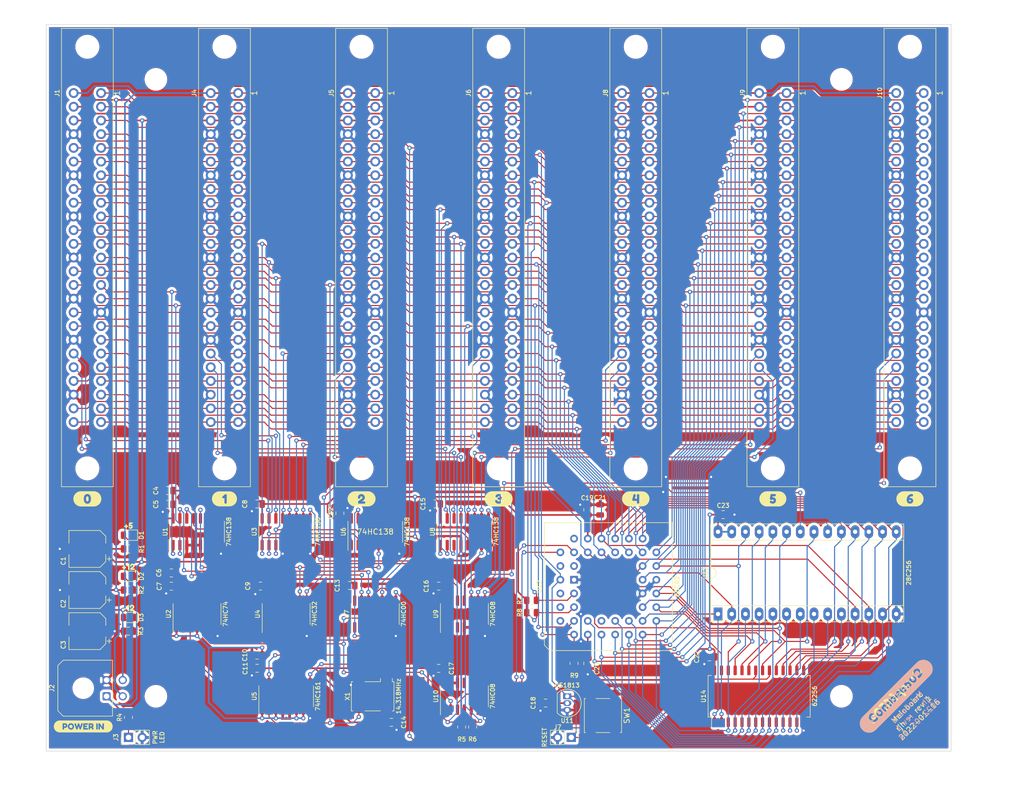
<source format=kicad_pcb>
(kicad_pcb (version 20211014) (generator pcbnew)
  (title_block (title "Compe 6502 Mainboard") (date "2022-01-16") (rev "1"))
  (layers (0 "F.Cu" signal) (31 "B.Cu" signal) (34 "B.Paste" user) (35 "F.Paste" user) (36 "B.SilkS" user "B.Silkscreen") (37 "F.SilkS" user "F.Silkscreen") (38 "B.Mask" user) (39 "F.Mask" user) (44 "Edge.Cuts" user))
  (net 0 "")
  (net 1 "GND")
  (net 2 "Net-(D1-Pad2)")
  (net 3 "Net-(D2-Pad2)")
  (net 4 "/~{RES}")
  (net 5 "/A0")
  (net 6 "/A1")
  (net 7 "/A2")
  (net 8 "+5V")
  (net 9 "/A3")
  (net 10 "/A4")
  (net 11 "/PH2")
  (net 12 "/A5")
  (net 13 "/A6")
  (net 14 "/A7")
  (net 15 "/RDY")
  (net 16 "/A8")
  (net 17 "/R~{W}")
  (net 18 "/A9")
  (net 19 "/A10")
  (net 20 "/~{IRQ}")
  (net 21 "/A11")
  (net 22 "/~{DMA}")
  (net 23 "/A12")
  (net 24 "/A13")
  (net 25 "/~{NMI}")
  (net 26 "/A14")
  (net 27 "/14M")
  (net 28 "/A15")
  (net 29 "/SYNC")
  (net 30 "/D0")
  (net 31 "/BE")
  (net 32 "/D1")
  (net 33 "/D2")
  (net 34 "/D3")
  (net 35 "/D4")
  (net 36 "/Expansion/USR1")
  (net 37 "/D5")
  (net 38 "/D6")
  (net 39 "/Expansion/USR2")
  (net 40 "/D7")
  (net 41 "/Expansion/USR3")
  (net 42 "/~{DEV0}")
  (net 43 "/~{DEV1}")
  (net 44 "/~{IOSEL1}")
  (net 45 "/~{DEV2}")
  (net 46 "+12V")
  (net 47 "-12V")
  (net 50 "/BE_{CPU}")
  (net 52 "/~{IOSEL2}")
  (net 53 "/~{DEV3}")
  (net 54 "/~{IOSEL3}")
  (net 55 "/~{DEV4}")
  (net 57 "/PH2_{CPU}")
  (net 60 "/~{RAMEN}")
  (net 61 "/~{IOSEL4}")
  (net 62 "/~{DEV5}")
  (net 63 "/~{IOSEL5}")
  (net 64 "/~{DEV6}")
  (net 65 "/~{IOSEL6}")
  (net 66 "/AddressDecode/~{0000-3FFF}")
  (net 67 "/AddressDecode/~{4000-7FFF}")
  (net 68 "/~{ROMEN}")
  (net 69 "/AddressDecode/~{C000-FFFF}")
  (net 70 "/AddressDecode/~{8000-BFFF}")
  (net 71 "/~{IOSEL0}")
  (net 72 "/AddressDecode/~{C000}")
  (net 73 "Net-(J3-Pad1)")
  (net 79 "Net-(U2-Pad2)")
  (net 81 "Net-(U2-Pad3)")
  (net 82 "Net-(D3-Pad2)")
  (net 83 "Net-(U3-Pad9)")
  (net 84 "Net-(U3-Pad7)")
  (net 87 "Net-(U4-Pad10)")
  (net 88 "Net-(U5-Pad15)")
  (net 92 "Net-(U5-Pad9)")
  (net 99 "Net-(U7-Pad11)")
  (net 100 "Net-(U9-Pad10)")
  (net 101 "Net-(U9-Pad9)")
  (footprint "Capacitor_SMD:C_0805_2012Metric" (layer "F.Cu") (at 166.116 112.776 90)
    (fp_text reference "C21")
    (fp_text value "1uF")
  )
  (footprint "kibuzzard-61E4816D" (layer "F.Cu") (at 78.74 123.317)
    (fp_text reference "kibuzzard-4" hide)
    (fp_text value "G***" hide)
  )
  (footprint "Package_SO:SOIC-28W_7.5x18.7mm_P1.27mm" (layer "F.Cu") (at 195.58 147.32 90)
    (fp_text reference "U14")
    (fp_text value "62256")
  )
  (footprint "Capacitor_SMD:C_0805_2012Metric" (layer "F.Cu") (at 135.575001 111.675 180)
    (fp_text reference "C15")
    (fp_text value "100nF")
  )
  (footprint "Capacitor_SMD:C_0805_2012Metric" (layer "F.Cu") (at 102.555001 111.695 180)
    (fp_text reference "C8")
    (fp_text value "100nF")
  )
  (footprint "LED_SMD:LED_0805_2012Metric" (layer "F.Cu") (at 78.74 125.095 180)
    (fp_text reference "D2")
    (fp_text value "LED")
  )
  (footprint "kibuzzard-61E47B79" (layer "F.Cu") (at 172.72 110.744)
    (fp_text reference "kibuzzard-9" hide)
    (fp_text value "G***" hide)
  )
  (footprint "Package_SO:SOIC-16_3.9x9.9mm_P1.27mm" (layer "F.Cu") (at 124.46 116.84 90)
    (fp_text reference "U6")
    (fp_text value "74HC138")
  )
  (footprint "Oscillator:Oscillator_SMD_IQD_IQXO70-4Pin_7.5x5.0mm" (layer "F.Cu") (at 123.9725 147.32 180)
    (fp_text reference "X1")
    (fp_text value "14.31818MHz")
  )
  (footprint "Capacitor_SMD:C_0805_2012Metric" (layer "F.Cu") (at 163.83 112.776 90)
    (fp_text reference "C19")
    (fp_text value "100nF")
  )
  (footprint "Resistor_SMD:R_0805_2012Metric" (layer "F.Cu") (at 78.74 127.635)
    (fp_text reference "R2")
    (fp_text value "3K3")
  )
  (footprint "Package_SO:SOIC-16_3.9x9.9mm_P1.27mm" (layer "F.Cu") (at 107.95 147.32 90)
    (fp_text reference "U5")
    (fp_text value "74HC161")
  )
  (footprint "Package_SO:SOIC-16_3.9x9.9mm_P1.27mm" (layer "F.Cu") (at 91.44 116.84 90)
    (fp_text reference "U1")
    (fp_text value "74HC138")
  )
  (footprint "Resistor_SMD:R_0805_2012Metric" (layer "F.Cu") (at 78.74 151.2335 90)
    (fp_text reference "R4")
    (fp_text value "1K0")
  )
  (footprint "Capacitor_SMD:C_0805_2012Metric" (layer "F.Cu") (at 86.68 124.46 180)
    (fp_text reference "C6")
    (fp_text value "1uF")
  )
  (footprint "Package_LCC:PLCC-44_THT-Socket" (layer "F.Cu") (at 161.29 125.73 90)
    (fp_text reference "U12")
    (fp_text value "W65C02SxxPL")
  )
  (footprint "Capacitor_SMD:C_0805_2012Metric" (layer "F.Cu") (at 117.9068 113.4008 90)
    (fp_text reference "C12")
    (fp_text value "100nF")
  )
  (footprint "kibuzzard-61E4A308" (layer "F.Cu") (at 70.358 152.908)
    (fp_text reference "kibuzzard-1" hide)
    (fp_text value "G***" hide)
  )
  (footprint "Package_DIP:DIP-28_W15.24mm_Socket_LongPads" (layer "F.Cu") (at 187.96 132.08 90)
    (fp_text reference "U13")
    (fp_text value "28C256")
  )
  (footprint "Resistor_SMD:R_0805_2012Metric" (layer "F.Cu") (at 142.494 153.0115 90)
    (fp_text reference "R6")
    (fp_text value "3K3")
  )
  (footprint "Capacitor_SMD:CP_Elec_6.3x7.7" (layer "F.Cu") (at 71.12 135.255 180)
    (fp_text reference "C3")
    (fp_text value "100uF")
  )
  (footprint "MountingHole:MountingHole_3.2mm_M3" (layer "F.Cu") (at 210.82 147.32)
    (fp_text reference "H4" hide)
    (fp_text value "MountingHole" hide)
  )
  (footprint "Capacitor_SMD:C_0805_2012Metric" (layer "F.Cu") (at 186.375001 140.01 180)
    (fp_text reference "C22")
    (fp_text value "100nF")
  )
  (footprint "kibuzzard-61E47B74" (layer "F.Cu") (at 147.32 110.744)
    (fp_text reference "kibuzzard-8" hide)
    (fp_text value "G***" hide)
  )
  (footprint "Resistor_SMD:R_0805_2012Metric" (layer "F.Cu") (at 153.416002 131.826)
    (fp_text reference "R8")
    (fp_text value "3K3")
  )
  (footprint "Capacitor_SMD:C_0805_2012Metric" (layer "F.Cu") (at 86.680001 126.935 180)
    (fp_text reference "C7")
    (fp_text value "100nF")
  )
  (footprint "Capacitor_SMD:CP_Elec_6.3x7.7" (layer "F.Cu") (at 71.12 127.635 180)
    (fp_text reference "C2")
    (fp_text value "100uF")
  )
  (footprint "Resistor_SMD:R_0805_2012Metric" (layer "F.Cu") (at 153.416002 129.54)
    (fp_text reference "R7")
    (fp_text value "3K3")
  )
  (footprint "kibuzzard-61E47B61" (layer "F.Cu") (at 71.12 110.744)
    (fp_text reference "kibuzzard-2" hide)
    (fp_text value "G***" hide)
  )
  (footprint "Capacitor_SMD:C_0805_2012Metric" (layer "F.Cu") (at 102.555 139.7 180)
    (fp_text reference "C10")
    (fp_text value "1uF")
  )
  (footprint "Package_SO:SOIC-16_3.9x9.9mm_P1.27mm" (layer "F.Cu") (at 107.95 116.84 90)
    (fp_text reference "U3")
    (fp_text value "74HC138")
  )
  (footprint "kibuzzard-61E47B6E" (layer "F.Cu") (at 121.92 110.744)
    (fp_text reference "kibuzzard-7" hide)
    (fp_text value "G***" hide)
  )
  (footprint "Capacitor_SMD:C_0805_2012Metric" (layer "F.Cu") (at 136.210001 142.155 180)
    (fp_text reference "C17")
    (fp_text value "100nF")
  )
  (footprint "Connector_PinHeader_2.54mm:PinHeader_1x02_P2.54mm_Vertical" (layer "F.Cu") (at 160.782 154.94 -90)
    (fp_text reference "J7")
    (fp_text value "Conn_01x02")
  )
  (footprint "Connector_Molex:Molex_Micro-Fit_3.0_43045-0400_2x02_P3.00mm_Horizontal" (layer "F.Cu") (at 74.676 147.32 90)
    (fp_text reference "J2")
    (fp_text value "Conn_01x04")
  )
  (footprint "Package_TO_SOT_THT:TO-92_Inline" (layer "F.Cu") (at 160.02 147.320001 -90)
    (fp_text reference "U11")
    (fp_text value "DS1813")
  )
  (footprint "Capacitor_SMD:C_0805_2012Metric" (layer "F.Cu") (at 188.91 113.665)
    (fp_text reference "C23")
    (fp_text value "100nF")
  )
  (footprint "Capacitor_SMD:C_0805_2012Metric" (layer "F.Cu") (at 163.830001 141.224001 -90)
    (fp_text reference "C20")
    (fp_text value "100nF")
  )
  (footprint "footprints:EDAC_345-050-520-202" (layer "F.Cu") (at 99.06 35.56 -90)
    (fp_text reference "J4")
    (fp_text value "345-050-520-202")
  )
  (footprint "Capacitor_SMD:C_0805_2012Metric" (layer "F.Cu") (at 103.19 126.915 180)
    (fp_text reference "C9")
    (fp_text value "100nF")
  )
  (footprint "LED_SMD:LED_0805_2012Metric" (layer "F.Cu") (at 78.74 117.475 180)
    (fp_text reference "D1")
    (fp_text value "LED")
  )
  (footprint "Resistor_SMD:R_0805_2012Metric" (layer "F.Cu") (at 78.74 135.255)
    (fp_text reference "R3")
    (fp_text value "3K3")
  )
  (footprint "Package_SO:SOIC-14_3.9x8.7mm_P1.27mm" (layer "F.Cu") (at 140.97 132.08 90)
    (fp_text reference "U9")
    (fp_text value "74HC08")
  )
  (footprint "footprints:EDAC_345-050-520-202" (layer "F.Cu") (at 226.06 35.56 -90)
    (fp_text reference "J10")
    (fp_text value "345-050-520-202")
  )
  (footprint "Capacitor_SMD:C_0805_2012Metric" (layer "F.Cu") (at 127.442 152.146)
    (fp_text reference "C14")
    (fp_text value "100nF")
  )
  (footprint "Resistor_SMD:R_0805_2012Metric" (layer "F.Cu") (at 161.290001 141.224001 90)
    (fp_text reference "R9")
    (fp_text value "3K3")
  )
  (footprint "kibuzzard-61E48162" (layer "F.Cu") (at 78.74 115.697)
    (fp_text reference "kibuzzard-3" hide)
    (fp_text value "G***" hide)
  )
  (footprint "Capacitor_SMD:C_0805_2012Metric" (layer "F.Cu") (at 136.210001 126.915 180)
    (fp_text reference "C16")
    (fp_text value "100nF")
  )
  (footprint "kibuzzard-61E48181" (layer "F.Cu") (at 78.74 130.937)
    (fp_text reference "kibuzzard-5" hide)
    (fp_text value "G***" hide)
  )
  (footprint "Button_Switch_SMD:SW_SPST_B3S-1000" (layer "F.Cu") (at 166.638808 150.888598 90)
    (fp_text reference "SW1")
    (fp_text value "SW_Push")
  )
  (footprint "Capacitor_SMD:CP_Elec_6.3x7.7" (layer "F.Cu") (at 71.12 120.015 180)
    (fp_text reference "C1")
    (fp_text value "100uF")
  )
  (footprint "footprints:EDAC_345-050-520-202" (layer "F.Cu") (at 124.46 35.56 -90)
    (fp_text reference "J5")
    (fp_text value "345-050-520-202")
  )
  (footprint "footprints:EDAC_345-050-520-202" (layer "F.Cu") (at 175.26 35.56 -90)
    (fp_text reference "J8")
    (fp_text value "345-050-520-202")
  )
  (footprint "MountingHole:MountingHole_3.2mm_M3" (layer "F.Cu") (at 83.82 147.32)
    (fp_text reference "H2" hide)
    (fp_text value "MountingHole" hide)
  )
  (footprint "MountingHole:MountingHole_3.2mm_M3" (layer "F.Cu") (at 83.82 33.02)
    (fp_text reference "H1" hide)
    (fp_text value "MountingHole" hide)
  )
  (footprint "footprints:EDAC_345-050-520-202" (layer "F.Cu") (at 73.66 35.56 -90)
    (fp_text reference "J1")
    (fp_text value "345-050-520-202")
  )
  (footprint "Package_SO:SOIC-14_3.9x8.7mm_P1.27mm" (layer "F.Cu") (at 124.46 132.08 90)
    (fp_text reference "U7")
    (fp_text value "74HC00")
  )
  (footprint "LED_SMD:LED_0805_2012Metric" (layer "F.Cu") (at 78.74 132.715 180)
    (fp_text reference "D3")
    (fp_text value "LED")
  )
  (footprint "MountingHole:MountingHole_3.2mm_M3" (layer "F.Cu") (at 210.82 33.02)
    (fp_text reference "H3" hide)
    (fp_text value "MountingHole" hide)
  )
  (footprint "Package_SO:SOIC-16_3.9x9.9mm_P1.27mm" (layer "F.Cu") (at 140.97 116.84 90)
    (fp_text reference "U8")
    (fp_text value "74HC138")
  )
  (footprint "footprints:EDAC_345-050-520-202" (layer "F.Cu") (at 149.86 35.56 -90)
    (fp_text reference "J6")
    (fp_text value "345-050-520-202")
  )
  (footprint "kibuzzard-61E47B85" (layer "F.Cu") (at 223.52 110.744)
    (fp_text reference "kibuzzard-12" hide)
    (fp_text value "G***" hide)
  )
  (footprint "footprints:EDAC_345-050-520-202" (layer "F.Cu") (at 200.66 35.56 -90)
    (fp_text reference "J9")
    (fp_text value "345-050-520-202")
  )
  (footprint "Capacitor_SMD:C_0805_2012Metric" (layer "F.Cu") (at 119.720501 126.808 180)
    (fp_text reference "C13")
    (fp_text value "100nF")
  )
  (footprint "Package_SO:SOIC-14_3.9x8.7mm_P1.27mm" (layer "F.Cu") (at 91.44 132.08 90)
    (fp_text reference "U2")
    (fp_text value "74HC74")
  )
  (footprint "Resistor_SMD:R_0805_2012Metric" (layer "F.Cu") (at 140.462 153.0115 90)
    (fp_text reference "R5")
    (fp_text value "3K3")
  )
  (footprint "Capacitor_SMD:C_0805_2012Metric" (layer "F.Cu") (at 156.016714 148.577237 180)
    (fp_text reference "C18")
    (fp_text value "100nF")
  )
  (footprint "Package_SO:SOIC-14_3.9x8.7mm_P1.27mm" (layer "F.Cu") (at 140.97 147.32 90)
    (fp_text reference "U10")
    (fp_text value "74HC08")
  )
  (footprint "Connector_PinHeader_2.54mm:PinHeader_1x02_P2.54mm_Vertical" (layer "F.Cu") (at 78.74 154.94 90)
    (fp_text reference "J3")
    (fp_text value "Conn_01x02")
  )
  (footprint "Package_SO:SOIC-14_3.9x8.7mm_P1.27mm" (layer "F.Cu") (at 107.95 132.08 90)
    (fp_text reference "U4")
    (fp_text value "74HC32")
  )
  (footprint "Capacitor_SMD:C_0805_2012Metric" (layer "F.Cu") (at 86.045 109.22 180)
    (fp_text reference "C4")
    (fp_text value "1uF")
  )
  (footprint "Resistor_SMD:R_0805_2012Metric" (layer "F.Cu") (at 78.74 120.015)
    (fp_text reference "R1")
    (fp_text value "1K0")
  )
  (footprint "kibuzzard-61E47B68" (layer "F.Cu") (at 96.52 110.744)
    (fp_text reference "kibuzzard-6" hide)
    (fp_text value "G***" hide)
  )
  (footprint "kibuzzard-61E47B7F" (layer "F.Cu") (at 198.12 110.744)
    (fp_text reference "kibuzzard-10" hide)
    (fp_text value "G***" hide)
  )
  (footprint "Capacitor_SMD:C_0805_2012Metric" (layer "F.Cu") (at 86.045 111.76 180)
    (fp_text reference "C5")
    (fp_text value "100nF")
  )
  (footprint "kibuzzard-61E4DE7F" (layer "F.Cu") (at 220.98 147.32 45)
    (fp_text reference "kibuzzard-11" hide)
    (fp_text value "G***" hide)
  )
  (footprint "Capacitor_SMD:C_0805_2012Metric" (layer "F.Cu") (at 102.5652 142.13 180)
    (fp_text reference "C11")
    (fp_text value "100nF")
  )
  (footprint "kibuzzard-61E4DE7F" (layer "B.Cu") (at 220.98 147.303344 -135)
    (fp_text reference "kibuzzard-13" hide)
    (fp_text value "G***" hide)
  )
  (gr_line (start 63.5 157.48) (end 63.5 22.86) (layer "Edge.Cuts") (width 0.1))
  (gr_line (start 231.14 157.48) (end 63.5 157.48) (layer "Edge.Cuts") (width 0.1))
  (gr_line (start 231.14 22.86) (end 231.14 157.48) (layer "Edge.Cuts") (width 0.1))
  (gr_line (start 231.14 22.86) (end 63.5 22.86) (layer "Edge.Cuts") (width 0.1))
  (gr_text "Mainboard\nrjh - rev ${REVISION}\n${ISSUE_DATE}\n" (at 224.155 150.478344 45) (layer "B.SilkS") (effects (font (size 1 1)) (justify mirror)))
  (gr_text "PWR\nLED" (at 84.328 154.94 90) (layer "F.SilkS") (effects (font (size 0.8 0.8))))
  (gr_text "RESET" (at 155.829 154.94 90) (layer "F.SilkS") (effects (font (size 0.8 0.8))))
  (gr_text "Mainboard\nrjh - rev ${REVISION}\n${ISSUE_DATE}\n" (at 224.155 150.495 45) (layer "F.SilkS") (effects (font (size 1 1))))
  (segment (start 111.76 134.555) (end 111.76 136.144) (width 0.3048) (layer "F.Cu") (net 1))
  (segment (start 95.885 119.315) (end 95.885 120.904) (width 0.3048) (layer "F.Cu") (net 1))
  (segment (start 102.24 128.392) (end 102.235 128.397) (width 0.3048) (layer "F.Cu") (net 1))
  (segment (start 144.78 149.795) (end 144.78 151.384) (width 0.3048) (layer "F.Cu") (net 1))
  (segment (start 119.947 145.22) (end 119.9388 145.2118) (width 0.3048) (layer "F.Cu") (net 1))
  (segment (start 102.24 126.915) (end 102.24 128.392) (width 0.3048) (layer "F.Cu") (net 1))
  (segment (start 155.066714 148.577237) (end 155.066714 149.986714) (width 0.3048) (layer "F.Cu") (net 1))
  (segment (start 101.6152 142.13) (end 101.6152 143.444) (width 0.3048) (layer "F.Cu") (net 1))
  (segment (start 95.25 134.555) (end 95.25 136.144) (width 0.3048) (layer "F.Cu") (net 1))
  (segment (start 68.42 127.635) (end 66.04 127.635) (width 0.3048) (layer "F.Cu") (net 1))
  (segment (start 163.83 111.826) (end 162.4355 111.826) (width 0.3048) (layer "F.Cu") (net 1))
  (segment (start 140.335 119.315) (end 140.335 120.904) (width 0.3048) (layer "F.Cu") (net 1))
  (segment (start 155.066714 149.986714) (end 155.067 149.987) (width 0.3048) (layer "F.Cu") (net 1))
  (segment (start 85.730001 128.264999) (end 85.725 128.27) (width 0.3048) (layer "F.Cu") (net 1))
  (segment (start 85.095 113.152) (end 85.09 113.157) (width 0.3048) (layer "F.Cu") (net 1))
  (segment (start 144.78 134.555) (end 144.78 136.144) (width 0.3048) (layer "F.Cu") (net 1))
  (segment (start 101.605001 113.024999) (end 101.6 113.03) (width 0.3048) (layer "F.Cu") (net 1))
  (segment (start 68.42 120.015) (end 66.0146 120.015) (width 0.3048) (layer "F.Cu") (net 1))
  (segment (start 101.6152 143.444) (end 101.6 143.4592) (width 0.3048) (layer "F.Cu") (net 1))
  (segment (start 185.425001 140.01) (end 185.425001 141.345999) (width 0.3048) (layer "F.Cu") (net 1))
  (segment (start 128.392 152.146) (end 128.392 153.538) (width 0.3048) (layer "F.Cu") (net 1))
  (segment (start 135.260001 142.155) (end 135.260001 143.504999) (width 0.3048) (layer "F.Cu") (net 1))
  (segment (start 135.260001 126.915) (end 135.260001 128.264999) (width 0.3048) (layer "F.Cu") (net 1))
  (segment (start 134.625001 111.675) (end 134.625001 112.897999) (width 0.3048) (layer "F.Cu") (net 1))
  (segment (start 85.095 111.76) (end 85.095 113.152) (width 0.3048) (layer "F.Cu") (net 1))
  (segment (start 145.415 119.315) (end 145.415 120.904) (width 0.3048) (layer "F.Cu") (net 1))
  (segment (start 128.905 119.315) (end 128.905 120.904) (width 0.3048) (layer "F.Cu") (net 1))
  (segment (start 135.260001 128.264999) (end 135.255 128.27) (width 0.3048) (layer "F.Cu") (net 1))
  (segment (start 117.9068 112.4508) (end 119.2988 112.4508) (width 0.3048) (layer "F.Cu") (net 1))
  (segment (start 135.260001 143.504999) (end 135.255 143.51) (width 0.3048) (layer "F.Cu") (net 1))
  (segment (start 101.605001 111.695) (end 101.605001 113.024999) (width 0.3048) (layer "F.Cu") (net 1))
  (segment (start 163.830001 142.174001) (end 163.83 143.256) (width 0.3048) (layer "F.Cu") (net 1))
  (segment (start 112.395 119.315) (end 112.395 120.904) (width 0.3048) (layer "F.Cu") (net 1))
  (segment (start 112.395 149.795) (end 112.395 151.384) (width 0.3048) (layer "F.Cu") (net 1))
  (segment (start 73.82 135.255) (end 76.1746 135.255) (width 0.3048) (layer "F.Cu") (net 1))
  (segment (start 203.835 152.12) (end 203.835 153.67) (width 0.3048) (layer "F.Cu") (net 1))
  (segment (start 162.4355 111.826) (end 162.433 111.8235) (width 0.3048) (layer "F.Cu") (net 1))
  (segment (start 107.315 119.315) (end 107.315 120.904) (width 0.3048) (layer "F.Cu") (net 1))
  (segment (start 128.392 153.538) (end 128.397 153.543) (width 0.3048) (layer "F.Cu") (net 1))
  (segment (start 119.2988 112.4508) (end 119.3038 112.4458) (width 0.3048) (layer "F.Cu") (net 1))
  (segment (start 185.425001 141.345999) (end 185.42 141.351) (width 0.3048) (layer "F.Cu") (net 1))
  (segment (start 134.625001 112.897999) (end 134.62 112.903) (width 0.3048) (layer "F.Cu") (net 1))
  (segment (start 189.86 113.665) (end 191.008 113.665) (width 0.3048) (layer "F.Cu") (net 1))
  (segment (start 128.27 134.555) (end 128.27 136.144) (width 0.3048) (layer "F.Cu") (net 1))
  (segment (start 121.4325 145.22) (end 119.947 145.22) (width 0.3048) (layer "F.Cu") (net 1))
  (segment (start 85.730001 126.935) (end 85.730001 128.264999) (width 0.3048) (layer "F.Cu") (net 1))
  (via (at 112.395 151.384) (size 0.8) (drill 0.4) (layers "F.Cu" "B.Cu") (net 1))
  (via (at 178.308 106.68) (size 0.8) (drill 0.4) (layers "F.Cu" "B.Cu") (net 1))
  (via (at 185.42 141.351) (size 0.8) (drill 0.4) (layers "F.Cu" "B.Cu") (net 1))
  (via (at 128.27 136.144) (size 0.8) (drill 0.4) (layers "F.Cu" "B.Cu") (net 1))
  (via (at 177.8 109.474) (size 0.8) (drill 0.4) (layers "F.Cu" "B.Cu") (net 1))
  (via (at 191.008 113.665) (size 0.8) (drill 0.4) (layers "F.Cu" "B.Cu") (net 1))
  (via (at 66.04 127.635) (size 0.8) (drill 0.4) (layers "F.Cu" "B.Cu") (net 1))
  (via (at 134.62 112.903) (size 0.8) (drill 0.4) (layers "F.Cu" "B.Cu") (net 1))
  (via (at 135.255 143.51) (size 0.8) (drill 0.4) (layers "F.Cu" "B.Cu") (net 1))
  (via (at 144.78 151.384) (size 0.8) (drill 0.4) (layers "F.Cu" "B.Cu") (net 1))
  (via (at 128.905 120.904) (size 0.8) (drill 0.4) (layers "F.Cu" "B.Cu") (net 1))
  (via (at 119.9388 145.2118) (size 0.8) (drill 0.4) (layers "F.Cu" "B.Cu") (net 1))
  (via (at 107.315 120.904) (size 0.8) (drill 0.4) (layers "F.Cu" "B.Cu") (net 1))
  (via (at 155.067 149.987) (size 0.8) (drill 0.4) (layers "F.Cu" "B.Cu") (net 1))
  (via (at 95.885 120.904) (size 0.8) (drill 0.4) (layers "F.Cu" "B.Cu") (net 1))
  (via (at 128.397 153.543) (size 0.8) (drill 0.4) (layers "F.Cu" "B.Cu") (net 1))
  (via (at 101.6 143.4592) (size 0.8) (drill 0.4) (layers "F.Cu" "B.Cu") (net 1))
  (via (at 162.433 111.8235) (size 0.8) (drill 0.4) (layers "F.Cu" "B.Cu") (net 1))
  (via (at 186.69 106.68) (size 0.8) (drill 0.4) (layers "F.Cu" "B.Cu") (net 1))
  (via (at 140.335 120.904) (size 0.8) (drill 0.4) (layers "F.Cu" "B.Cu") (net 1))
  (via (at 95.25 136.144) (size 0.8) (drill 0.4) (layers "F.Cu" "B.Cu") (net 1))
  (via (at 102.235 128.397) (size 0.8) (drill 0.4) (layers "F.Cu" "B.Cu") (net 1))
  (via (at 101.6 113.03) (size 0.8) (drill 0.4) (layers "F.Cu" "B.Cu") (net 1))
  (via (at 85.09 113.157) (size 0.8) (drill 0.4) (layers "F.Cu" "B.Cu") (net 1))
  (via (at 85.725 128.27) (size 0.8) (drill 0.4) (layers "F.Cu" "B.Cu") (net 1))
  (via (at 111.76 136.144) (size 0.8) (drill 0.4) (layers "F.Cu" "B.Cu") (net 1))
  (via (at 163.83 143.256) (size 0.8) (drill 0.4) (layers "F.Cu" "B.Cu") (net 1))
  (via (at 162.56 132.08) (size 0.8) (drill 0.4) (layers "F.Cu" "B.Cu") (net 1))
  (via (at 119.3038 112.4458) (size 0.8) (drill 0.4) (layers "F.Cu" "B.Cu") (net 1))
  (via (at 135.255 128.27) (size 0.8) (drill 0.4) (layers "F.Cu" "B.Cu") (net 1))
  (via (at 203.835 153.67) (size 0.8) (drill 0.4) (layers "F.Cu" "B.Cu") (net 1))
  (via (at 66.0146 120.015) (size 0.8) (drill 0.4) (layers "F.Cu" "B.Cu") (net 1))
  (via (at 145.415 120.904) (size 0.8) (drill 0.4) (layers "F.Cu" "B.Cu") (net 1))
  (via (at 162.56 137.16) (size 0.8) (drill 0.4) (layers "F.Cu" "B.Cu") (net 1))
  (via (at 76.1746 135.255) (size 0.8) (drill 0.4) (layers "F.Cu" "B.Cu") (net 1))
  (via (at 112.395 120.904) (size 0.8) (drill 0.4) (layers "F.Cu" "B.Cu") (net 1))
  (via (at 144.78 136.144) (size 0.8) (drill 0.4) (layers "F.Cu" "B.Cu") (net 1))
  (segment (start 162.56 137.16) (end 162.56 132.08) (width 0.3048) (layer "B.Cu") (net 1))
  (segment (start 77.8025 117.475) (end 79.6525 119.325) (width 0.2032) (layer "F.Cu") (net 2))
  (segment (start 79.6525 119.325) (end 79.6525 120.015) (width 0.2032) (layer "F.Cu") (net 2))
  (segment (start 79.6525 126.945) (end 77.8025 125.095) (width 0.2032) (layer "F.Cu") (net 3))
  (segment (start 79.6525 127.635) (end 79.6525 126.945) (width 0.2032) (layer "F.Cu") (net 3))
  (segment (start 160.02 147.320001) (end 163.982399 147.320001) (width 0.2032) (layer "F.Cu") (net 4))
  (segment (start 129.54 46.99) (end 130.81 48.26) (width 0.2032) (layer "F.Cu") (net 4))
  (segment (start 96.52 48.26) (end 97.79 46.99) (width 0.2032) (layer "F.Cu") (net 4))
  (segment (start 156.21 48.26) (end 170.18 48.26) (width 0.2032) (layer "F.Cu") (net 4))
  (segment (start 205.74 46.99) (end 207.01 48.26) (width 0.2032) (layer "F.Cu") (net 4))
  (segment (start 199.39 46.99) (end 205.74 46.99) (width 0.2032) (layer "F.Cu") (net 4))
  (segment (start 170.18 48.26) (end 172.72 48.26) (width 0.2032) (layer "F.Cu") (net 4))
  (segment (start 130.81 48.26) (end 144.78 48.26) (width 0.2032) (layer "F.Cu") (net 4))
  (segment (start 97.79 46.99) (end 104.14 46.99) (width 0.2032) (layer "F.Cu") (net 4))
  (segment (start 148.59 46.99) (end 154.94 46.99) (width 0.2032) (layer "F.Cu") (net 4))
  (segment (start 68.58 48.26) (end 71.12 48.26) (width 0.2032) (layer "F.Cu") (net 4))
  (segment (start 105.41 48.26) (end 119.38 48.26) (width 0.2032) (layer "F.Cu") (net 4))
  (segment (start 207.01 48.26) (end 220.98 48.26) (width 0.2032) (layer "F.Cu") (net 4))
  (segment (start 163.982399 147.320001) (end 164.3888 146.9136) (width 0.2032) (layer "F.Cu") (net 4))
  (segment (start 195.58 48.26) (end 198.12 48.26) (width 0.2032) (layer "F.Cu") (net 4))
  (segment (start 181.61 48.26) (end 195.58 48.26) (width 0.2032) (layer "F.Cu") (net 4))
  (segment (start 121.92 48.26) (end 123.19 46.99) (width 0.2032) (layer "F.Cu") (net 4))
  (segment (start 144.78 48.26) (end 147.32 48.26) (width 0.2032) (layer "F.Cu") (net 4))
  (segment (start 119.38 48.26) (end 121.92 48.26) (width 0.2032) (layer "F.Cu") (net 4))
  (segment (start 147.32 48.26) (end 148.59 46.99) (width 0.2032) (layer "F.Cu") (net 4))
  (segment (start 78.74 46.99) (end 80.01 48.26) (width 0.2032) (layer "F.Cu") (net 4))
  (segment (start 198.12 48.26) (end 199.39 46.99) (width 0.2032) (layer "F.Cu") (net 4))
  (segment (start 160.782 154.94) (end 164.312406 154.94) (width 0.2032) (layer "F.Cu") (net 4))
  (segment (start 93.98 48.26) (end 96.52 48.26) (width 0.2032) (layer "F.Cu") (net 4))
  (segment (start 71.12 48.26) (end 72.39 46.99) (width 0.2032) (layer "F.Cu") (net 4))
  (segment (start 123.19 46.99) (end 129.54 46.99) (width 0.2032) (layer "F.Cu") (net 4))
  (segment (start 104.14 46.99) (end 105.41 48.26) (width 0.2032) (layer "F.Cu") (net 4))
  (segment (start 180.34 46.99) (end 181.61 48.26) (width 0.2032) (layer "F.Cu") (net 4))
  (segment (start 80.01 48.26) (end 93.98 48.26) (width 0.2032) (layer "F.Cu") (net 4))
  (segment (start 172.72 48.26) (end 173.99 46.99) (width 0.2032) (layer "F.Cu") (net 4))
  (segment (start 164.312406 154.94) (end 164.388808 154.863598) (width 0.2032) (layer "F.Cu") (net 4))
  (segment (start 72.39 46.99) (end 78.74 46.99) (width 0.2032) (layer "F.Cu") (net 4))
  (segment (start 173.99 46.99) (end 180.34 46.99) (width 0.2032) (layer "F.Cu") (net 4))
  (segment (start 154.94 46.99) (end 156.21 48.26) (width 0.2032) (layer "F.Cu") (net 4))
  (via (at 154.94 46.99) (size 0.8) (drill 0.4) (layers "F.Cu" "B.Cu") (net 4))
  (segment (start 158.75 125.73) (end 158.75 124.636563) (width 0.2032) (layer "B.Cu") (net 4))
  (segment (start 160.02 147.320001) (end 160.245 147.320001) (width 0.2032) (layer "B.Cu") (net 4))
  (segment (start 157.226 144.526001) (end 160.02 147.320001) (width 0.2032) (layer "B.Cu") (net 4))
  (segment (start 157.226 127.254) (end 157.226 144.526001) (width 0.2032) (layer "B.Cu") (net 4))
  (segment (start 158.75 125.73) (end 157.226 127.254) (width 0.2032) (layer "B.Cu") (net 4))
  (segment (start 155.243821 47.293821) (end 154.94 46.99) (width 0.2032) (layer "B.Cu") (net 4))
  (segment (start 155.243821 121.130384) (end 155.243821 47.293821) (width 0.2032) (layer "B.Cu") (net 4))
  (segment (start 161.671 154.051) (end 160.782 154.94) (width 0.2032) (layer "B.Cu") (net 4))
  (segment (start 158.75 124.636563) (end 155.243821 121.130384) (width 0.2032) (layer "B.Cu") (net 4))
  (segment (start 161.671 148.746001) (end 161.671 154.051) (width 0.2032) (layer "B.Cu") (net 4))
  (segment (start 160.245 147.320001) (end 161.671 148.746001) (width 0.2032) (layer "B.Cu") (net 4))
  (segment (start 148.59 35.56) (end 149.86 35.56) (width 0.2032) (layer "F.Cu") (net 5))
  (segment (start 205.486 35.56) (end 206.756 36.83) (width 0.2032) (layer "F.Cu") (net 5))
  (segment (start 96.52 36.83) (end 97.79 35.56) (width 0.2032) (layer "F.Cu") (net 5))
  (segment (start 129.286 35.56) (end 130.556 36.83) (width 0.2032) (layer "F.Cu") (net 5))
  (segment (start 79.756 36.83) (end 96.52 36.83) (width 0.2032) (layer "F.Cu") (net 5))
  (segment (start 103.886 35.56) (end 105.156 36.83) (width 0.2032) (layer "F.Cu") (net 5))
  (segment (start 180.086 35.56) (end 181.356 36.83) (width 0.2032) (layer "F.Cu") (net 5))
  (segment (start 165.1 140.843) (end 182.118 140.843) (width 0.2032) (layer "F.Cu") (net 5))
  (segment (start 121.92 36.83) (end 123.19 35.56) (width 0.2032) (layer "F.Cu") (net 5))
  (segment (start 173.99 35.56) (end 175.26 35.56) (width 0.2032) (layer "F.Cu") (net 5))
  (segment (start 123.19 35.56) (end 124.46 35.56) (width 0.2032) (layer "F.Cu") (net 5))
  (segment (start 199.39 35.56) (end 200.66 35.56) (width 0.2032) (layer "F.Cu") (net 5))
  (segment (start 175.26 35.56) (end 180.086 35.56) (width 0.2032) (layer "F.Cu") (net 5))
  (segment (start 224.79 35.56) (end 226.06 35.56) (width 0.2032) (layer "F.Cu") (net 5))
  (segment (start 206.756 36.83) (end 223.52 36.83) (width 0.2032) (layer "F.Cu") (net 5))
  (segment (start 147.32 36.83) (end 148.59 35.56) (width 0.2032) (layer "F.Cu") (net 5))
  (segment (start 200.66 35.56) (end 205.486 35.56) (width 0.2032) (layer "F.Cu") (net 5))
  (segment (start 223.52 36.83) (end 224.79 35.56) (width 0.2032) (layer "F.Cu") (net 5))
  (segment (start 97.79 35.56) (end 99.06 35.56) (width 0.2032) (layer "F.Cu") (net 5))
  (segment (start 105.156 36.83) (end 121.92 36.83) (width 0.2032) (layer "F.Cu") (net 5))
  (segment (start 198.12 36.83) (end 199.39 35.56) (width 0.2032) (layer "F.Cu") (net 5))
  (segment (start 73.66 35.56) (end 78.486 35.56) (width 0.2032) (layer "F.Cu") (net 5))
  (segment (start 181.356 36.83) (end 193.421 36.83) (width 0.2032) (layer "F.Cu") (net 5))
  (segment (start 99.06 35.56) (end 103.886 35.56) (width 0.2032) (layer "F.Cu") (net 5))
  (segment (start 130.556 36.83) (end 147.32 36.83) (width 0.2032) (layer "F.Cu") (net 5))
  (segment (start 172.72 36.83) (end 173.99 35.56) (width 0.2032) (layer "F.Cu") (net 5))
  (segment (start 154.686 35.56) (end 155.956 36.83) (width 0.2032) (layer "F.Cu") (net 5))
  (segment (start 78.486 35.56) (end 79.756 36.83) (width 0.2032) (layer "F.Cu") (net 5))
  (segment (start 155.956 36.83) (end 172.72 36.83) (width 0.2032) (layer "F.Cu") (net 5))
  (segment (start 198.755 152.12) (end 198.755 153.67) (width 0.2032) (layer "F.Cu") (net 5))
  (segment (start 149.86 35.56) (end 154.686 35.56) (width 0.2032) (layer "F.Cu") (net 5))
  (segment (start 124.46 35.56) (end 129.286 35.56) (width 0.2032) (layer "F.Cu") (net 5))
  (segment (start 193.421 36.83) (end 198.12 36.83) (width 0.2032) (layer "F.Cu") (net 5))
  (via (at 193.421 36.83) (size 0.8) (drill 0.4) (layers "F.Cu" "B.Cu") (net 5))
  (via (at 198.755 153.67) (size 0.8) (drill 0.4) (layers "F.Cu" "B.Cu") (net 5))
  (via (at 165.1 140.843) (size 0.8) (drill 0.4) (layers "F.Cu" "B.Cu") (net 5))
  (via (at 182.118 140.843) (size 0.8) (drill 0.4) (layers "F.Cu" "B.Cu") (net 5))
  (segment (start 165.1 134.62) (end 165.1 140.843) (width 0.2032) (layer "B.Cu") (net 5))
  (segment (start 185.547 137.414) (end 185.547 105.791) (width 0.2032) (layer "B.Cu") (net 5))
  (segment (start 165.1 140.843) (end 165.1 142.067322) (width 0.2032) (layer "B.Cu") (net 5))
  (segment (start 210.82 138.303) (end 198.755 150.368) (width 0.2032) (layer "B.Cu") (net 5))
  (segment (start 193.421 97.917) (end 193.421 36.83) (width 0.2032) (layer "B.Cu") (net 5))
  (segment (start 185.547 105.791) (end 193.421 97.917) (width 0.2032) (layer "B.Cu") (net 5))
  (segment (start 198.755 150.368) (end 198.755 153.67) (width 0.2032) (layer "B.Cu") (net 5))
  (segment (start 182.118 140.843) (end 185.547 137.414) (width 0.2032) (layer "B.Cu") (net 5))
  (segment (start 195.58 156.845) (end 198.755 153.67) (width 0.2032) (layer "B.Cu") (net 5))
  (segment (start 210.82 132.08) (end 210.82 138.303) (width 0.2032) (layer "B.Cu") (net 5))
  (segment (start 165.1 142.067322) (end 179.877678 156.845) (width 0.2032) (layer "B.Cu") (net 5))
  (segment (start 179.877678 156.845) (end 195.58 156.845) (width 0.2032) (layer "B.Cu") (net 5))
  (segment (start 163.83 133.35) (end 165.1 134.62) (width 0.2032) (layer "B.Cu") (net 5))
  (segment (start 103.886 38.1) (end 105.156 39.37) (width 0.2032) (layer "F.Cu") (net 6))
  (segment (start 79.756 39.37) (end 96.52 39.37) (width 0.2032) (layer "F.Cu") (net 6))
  (segment (start 200.66 38.1) (end 205.486 38.1) (width 0.2032) (layer "F.Cu") (net 6))
  (segment (start 155.956 39.37) (end 172.72 39.37) (width 0.2032) (layer "F.Cu") (net 6))
  (segment (start 224.79 38.1) (end 226.06 38.1) (width 0.2032) (layer "F.Cu") (net 6))
  (segment (start 147.32 39.37) (end 148.59 38.1) (width 0.2032) (layer "F.Cu") (net 6))
  (segment (start 198.12 39.37) (end 199.39 38.1) (width 0.2032) (layer "F.Cu") (net 6))
  (segment (start 181.356 39.37) (end 198.12 39.37) (width 0.2032) (layer "F.Cu") (net 6))
  (segment (start 129.286 38.1) (end 130.556 39.37) (width 0.2032) (layer "F.Cu") (net 6))
  (segment (start 197.485 152.12) (end 197.485 153.67) (width 0.2032) (layer "F.Cu") (net 6))
  (segment (start 154.686 38.1) (end 155.956 39.37) (width 0.2032) (layer "F.Cu") (net 6))
  (segment (start 149.86 38.1) (end 154.686 38.1) (width 0.2032) (layer "F.Cu") (net 6))
  (segment (start 73.66 38.1) (end 78.486 38.1) (width 0.2032) (layer "F.Cu") (net 6))
  (segment (start 99.06 38.1) (end 103.886 38.1) (width 0.2032) (layer "F.Cu") (net 6))
  (segment (start 105.156 39.37) (end 121.92 39.37) (width 0.2032) (layer "F.Cu") (net 6))
  (segment (start 148.59 38.1) (end 149.86 38.1) (width 0.2032) (layer "F.Cu") (net 6))
  (segment (start 173.99 38.1) (end 175.26 38.1) (width 0.2032) (layer "F.Cu") (net 6))
  (segment (start 206.756 39.37) (end 223.52 39.37) (width 0.2032) (layer "F.Cu") (net 6))
  (segment (start 199.39 38.1) (end 200.66 38.1) (width 0.2032) (layer "F.Cu") (net 6))
  (segment (start 124.46 38.1) (end 129.286 38.1) (width 0.2032) (layer "F.Cu") (net 6))
  (segment (start 180.086 38.1) (end 181.356 39.37) (width 0.2032) (layer "F.Cu") (net 6))
  (segment (start 223.52 39.37) (end 224.79 38.1) (width 0.2032) (layer "F.Cu") (net 6))
  (segment (start 166.37 140.091176) (end 181.345824 140.091176) (width 0.2032) (layer "F.Cu") (net 6))
  (segment (start 175.26 38.1) (end 180.086 38.1) (width 0.2032) (layer "F.Cu") (net 6))
  (segment (start 123.19 38.1) (end 124.46 38.1) (width 0.2032) (layer "F.Cu") (net 6))
  (segment (start 97.79 38.1) (end 99.06 38.1) (width 0.2032) (layer "F.Cu") (net 6))
  (segment (start 130.556 39.37) (end 147.32 39.37) (width 0.2032) (layer "F.Cu") (net 6))
  (segment (start 96.52 39.37) (end 97.79 38.1) (width 0.2032) (layer "F.Cu") (net 6))
  (segment (start 181.345824 140.091176) (end 181.356 140.081) (width 0.2032) (layer "F.Cu") (net 6))
  (segment (start 121.92 39.37) (end 123.19 38.1) (width 0.2032) (layer "F.Cu") (net 6))
  (segment (start 205.486 38.1) (end 206.756 39.37) (width 0.2032) (layer "F.Cu") (net 6))
  (segment (start 78.486 38.1) (end 79.756 39.37) (width 0.2032) (layer "F.Cu") (net 6))
  (segment (start 172.72 39.37) (end 173.99 38.1) (width 0.2032) (layer "F.Cu") (net 6))
  (via (at 197.485 153.67) (size 0.8) (drill 0.4) (layers "F.Cu" "B.Cu") (net 6))
  (via (at 166.37 140.091176) (size 0.8) (drill 0.4) (layers "F.Cu" "B.Cu") (net 6))
  (via (at 181.356 140.081) (size 0.8) (drill 0.4) (layers "F.Cu" "B.Cu") (net 6))
  (via (at 192.659 39.37) (size 0.8) (drill 0.4) (layers "F.Cu" "B.Cu") (net 6))
  (segment (start 192.659 98.104956) (end 192.659 39.37) (width 0.2032) (layer "B.Cu") (net 6))
  (segment (start 185.14109 105.622866) (end 192.659 98.104956) (width 0.2032) (layer "B.Cu") (net 6))
  (segment (start 180.045814 156.439089) (end 194.715911 156.439089) (width 0.2032) (layer "B.Cu") (net 6))
  (segment (start 208.28 132.08) (end 208.28 139.573) (width 0.2032) (layer "B.Cu") (net 6))
  (segment (start 185.141089 136.295911) (end 185.14109 105.622866) (width 0.2032) (layer "B.Cu") (net 6))
  (segment (start 208.28 139.573) (end 197.485 150.368) (width 0.2032) (layer "B.Cu") (net 6))
  (segment (start 166.37 142.763275) (end 180.045814 156.439089) (width 0.2032) (layer "B.Cu") (net 6))
  (segment (start 194.715911 156.439089) (end 197.485 153.67) (width 0.2032) (layer "B.Cu") (net 6))
  (segment (start 166.37 135.89) (end 166.37 140.091176) (width 0.2032) (layer "B.Cu") (net 6))
  (segment (start 181.356 140.081) (end 185.141089 136.295911) (width 0.2032) (layer "B.Cu") (net 6))
  (segment (start 197.485 150.368) (end 197.485 153.67) (width 0.2032) (layer "B.Cu") (net 6))
  (segment (start 166.37 140.091176) (end 166.37 142.763275) (width 0.2032) (layer "B.Cu") (net 6))
  (segment (start 154.686 40.64) (end 155.956 41.91) (width 0.2032) (layer "F.Cu") (net 7))
  (segment (start 172.72 41.91) (end 173.99 40.64) (width 0.2032) (layer "F.Cu") (net 7))
  (segment (start 103.886 40.64) (end 105.156 41.91) (width 0.2032) (layer "F.Cu") (net 7))
  (segment (start 147.32 41.91) (end 148.59 40.64) (width 0.2032) (layer "F.Cu") (net 7))
  (segment (start 224.79 40.64) (end 226.06 40.64) (width 0.2032) (layer "F.Cu") (net 7))
  (segment (start 175.26 40.64) (end 180.086 40.64) (width 0.2032) (layer "F.Cu") (net 7))
  (segment (start 121.92 41.91) (end 123.19 40.64) (width 0.2032) (layer "F.Cu") (net 7))
  (segment (start 205.486 40.64) (end 206.756 41.91) (width 0.2032) (layer "F.Cu") (net 7))
  (segment (start 181.356 41.91) (end 198.12 41.91) (width 0.2032) (layer "F.Cu") (net 7))
  (segment (start 105.156 41.91) (end 121.92 41.91) (width 0.2032) (layer "F.Cu") (net 7))
  (segment (start 155.956 41.91) (end 172.72 41.91) (width 0.2032) (layer "F.Cu") (net 7))
  (segment (start 124.46 40.64) (end 129.286 40.64) (width 0.2032) (layer "F.Cu") (net 7))
  (segment (start 223.52 41.91) (end 224.79 40.64) (width 0.2032) (layer "F.Cu") (net 7))
  (segment (start 173.99 40.64) (end 175.26 40.64) (width 0.2032) (layer "F.Cu") (net 7))
  (segment (start 168.91 139.319) (end 180.594 139.319) (width 0.2032) (layer "F.Cu") (net 7))
  (segment (start 99.06 40.64) (end 103.886 40.64) (width 0.2032) (layer "F.Cu") (net 7))
  (segment (start 199.39 40.64) (end 200.66 40.64) (width 0.2032) (layer "F.Cu") (net 7))
  (segment (start 79.756 41.91) (end 96.52 41.91) (width 0.2032) (layer "F.Cu") (net 7))
  (segment (start 200.66 40.64) (end 205.486 40.64) (width 0.2032) (layer "F.Cu") (net 7))
  (segment (start 130.556 41.91) (end 147.32 41.91) (width 0.2032) (layer "F.Cu") (net 7))
  (segment (start 180.086 40.64) (end 181.356 41.91) (width 0.2032) (layer "F.Cu") (net 7))
  (segment (start 73.66 40.64) (end 78.486 40.64) (width 0.2032) (layer "F.Cu") (net 7))
  (segment (start 206.756 41.91) (end 223.52 41.91) (width 0.2032) (layer "F.Cu") (net 7))
  (segment (start 123.19 40.64) (end 124.46 40.64) (width 0.2032) (layer "F.Cu") (net 7))
  (segment (start 148.59 40.64) (end 149.86 40.64) (width 0.2032) (layer "F.Cu") (net 7))
  (segment (start 149.86 40.64) (end 154.686 40.64) (width 0.2032) (layer "F.Cu") (net 7))
  (segment (start 96.52 41.91) (end 97.79 40.64) (width 0.2032) (layer "F.Cu") (net 7))
  (segment (start 129.286 40.64) (end 130.556 41.91) (width 0.2032) (layer "F.Cu") (net 7))
  (segment (start 97.79 40.64) (end 99.06 40.64) (width 0.2032) (layer "F.Cu") (net 7))
  (segment (start 198.12 41.91) (end 199.39 40.64) (width 0.2032) (layer "F.Cu") (net 7))
  (segment (start 78.486 40.64) (end 79.756 41.91) (width 0.2032) (layer "F.Cu") (net 7))
  (segment (start 196.215 152.12) (end 196.215 153.67) (width 0.2032) (layer "F.Cu") (net 7))
  (via (at 180.594 139.319) (size 0.8) (drill 0.4) (layers "F.Cu" "B.Cu") (net 7))
  (via (at 196.215 153.67) (size 0.8) (drill 0.4) (layers "F.Cu" "B.Cu") (net 7))
  (via (at 168.91 139.319) (size 0.8) (drill 0.4) (layers "F.Cu" "B.Cu") (net 7))
  (via (at 191.897 41.91) (size 0.8) (drill 0.4) (layers "F.Cu" "B.Cu") (net 7))
  (segment (start 205.74 140.843) (end 196.215 150.368) (width 0.2032) (layer "B.Cu") (net 7))
  (segment (start 184.735178 135.177822) (end 180.594 139.319) (width 0.2032) (layer "B.Cu") (net 7))
  (segment (start 180.213953 156.033178) (end 193.851822 156.033178) (width 0.2032) (layer "B.Cu") (net 7))
  (segment (start 168.91 144.729225) (end 180.213953 156.033178) (width 0.2032) (layer "B.Cu") (net 7))
  (segment (start 191.897 98.292912) (end 184.735179 105.454733) (width 0.2032) (layer "B.Cu") (net 7))
  (segment (start 205.74 132.08) (end 205.74 140.843) (width 0.2032) (layer "B.Cu") (net 7))
  (segment (start 191.897 41.91) (end 191.897 98.292912) (width 0.2032) (layer "B.Cu") (net 7))
  (segment (start 196.215 150.368) (end 196.215 153.67) (width 0.2032) (layer "B.Cu") (net 7))
  (segment (start 184.735179 105.454733) (end 184.735178 135.177822) (width 0.2032) (layer "B.Cu") (net 7))
  (segment (start 193.851822 156.033178) (end 196.215 153.67) (width 0.2032) (layer "B.Cu") (net 7))
  (segment (start 168.91 135.89) (end 168.91 144.729225) (width 0.2032) (layer "B.Cu") (net 7))
  (segment (start 92.50729 122.37671) (end 92.25329 122.37671) (width 0.3048) (layer "F.Cu") (net 8))
  (segment (start 68.58 40.64) (end 71.12 40.64) (width 0.3048) (layer "F.Cu") (net 8))
  (segment (start 186.436 113.665) (end 187.96 113.665) (width 0.3048) (layer "F.Cu") (net 8))
  (segment (start 156.21 40.64) (end 170.18 40.64) (width 0.3048) (layer "F.Cu") (net 8))
  (segment (start 96.52 40.64) (end 97.79 39.37) (width 0.3048) (layer "F.Cu") (net 8))
  (segment (start 140.462 153.924) (end 135.89 153.924) (width 0.3048) (layer "F.Cu") (net 8))
  (segment (start 135.213001 110.363) (end 136.525001 111.675) (width 0.3048) (layer "F.Cu") (net 8))
  (segment (start 163.83 113.726) (end 150.937 113.726) (width 0.3048) (layer "F.Cu") (net 8))
  (segment (start 163.83 113.726) (end 166.116 113.726) (width 0.3048) (layer "F.Cu") (net 8))
  (segment (start 156.966714 148.577237) (end 156.966714 146.459788) (width 0.3048) (layer "F.Cu") (net 8))
  (segment (start 142.875 119.315) (end 142.875 121.031) (width 0.3048) (layer "F.Cu") (net 8))
  (segment (start 103.505 139.7) (end 103.505 138.303) (width 0.3048) (layer "F.Cu") (net 8))
  (segment (start 93.345 119.315) (end 93.345 121.539) (width 0.3048) (layer "F.Cu") (net 8))
  (segment (start 81.28 40.64) (end 93.98 40.64) (width 0.3048) (layer "F.Cu") (net 8))
  (segment (start 118.703 110.363) (end 131.826 110.363) (width 0.3048) (layer "F.Cu") (net 8))
  (segment (start 115.635 111.695) (end 115.635 113.2474) (width 0.3048) (layer "F.Cu") (net 8))
  (segment (start 109.855 121.412) (end 108.89029 122.37671) (width 0.3048) (layer "F.Cu") (net 8))
  (segment (start 150.937 113.726) (end 150.937 127.973498) (width 0.3048) (layer "F.Cu") (net 8))
  (segment (start 126.365 117.983) (end 126.619 117.729) (width 0.3048) (layer "F.Cu") (net 8))
  (segment (start 131.699 142.113) (end 113.318 142.113) (width 0.3048) (layer "F.Cu") (net 8))
  (segment (start 82.677 121.539) (end 82.677 122.428) (width 0.3048) (layer "F.Cu") (net 8))
  (segment (start 82.677 122.428) (end 82.677 132.715) (width 0.3048) (layer "F.Cu") (net 8))
  (segment (start 148.59 39.37) (end 154.94 39.37) (width 0.3048) (layer "F.Cu") (net 8))
  (segment (start 154.94 39.37) (end 156.21 40.64) (width 0.3048) (layer "F.Cu") (net 8))
  (segment (start 129.54 39.37) (end 130.81 40.64) (width 0.3048) (layer "F.Cu") (net 8))
  (segment (start 133.477 140.335) (end 135.340001 140.335) (width 0.3048) (layer "F.Cu") (net 8))
  (segment (start 198.12 40.64) (end 199.39 39.37) (width 0.3048) (layer "F.Cu") (net 8))
  (segment (start 83.312 121.285) (end 85.09 121.285) (width 0.3048) (layer "F.Cu") (net 8))
  (segment (start 173.99 39.37) (end 180.34 39.37) (width 0.3048) (layer "F.Cu") (net 8))
  (segment (start 105.41 40.64) (end 119.38 40.64) (width 0.3048) (layer "F.Cu") (net 8))
  (segment (start 111.125 143.256) (end 109.999 142.13) (width 0.3048) (layer "F.Cu") (net 8))
  (segment (start 159.142751 144.283751) (end 161.290001 142.136501) (width 0.3048) (layer "F.Cu") (net 8))
  (segment (start 147.574 110.363) (end 135.213001 110.363) (width 0.3048) (layer "F.Cu") (net 8))
  (segment (start 180.34 39.37) (end 181.61 40.64) (width 0.3048) (layer "F.Cu") (net 8))
  (segment (start 126.5125 152.1255) (end 126.492 152.146) (width 0.3048) (layer "F.Cu") (net 8))
  (segment (start 111.125 149.795) (end 111.125 151.384) (width 0.3048) (layer "F.Cu") (net 8))
  (segment (start 134.239 142.621) (end 133.731 142.113) (width 0.3048) (layer "F.Cu") (net 8))
  (segment (start 103.505 149.795) (end 103.505 151.384) (width 0.3048) (layer "F.Cu") (net 8))
  (segment (start 161.967501 142.136501) (end 163.830001 140.274001) (width 0.3048) (layer "F.Cu") (net 8))
  (segment (start 106.045 149.795) (end 106.045 151.384) (width 0.3048) (layer "F.Cu") (net 8))
  (segment (start 78.74 150.321) (end 77.677 150.321) (width 0.3048) (layer "F.Cu") (net 8))
  (segment (start 187.071 138.557) (end 186.436 138.557) (width 0.3048) (layer "F.Cu") (net 8))
  (segment (start 142.875 121.031) (end 141.732 122.174) (width 0.3048) (layer "F.Cu") (net 8))
  (segment (start 199.39 39.37) (end 205.74 39.37) (width 0.3048) (layer "F.Cu") (net 8))
  (segment (start 133.477 140.335) (end 131.699 142.113) (width 0.3048) (layer "F.Cu") (net 8))
  (segment (start 80.01 40.64) (end 81.28 40.64) (width 0.3048) (layer "F.Cu") (net 8))
  (segment (start 131.826 110.363) (end 135.213001 110.363) (width 0.3048) (layer "F.Cu") (net 8))
  (segment (start 115.635 111.695) (end 116.967 110.363) (width 0.3048) (layer "F.Cu") (net 8))
  (segment (start 78.74 39.37) (end 80.01 40.64) (width 0.3048) (layer "F.Cu") (net 8))
  (segment (start 91.44 134.555) (end 91.44 136.144) (width 0.3048) (layer "F.Cu") (net 8))
  (segment (start 73.82 120.015) (end 77.8275 120.015) (width 0.3048) (layer "F.Cu") (net 8))
  (segment (start 101.030001 109.22) (end 103.505001 111.695) (width 0.3048) (layer "F.Cu") (net 8))
  (segment (start 109.855 149.795) (end 109.855 151.384) (width 0.3048) (layer "F.Cu") (net 8))
  (segment (start 104.14 126.915) (end 104.14 129.605) (width 0.3048) (layer "F.Cu") (net 8))
  (segment (start 71.12 40.64) (end 72.39 39.37) (width 0.3048) (layer "F.Cu") (net 8))
  (segment (start 141.732 122.174) (end 136.271 122.174) (width 0.3048) (layer "F.Cu") (net 8))
  (segment (start 119.38 40.64) (end 121.92 40.64) (width 0.3048) (layer "F.Cu") (net 8))
  (segment (start 115.635 113.2474) (end 116.7384 114.3508) (width 0.3048) (layer "F.Cu") (net 8))
  (segment (start 87.63 123.21442) (end 86.79229 122.37671) (width 0.3048) (layer "F.Cu") (net 8))
  (segment (start 150.937 127.973498) (end 152.503502 129.54) (width 0.3048) (layer "F.Cu") (net 8))
  (segment (start 137.160001 142.155) (end 137.16 144.845) (width 0.3048) (layer "F.Cu") (net 8))
  (segment (start 102.828 125.603) (end 104.14 126.915) (width 0.3048) (layer "F.Cu") (net 8))
  (segment (start 184.531 138.557) (end 186.436 138.557) (width 0.3048) (layer "F.Cu") (net 8))
  (segment (start 134.239 152.273) (end 134.239 142.621) (width 0.3048) (layer "F.Cu") (net 8))
  (segment (start 109.999 142.13) (end 113.301 142.13) (width 0.3048) (layer "F.Cu") (net 8))
  (segment (start 86.79229 122.37671) (end 92.25329 122.37671) (width 0.3048) (layer "F.Cu") (net 8))
  (segment (start 85.09 121.285) (end 86.18171 122.37671) (width 0.3048) (layer "F.Cu") (net 8))
  (segment (start 108.89029 122.37671) (end 92.25329 122.37671) (width 0.3048) (layer "F.Cu") (net 8))
  (segment (start 117.9068 114.3508) (end 120.0008 114.3508) (width 0.3048) (layer "F.Cu") (net 8))
  (segment (start 187.960001 113.665) (end 187.96 116.84) (width 0.3048) (layer "F.Cu") (net 8))
  (segment (start 103.459499 142.13) (end 109.999 142.13) (width 0.3048) (layer "F.Cu") (net 8))
  (segment (start 116.967 110.363) (end 118.703 110.363) (width 0.3048) (layer "F.Cu") (net 8))
  (segment (start 120.670501 126.808) (end 120.670501 129.584499) (width 0.3048) (layer "F.Cu") (net 8))
  (segment (start 86.995 109.22) (end 86.995 114.365) (width 0.3048) (layer "F.Cu") (net 8))
  (segment (start 82.677 119.507) (end 82.677 121.158) (width 0.3048) (layer "F.Cu") (net 8))
  (segment (start 82.677 119.507) (end 82.677 117.348) (width 0.3048) (layer "F.Cu") (net 8))
  (segment (start 103.505 139.7) (end 103.505 144.845) (width 0.3048) (layer "F.Cu") (net 8))
  (segment (start 126.5125 149.42) (end 126.5125 152.1255) (width 0.3048) (layer "F.Cu") (net 8))
  (segment (start 187.325001 140.01) (end 187.325 142.52) (width 0.3048) (layer "F.Cu") (net 8))
  (segment (start 109.855 119.315) (end 109.855 121.412) (width 0.3048) (layer "F.Cu") (net 8))
  (segment (start 87.630001 126.935) (end 97.982 126.935) (width 0.3048) (layer "F.Cu") (net 8))
  (segment (start 156.979478 148.590001) (end 160.02 148.590001) (width 0.3048) (layer "F.Cu") (net 8))
  (segment (start 152.503502 131.826) (end 152.503502 141.996576) (width 0.3048) (layer "F.Cu") (net 8))
  (segment (start 113.318 142.113) (end 113.301 142.13) (width 0.3048) (layer "F.Cu") (net 8))
  (segment (start 126.492 152.146) (end 119.888 152.146) (width 0.3048) (layer "F.Cu") (net 8))
  (segment (start 86.995 114.365) (end 85.66 114.365) (width 0.3048) (layer "F.Cu") (net 8))
  (segment (start 102.828 125.603) (end 119.465501 125.603) (width 0.3048) (layer "F.Cu") (net 8))
  (segment (start 195.58 40.64) (end 198.12 40.64) (width 0.3048) (layer "F.Cu") (net 8))
  (segment (start 181.61 40.64) (end 195.58 40.64) (width 0.3048) (layer "F.Cu") (net 8))
  (segment (start 163.830001 140.274001) (end 163.83 135.89) (width 0.3048) (layer "F.Cu") (net 8))
  (segment (start 163.83 113.726) (end 163.83 118.11) (width 0.3048) (layer "F.Cu") (net 8))
  (segment (start 111.125 144.845) (end 111.125 143.256) (width 0.3048) (layer "F.Cu") (net 8))
  (segment (start 136.525001 111.675) (end 136.525 114.365) (width 0.3048) (layer "F.Cu") (net 8))
  (segment (start 135.848001 125.603) (end 137.160001 126.915) (width 0.3048) (layer "F.Cu") (net 8))
  (segment (start 120.670501 129.584499) (end 120.65 129.605) (width 0.3048) (layer "F.Cu") (net 8))
  (segment (start 76.233 122.428) (end 81.153 122.428) (width 0.3048) (layer "F.Cu") (net 8))
  (segment (start 86.995 109.22) (end 101.030001 109.22) (width 0.3048) (layer "F.Cu") (net 8))
  (segment (start 150.937 113.726) (end 147.574 110.363) (width 0.3048) (layer "F.Cu") (net 8))
  (segment (start 103.505001 111.695) (end 103.505 114.365) (width 0.3048) (layer "F.Cu") (net 8))
  (segment (start 72.39 39.37) (end 78.74 39.37) (width 0.3048) (layer "F.Cu") (net 8))
  (segment (start 119.465501 125.603) (end 120.670501 126.808) (width 0.3048) (layer "F.Cu") (net 8))
  (segment (start 113.301 142.13) (end 118.491 147.32) (width 0.3048) (layer "F.Cu") (net 8))
  (segment (start 82.677 121.92) (end 83.312 121.285) (width 0.3048) (layer "F.Cu") (net 8))
  (segment (start 180.455249 144.283751) (end 183.896 140.843) (width 0.3048) (layer "F.Cu") (net 8))
  (segment (start 161.290001 142.136501) (end 161.967501 142.136501) (width 0.3048) (layer "F.Cu") (net 8))
  (segment (start 82.677 132.715) (end 86.106 136.144) (width 0.3048) (layer "F.Cu") (net 8))
  (segment (start 135.89 153.924) (end 134.239 152.273) (width 0.3048) (layer "F.Cu") (net 8))
  (segment (start 144.78 40.64) (end 147.32 40.64) (width 0.3048) (layer "F.Cu") (net 8))
  (segment (start 86.106 136.144) (end 87.63 136.144) (width 0.3048) (layer "F.Cu") (net 8))
  (segment (start 99.314 125.603) (end 102.828 125.603) (width 0.3048) (layer "F.Cu") (net 8))
  (segment (start 156.966714 148.577237) (end 156.979478 148.590001) (width 0.3048) (layer "F.Cu") (net 8))
  (segment (start 140.462 153.924) (end 142.494 153.924) (width 0.3048) (layer "F.Cu") (net 8))
  (segment (start 82.677 121.158) (end 82.677 121.539) (width 0.3048) (layer "F.Cu") (net 8))
  (segment (start 104.14 39.37) (end 105.41 40.64) (width 0.3048) (layer "F.Cu") (net 8))
  (segment (start 159.142751 144.283751) (end 180.455249 144.283751) (width 0.3048) (layer "F.Cu") (net 8))
  (segment (start 85.66 114.365) (end 82.677 117.348) (width 0.3048) (layer "F.Cu") (net 8))
  (segment (start 136.271 122.174) (end 131.826 117.729) (width 0.3048) (layer "F.Cu") (net 8))
  (segment (start 183.896 140.843) (end 183.896 139.192) (width 0.3048) (layer "F.Cu") (net 8))
  (segment (start 103.505001 111.695) (end 115.635 111.695) (width 0.3048) (layer "F.Cu") (net 8))
  (segment (start 119.465501 125.603) (end 135.848001 125.603) (width 0.3048) (layer "F.Cu") (net 8))
  (segment (start 130.81 40.64) (end 144.78 40.64) (width 0.3048) (layer "F.Cu") (net 8))
  (segment (start 87.63 134.555) (end 87.63 136.144) (width 0.3048) (layer "F.Cu") (net 8))
  (segment (start 87.63 124.46) (end 87.63 123.21442) (width 0.3048) (layer "F.Cu") (net 8))
  (segment (start 152.503502 141.996576) (end 156.966714 146.459788) (width 0.3048) (layer "F.Cu") (net 8))
  (segment (start 86.18171 122.37671) (end 86.79229 122.37671) (width 0.3048) (layer "F.Cu") (net 8))
  (segment (start 97.982 126.935) (end 99.314 125.603) (width 0.3048) (layer "F.Cu") (net 8))
  (segment (start 123.19 39.37) (end 129.54 39.37) (width 0.3048) (layer "F.Cu") (net 8))
  (segment (start 87.63 124.46) (end 87.63 129.605) (width 0.3048) (layer "F.Cu") (net 8))
  (segment (start 183.896 139.192) (end 184.531 138.557) (width 0.3048) (layer "F.Cu") (net 8))
  (segment (start 152.503502 129.54) (end 152.503502 131.826) (width 0.3048) (layer "F.Cu") (net 8))
  (segment (start 133.731 142.113) (end 131.699 142.113) (width 0.3048) (layer "F.Cu") (net 8))
  (segment (start 76.233 122.428) (end 73.82 120.015) (width 0.3048) (layer "F.Cu") (net 8))
  (segment (start 93.345 121.539) (end 92.50729 122.37671) (width 0.3048) (layer "F.Cu") (net 8))
  (segment (start 205.74 39.37) (end 207.01 40.64) (width 0.3048) (layer "F.Cu") (net 8))
  (segment (start 126.619 117.729) (end 131.826 117.729) (width 0.3048) (layer "F.Cu") (net 8))
  (segment (start 81.153 122.428) (end 82.677 122.428) (width 0.3048) (layer "F.Cu") (net 8))
  (segment (start 116.7384 114.3508) (end 117.9068 114.3508) (width 0.3048) (layer "F.Cu") (net 8))
  (segment (start 118.491 147.32) (end 118.491 150.749) (width 0.3048) (layer "F.Cu") (net 8))
  (segment (start 147.32 40.64) (end 148.59 39.37) (width 0.3048) (layer "F.Cu") (net 8))
  (segment (start 187.325001 140.01) (end 187.325 138.811) (width 0.3048) (layer "F.Cu") (net 8))
  (segment (start 207.01 40.64) (end 220.98 40.64) (width 0.3048) (layer "F.Cu") (net 8))
  (segment (start 156.966714 146.459788) (end 159.142751 144.283751) (width 0.3048) (layer "F.Cu") (net 8))
  (segment (start 135.340001 140.335) (end 137.160001 142.155) (width 0.3048) (layer "F.Cu") (net 8))
  (segment (start 126.365 119.315) (end 126.365 117.983) (width 0.3048) (layer "F.Cu") (net 8))
  (segment (start 187.325 138.811) (end 187.071 138.557) (width 0.3048) (layer "F.Cu") (net 8))
  (segment (start 137.160001 126.915) (end 137.16 129.605) (width 0.3048) (layer "F.Cu") (net 8))
  (segment (start 77.677 150.321) (end 74.676 147.32) (width 0.3048) (layer "F.Cu") (net 8))
  (segment (start 170.18 40.64) (end 172.72 40.64) (width 0.3048) (layer "F.Cu") (net 8))
  (segment (start 121.92 40.64) (end 123.19 39.37) (width 0.3048) (layer "F.Cu") (net 8))
  (segment (start 119.888 152.146) (end 118.491 150.749) (width 0.3048) (layer "F.Cu") (net 8))
  (segment (start 97.79 39.37) (end 104.14 39.37) (width 0.3048) (layer "F.Cu") (net 8))
  (segment (start 172.72 40.64) (end 173.99 39.37) (width 0.3048) (layer "F.Cu") (net 8))
  (segment (start 93.98 40.64) (end 96.52 40.64) (width 0.3048) (layer "F.Cu") (net 8))
  (via (at 81.153 122.428) (size 0.8) (drill 0.4) (layers "F.Cu" "B.Cu") (net 8))
  (via (at 103.505 138.303) (size 0.8) (drill 0.4) (layers "F.Cu" "B.Cu") (net 8))
  (via (at 91.44 136.144) (size 0.8) (drill 0.4) (layers "F.Cu" "B.Cu") (net 8))
  (via (at 111.125 151.384) (size 0.8) (drill 0.4) (layers "F.Cu" "B.Cu") (net 8))
  (via (at 131.826 110.363) (size 0.8) (drill 0.4) (layers "F.Cu" "B.Cu") (net 8))
  (via (at 186.436 113.665) (size 0.8) (drill 0.4) (layers "F.Cu" "B.Cu") (net 8))
  (via (at 106.045 151.384) (size 0.8) (drill 0.4) (layers "F.Cu" "B.Cu") (net 8))
  (via (at 103.505 151.384) (size 0.8) (drill 0.4) (layers "F.Cu" "B.Cu") (net 8))
  (via (at 109.855 151.384) (size 0.8) (drill 0.4) (layers "F.Cu" "B.Cu") (net 8))
  (via (at 131.826 117.729) (size 0.8) (drill 0.4) (layers "F.Cu" "B.Cu") (net 8))
  (via (at 87.63 136.144) (size 0.8) (drill 0.4) (layers "F.Cu" "B.Cu") (net 8))
  (via (at 186.436 138.557) (size 0.8) (drill 0.4) (layers "F.Cu" "B.Cu") (net 8))
  (via (at 81.28 40.64) (size 0.8) (drill 0.4) (layers "F.Cu" "B.Cu") (net 8))
  (segment (start 96.52 151.384) (end 103.505 151.384) (width 0.3048) (layer "B.Cu") (net 8))
  (segment (start 93.599 148.463) (end 96.52 151.384) (width 0.3048) (layer "B.Cu") (net 8))
  (segment (start 93.599 138.303) (end 93.599 148.463) (width 0.3048) (layer "B.Cu") (net 8))
  (segment (start 106.045 151.384) (end 103.505 151.384) (width 0.3048) (layer "B.Cu") (net 8))
  (segment (start 76.2 148.844) (end 74.676 147.32) (width 0.3048) (layer "B.Cu") (net 8))
  (segment (start 80.264 147.828) (end 79.248 148.844) (width 0.3048) (layer "B.Cu") (net 8))
  (segment (start 109.855 151.384) (end 106.045 151.384) (width 0.3048) (layer "B.Cu") (net 8))
  (segment (start 186.436 138.557) (end 186.436 113.665) (width 0.3048) (layer "B.Cu") (net 8))
  (segment (start 81.153 122.428) (end 80.264 123.317) (width 0.3048) (layer "B.Cu") (net 8))
  (segment (start 187.96 116.84) (end 190.5 116.84) (width 0.3048) (layer "B.Cu") (net 8))
  (segment (start 80.264 123.317) (end 80.264 147.828) (width 0.3048) (layer "B.Cu") (net 8))
  (segment (start 93.599 138.303) (end 91.44 136.144) (width 0.3048) (layer "B.Cu") (net 8))
  (segment (start 111.125 151.384) (end 109.855 151.384) (width 0.3048) (layer "B.Cu") (net 8))
  (segment (start 81.28 40.64) (end 81.28 122.301) (width 0.3048) (layer "B.Cu") (net 8))
  (segment (start 91.44 136.144) (end 87.63 136.144) (width 0.3048) (layer "B.Cu") (net 8))
  (segment (start 131.826 110.363) (end 131.826 117.729) (width 0.3048) (layer "B.Cu") (net 8))
  (segment (start 79.248 148.844) (end 76.2 148.844) (width 0.3048) (layer "B.Cu") (net 8))
  (segment (start 81.28 122.301) (end 81.153 122.428) (width 0.3048) (layer "B.Cu") (net 8))
  (segment (start 103.505 138.303) (end 93.599 138.303) (width 0.3048) (layer "B.Cu") (net 8))
  (segment (start 78.486 43.18) (end 79.756 44.45) (width 0.2032) (layer "F.Cu") (net 9))
  (segment (start 206.756 44.45) (end 223.52 44.45) (width 0.2032) (layer "F.Cu") (net 9))
  (segment (start 205.486 43.18) (end 206.756 44.45) (width 0.2032) (layer "F.Cu") (net 9))
  (segment (start 199.39 43.18) (end 200.66 43.18) (width 0.2032) (layer "F.Cu") (net 9))
  (segment (start 97.79 43.18) (end 99.06 43.18) (width 0.2032) (layer "F.Cu") (net 9))
  (segment (start 180.086 43.18) (end 181.356 44.45) (width 0.2032) (layer "F.Cu") (net 9))
  (segment (start 96.52 44.45) (end 97.79 43.18) (width 0.2032) (layer "F.Cu") (net 9))
  (segment (start 105.156 44.45) (end 121.92 44.45) (width 0.2032) (layer "F.Cu") (net 9))
  (segment (start 172.72 44.45) (end 173.99 43.18) (width 0.2032) (layer "F.Cu") (net 9))
  (segment (start 103.886 43.18) (end 105.156 44.45) (width 0.2032) (layer "F.Cu") (net 9))
  (segment (start 123.19 43.18) (end 124.46 43.18) (width 0.2032) (layer "F.Cu") (net 9))
  (segment (start 124.46 43.18) (end 129.286 43.18) (width 0.2032) (layer "F.Cu") (net 9))
  (segment (start 173.99 43.18) (end 175.26 43.18) (width 0.2032) (layer "F.Cu") (net 9))
  (segment (start 170.18 138.557) (end 179.832 138.557) (width 0.2032) (layer "F.Cu") (net 9))
  (segment (start 148.59 43.18) (end 149.86 43.18) (width 0.2032) (layer "F.Cu") (net 9))
  (segment (start 200.66 43.18) (end 205.486 43.18) (width 0.2032) (layer "F.Cu") (net 9))
  (segment (start 121.92 44.45) (end 123.19 43.18) (width 0.2032) (layer "F.Cu") (net 9))
  (segment (start 73.66 43.18) (end 78.486 43.18) (width 0.2032) (layer "F.Cu") (net 9))
  (segment (start 147.32 44.45) (end 148.59 43.18) (width 0.2032) (layer "F.Cu") (net 9))
  (segment (start 223.52 44.45) (end 224.79 43.18) (width 0.2032) (layer "F.Cu") (net 9))
  (segment (start 130.556 44.45) (end 147.32 44.45) (width 0.2032) (layer "F.Cu") (net 9))
  (segment (start 155.956 44.45) (end 172.72 44.45) (width 0.2032) (layer "F.Cu") (net 9))
  (segment (start 79.756 44.45) (end 96.52 44.45) (width 0.2032) (layer "F.Cu") (net 9))
  (segment (start 149.86 43.18) (end 154.686 43.18) (width 0.2032) (layer "F.Cu") (net 9))
  (segment (start 129.286 43.18) (end 130.556 44.45) (width 0.2032) (layer "F.Cu") (net 9))
  (segment (start 181.356 44.45) (end 198.12 44.45) (width 0.2032) (layer "F.Cu") (net 9))
  (segment (start 224.79 43.18) (end 226.06 43.18) (width 0.2032) (layer "F.Cu") (net 9))
  (segment (start 175.26 43.18) (end 180.086 43.18) (width 0.2032) (layer "F.Cu") (net 9))
  (segment (start 194.945 152.12) (end 194.945 153.67) (width 0.2032) (layer "F.Cu") (net 9))
  (segment (start 99.06 43.18) (end 103.886 43.18) (width 0.2032) (layer "F.Cu") (net 9))
  (segment (start 198.12 44.45) (end 199.39 43.18) (width 0.2032) (layer "F.Cu") (net 9))
  (segment (start 154.686 43.18) (end 155.956 44.45) (width 0.2032) (layer "F.Cu") (net 9))
  (via (at 179.832 138.557) (size 0.8) (drill 0.4) (layers "F.Cu" "B.Cu") (net 9))
  (via (at 194.945 153.67) (size 0.8) (drill 0.4) (layers "F.Cu" "B.Cu") (net 9))
  (via (at 170.18 138.557) (size 0.8) (drill 0.4) (layers "F.Cu" "B.Cu") (net 9))
  (via (at 191.135 44.45) (size 0.8) (drill 0.4) (layers "F.Cu" "B.Cu") (net 9))
  (segment (start 203.2 142.113) (end 194.945 150.368) (width 0.2032) (layer "B.Cu") (net 9))
  (segment (start 170.18 134.62) (end 170.18 145.425178) (width 0.2032) (layer "B.Cu") (net 9))
  (segment (start 168.91 133.35) (end 170.18 134.62) (width 0.2032) (layer "B.Cu") (net 9))
  (segment (start 191.135 44.45) (end 191.135 98.480868) (width 0.2032) (layer "B.Cu") (net 9))
  (segment (start 191.135 98.480868) (end 184.329268 105.2866) (width 0.2032) (layer "B.Cu") (net 9))
  (segment (start 184.329267 134.059733) (end 179.832 138.557) (width 0.2032) (layer "B.Cu") (net 9))
  (segment (start 192.987733 155.627267) (end 194.945 153.67) (width 0.2032) (layer "B.Cu") (net 9))
  (segment (start 184.329268 105.2866) (end 184.329267 134.059733) (width 0.2032) (layer "B.Cu") (net 9))
  (segment (start 194.945 150.368) (end 194.945 153.67) (width 0.2032) (layer "B.Cu") (net 9))
  (segment (start 180.382089 155.627267) (end 192.987733 155.627267) (width 0.2032) (layer "B.Cu") (net 9))
  (segment (start 170.18 145.425178) (end 180.382089 155.627267) (width 0.2032) (layer "B.Cu") (net 9))
  (segment (start 203.2 132.08) (end 203.2 142.113) (width 0.2032) (layer "B.Cu") (net 9))
  (segment (start 205.486 45.72) (end 206.756 46.99) (width 0.2032) (layer "F.Cu") (net 10))
  (segment (start 154.686 45.72) (end 155.956 46.99) (width 0.2032) (layer "F.Cu") (net 10))
  (segment (start 206.756 46.99) (end 223.52 46.99) (width 0.2032) (layer "F.Cu") (net 10))
  (segment (start 103.886 45.72) (end 105.156 46.99) (width 0.2032) (layer "F.Cu") (net 10))
  (segment (start 99.06 45.72) (end 103.886 45.72) (width 0.2032) (layer "F.Cu") (net 10))
  (segment (start 124.46 45.72) (end 129.286 45.72) (width 0.2032) (layer "F.Cu") (net 10))
  (segment (start 175.26 45.72) (end 180.086 45.72) (width 0.2032) (layer "F.Cu") (net 10))
  (segment (start 224.79 45.72) (end 226.06 45.72) (width 0.2032) (layer "F.Cu") (net 10))
  (segment (start 193.675 152.12) (end 193.675 153.67) (width 0.2032) (layer "F.Cu") (net 10))
  (segment (start 147.32 46.99) (end 148.59 45.72) (width 0.2032) (layer "F.Cu") (net 10))
  (segment (start 97.79 45.72) (end 99.06 45.72) (width 0.2032) (layer "F.Cu") (net 10))
  (segment (start 130.556 46.99) (end 147.32 46.99) (width 0.2032) (layer "F.Cu") (net 10))
  (segment (start 78.486 45.72) (end 79.756 46.99) (width 0.2032) (layer "F.Cu") (net 10))
  (segment (start 96.52 46.99) (end 97.79 45.72) (width 0.2032) (layer "F.Cu") (net 10))
  (segment (start 121.92 46.99) (end 123.19 45.72) (width 0.2032) (layer "F.Cu") (net 10))
  (segment (start 173.99 45.72) (end 175.26 45.72) (width 0.2032) (layer "F.Cu") (net 10))
  (segment (start 123.19 45.72) (end 124.46 45.72) (width 0.2032) (layer "F.Cu") (net 10))
  (segment (start 155.956 46.99) (end 172.72 46.99) (width 0.2032) (layer "F.Cu") (net 10))
  (segment (start 199.39 45.72) (end 200.66 45.72) (width 0.2032) (layer "F.Cu") (net 10))
  (segment (start 129.286 45.72) (end 130.556 46.99) (width 0.2032) (layer "F.Cu") (net 10))
  (segment (start 181.356 46.99) (end 198.12 46.99) (width 0.2032) (layer "F.Cu") (net 10))
  (segment (start 200.66 45.72) (end 205.486 45.72) (width 0.2032) (layer "F.Cu") (net 10))
  (segment (start 180.086 45.72) (end 181.356 46.99) (width 0.2032) (layer "F.Cu") (net 10))
  (segment (start 179.07 137.795) (end 171.45 137.795) (width 0.2032) (layer "F.Cu") (net 10))
  (segment (start 149.86 45.72) (end 154.686 45.72) (width 0.2032) (layer "F.Cu") (net 10))
  (segment (start 105.156 46.99) (end 121.92 46.99) (width 0.2032) (layer "F.Cu") (net 10))
  (segment (start 198.12 46.99) (end 199.39 45.72) (width 0.2032) (layer "F.Cu") (net 10))
  (segment (start 148.59 45.72) (end 149.86 45.72) (width 0.2032) (layer "F.Cu") (net 10))
  (segment (start 172.72 46.99) (end 173.99 45.72) (width 0.2032) (layer "F.Cu") (net 10))
  (segment (start 79.756 46.99) (end 96.52 46.99) (width 0.2032) (layer "F.Cu") (net 10))
  (segment (start 223.52 46.99) (end 224.79 45.72) (width 0.2032) (layer "F.Cu") (net 10))
  (segment (start 73.66 45.72) (end 78.486 45.72) (width 0.2032) (layer "F.Cu") (net 10))
  (via (at 179.07 137.795) (size 0.8) (drill 0.4) (layers "F.Cu" "B.Cu") (net 10))
  (via (at 171.45 137.795) (size 0.8) (drill 0.4) (layers "F.Cu" "B.Cu") (net 10))
  (via (at 193.675 153.67) (size 0.8) (drill 0.4) (layers "F.Cu" "B.Cu") (net 10))
  (via (at 190.373 46.99) (size 0.8) (drill 0.4) (layers "F.Cu" "B.Cu") (net 10))
  (segment (start 171.45 135.89) (end 171.45 146.121134) (width 0.2032) (layer "B.Cu") (net 10))
  (segment (start 190.373 98.668824) (end 183.923357 105.118467) (width 0.2032) (layer "B.Cu") (net 10))
  (segment (start 183.923356 132.941644) (end 179.07 137.795) (width 0.2032) (layer "B.Cu") (net 10))
  (segment (start 190.373 46.99) (end 190.373 98.668824) (width 0.2032) (layer "B.Cu") (net 10))
  (segment (start 193.675 150.368) (end 193.675 153.67) (width 0.2032) (layer "B.Cu") (net 10))
  (segment (start 200.66 132.08) (end 200.66 143.383) (width 0.2032) (layer "B.Cu") (net 10))
  (segment (start 180.550222 155.221356) (end 192.123644 155.221356) (width 0.2032) (layer "B.Cu") (net 10))
  (segment (start 183.923357 105.118467) (end 183.923356 132.941644) (width 0.2032) (layer "B.Cu") (net 10))
  (segment (start 200.66 143.383) (end 193.675 150.368) (width 0.2032) (layer "B.Cu") (net 10))
  (segment (start 192.123644 155.221356) (end 193.675 153.67) (width 0.2032) (layer "B.Cu") (net 10))
  (segment (start 171.45 146.121134) (end 180.550222 155.221356) (width 0.2032) (layer "B.Cu") (net 10))
  (segment (start 180.34 44.45) (end 181.61 45.72) (width 0.2032) (layer "F.Cu") (net 11))
  (segment (start 172.72 45.72) (end 173.99 44.45) (width 0.2032) (layer "F.Cu") (net 11))
  (segment (start 121.92 45.72) (end 123.19 44.45) (width 0.2032) (layer "F.Cu") (net 11))
  (segment (start 119.38 45.72) (end 121.92 45.72) (width 0.2032) (layer "F.Cu") (net 11))
  (segment (start 173.99 44.45) (end 180.34 44.45) (width 0.2032) (layer "F.Cu") (net 11))
  (segment (start 181.61 45.72) (end 195.58 45.72) (width 0.2032) (layer "F.Cu") (net 11))
  (segment (start 138.43 149.795) (end 138.43 148.209) (width 0.2032) (layer "F.Cu") (net 11))
  (segment (start 124.206 132.842) (end 125.73 131.318) (width 0.2032) (layer "F.Cu") (net 11))
  (segment (start 130.81 45.72) (end 144.78 45.72) (width 0.2032) (layer "F.Cu") (net 11))
  (segment (start 92.71 134.555) (end 92.71 135.763) (width 0.2032) (layer "F.Cu") (net 11))
  (segment (start 72.39 44.45) (end 78.74 44.45) (width 0.2032) (layer "F.Cu") (net 11))
  (segment (start 78.74 44.45) (end 80.01 45.72) (width 0.2032) (layer "F.Cu") (net 11))
  (segment (start 118.618 132.842) (end 124.206 132.842) (width 0.2032) (layer "F.Cu") (net 11))
  (segment (start 97.79 44.45) (end 104.14 44.45) (width 0.2032) (layer "F.Cu") (net 11))
  (segment (start 154.94 44.45) (end 156.21 45.72) (width 0.2032) (layer "F.Cu") (net 11))
  (segment (start 144.78 45.72) (end 147.32 45.72) (width 0.2032) (layer "F.Cu") (net 11))
  (segment (start 118.602628 137.598699) (end 118.614229 137.6103) (width 0.2032) (layer "F.Cu") (net 11))
  (segment (start 123.19 44.45) (end 129.54 44.45) (width 0.2032) (layer "F.Cu") (net 11))
  (segment (start 156.21 45.72) (end 170.18 45.72) (width 0.2032) (layer "F.Cu") (net 11))
  (segment (start 96.52 45.72) (end 97.79 44.45) (width 0.2032) (layer "F.Cu") (net 11))
  (segment (start 92.71 135.763) (end 94.545699 137.598699) (width 0.2032) (layer "F.Cu") (net 11))
  (segment (start 129.54 44.45) (end 130.81 45.72) (width 0.2032) (layer "F.Cu") (net 11))
  (segment (start 195.58 45.72) (end 198.12 45.72) (width 0.2032) (layer "F.Cu") (net 11))
  (segment (start 125.73 131.318) (end 125.73 129.605) (width 0.2032) (layer "F.Cu") (net 11))
  (segment (start 71.12 45.72) (end 72.39 44.45) (width 0.2032) (layer "F.Cu") (net 11))
  (segment (start 118.618 142.8851) (end 133.096 142.8851) (width 0.2032) (layer "F.Cu") (net 11))
  (segment (start 199.39 44.45) (end 205.74 44.45) (width 0.2032) (layer "F.Cu") (net 11))
  (segment (start 105.41 45.72) (end 119.38 45.72) (width 0.2032) (layer "F.Cu") (net 11))
  (segment (start 68.58 45.72) (end 71.12 45.72) (width 0.2032) (layer "F.Cu") (net 11))
  (segment (start 147.32 45.72) (end 148.59 44.45) (width 0.2032) (layer "F.Cu") (net 11))
  (segment (start 104.14 44.45) (end 105.41 45.72) (width 0.2032) (layer "F.Cu") (net 11))
  (segment (start 198.12 45.72) (end 199.39 44.45) (width 0.2032) (layer "F.Cu") (net 11))
  (segment (start 93.98 45.72) (end 96.52 45.72) (width 0.2032) (layer "F.Cu") (net 11))
  (segment (start 205.74 44.45) (end 207.01 45.72) (width 0.2032) (layer "F.Cu") (net 11))
  (segment (start 207.01 45.72) (end 220.98 45.72) (width 0.2032) (layer "F.Cu") (net 11))
  (segment (start 80.01 45.72) (end 93.98 45.72) (width 0.2032) (layer "F.Cu") (net 11))
  (segment (start 94.545699 137.598699) (end 118.602628 137.598699) (width 0.2032) (layer "F.Cu") (net 11))
  (segment (start 170.18 45.72) (end 172.72 45.72) (width 0.2032) (layer "F.Cu") (net 11))
  (segment (start 125.73 129.605) (end 125.73 128.016) (width 0.2032) (layer "F.Cu") (net 11))
  (segment (start 148.59 44.45) (end 154.94 44.45) (width 0.2032) (layer "F.Cu") (net 11))
  (via (at 133.096 142.8851) (size 0.8) (drill 0.4) (layers "F.Cu" "B.Cu") (net 11))
  (via (at 138.43 148.209) (size 0.8) (drill 0.4) (layers "F.Cu" "B.Cu") (net 11))
  (via (at 130.81 45.72) (size 0.8) (drill 0.4) (layers "F.Cu" "B.Cu") (net 11))
  (via (at 118.618 142.8851) (size 0.8) (drill 0.4) (layers "F.Cu" "B.Cu") (net 11))
  (via (at 118.614229 137.6103) (size 0.8) (drill 0.4) (layers "F.Cu" "B.Cu") (net 11))
  (via (at 118.618 132.842) (size 0.8) (drill 0.4) (layers "F.Cu" "B.Cu") (net 11))
  (via (at 125.73 128.016) (size 0.8) (drill 0.4) (layers "F.Cu" "B.Cu") (net 11))
  (segment (start 138.43 148.209) (end 133.1061 142.8851) (width 0.2032) (layer "B.Cu") (net 11))
  (segment (start 118.614229 137.6103) (end 118.618 137.614071) (width 0.2032) (layer "B.Cu") (net 11))
  (segment (start 118.618 137.606529) (end 118.614229 137.6103) (width 0.2032) (layer "B.Cu") (net 11))
  (segment (start 133.1061 142.8851) (end 133.096 142.8851) (width 0.2032) (layer "B.Cu") (net 11))
  (segment (start 125.73 128.016) (end 125.73 126.238) (width 0.2032) (layer "B.Cu") (net 11))
  (segment (start 118.618 132.842) (end 118.618 137.606529) (width 0.2032) (layer "B.Cu") (net 11))
  (segment (start 125.73 126.238) (end 130.81 121.158) (width 0.2032) (layer "B.Cu") (net 11))
  (segment (start 130.81 121.158) (end 130.81 45.72) (width 0.2032) (layer "B.Cu") (net 11))
  (segment (start 118.618 137.614071) (end 118.618 142.8851) (width 0.2032) (layer "B.Cu") (net 11))
  (segment (start 198.12 49.53) (end 199.39 48.26) (width 0.2032) (layer "F.Cu") (net 12))
  (segment (start 223.52 49.53) (end 224.79 48.26) (width 0.2032) (layer "F.Cu") (net 12))
  (segment (start 99.06 48.26) (end 103.886 48.26) (width 0.2032) (layer "F.Cu") (net 12))
  (segment (start 103.886 48.26) (end 105.156 49.53) (width 0.2032) (layer "F.Cu") (net 12))
  (segment (start 124.46 48.26) (end 129.286 48.26) (width 0.2032) (layer "F.Cu") (net 12))
  (segment (start 200.66 48.26) (end 205.486 48.26) (width 0.2032) (layer "F.Cu") (net 12))
  (segment (start 192.405 152.12) (end 192.405 153.67) (width 0.2032) (layer "F.Cu") (net 12))
  (segment (start 96.52 49.53) (end 97.79 48.26) (width 0.2032) (layer "F.Cu") (net 12))
  (segment (start 155.956 49.53) (end 172.72 49.53) (width 0.2032) (layer "F.Cu") (net 12))
  (segment (start 172.72 137.033) (end 178.308 137.033) (width 0.2032) (layer "F.Cu") (net 12))
  (segment (start 175.26 48.26) (end 180.086 48.26) (width 0.2032) (layer "F.Cu") (net 12))
  (segment (start 97.79 48.26) (end 99.06 48.26) (width 0.2032) (layer "F.Cu") (net 12))
  (segment (start 105.156 49.53) (end 121.92 49.53) (width 0.2032) (layer "F.Cu") (net 12))
  (segment (start 147.32 49.53) (end 148.59 48.26) (width 0.2032) (layer "F.Cu") (net 12))
  (segment (start 206.756 49.53) (end 223.52 49.53) (width 0.2032) (layer "F.Cu") (net 12))
  (segment (start 123.19 48.26) (end 124.46 48.26) (width 0.2032) (layer "F.Cu") (net 12))
  (segment (start 78.486 48.26) (end 79.756 49.53) (width 0.2032) (layer "F.Cu") (net 12))
  (segment (start 130.556 49.53) (end 147.32 49.53) (width 0.2032) (layer "F.Cu") (net 12))
  (segment (start 79.756 49.53) (end 96.52 49.53) (width 0.2032) (layer "F.Cu") (net 12))
  (segment (start 149.86 48.26) (end 154.686 48.26) (width 0.2032) (layer "F.Cu") (net 12))
  (segment (start 172.72 49.53) (end 173.99 48.26) (width 0.2032) (layer "F.Cu") (net 12))
  (segment (start 121.92 49.53) (end 123.19 48.26) (width 0.2032) (layer "F.Cu") (net 12))
  (segment (start 180.086 48.26) (end 181.356 49.53) (width 0.2032) (layer "F.Cu") (net 12))
  (segment (start 181.356 49.53) (end 198.12 49.53) (width 0.2032) (layer "F.Cu") (net 12))
  (segment (start 129.286 48.26) (end 130.556 49.53) (width 0.2032) (layer "F.Cu") (net 12))
  (segment (start 224.79 48.26) (end 226.06 48.26) (width 0.2032) (layer "F.Cu") (net 12))
  (segment (start 154.686 48.26) (end 155.956 49.53) (width 0.2032) (layer "F.Cu") (net 12))
  (segment (start 173.99 48.26) (end 175.26 48.26) (width 0.2032) (layer "F.Cu") (net 12))
  (segment (start 199.39 48.26) (end 200.66 48.26) (width 0.2032) (layer "F.Cu") (net 12))
  (segment (start 148.59 48.26) (end 149.86 48.26) (width 0.2032) (layer "F.Cu") (net 12))
  (segment (start 73.66 48.26) (end 78.486 48.26) (width 0.2032) (layer "F.Cu") (net 12))
  (segment (start 205.486 48.26) (end 206.756 49.53) (width 0.2032) (layer "F.Cu") (net 12))
  (via (at 192.405 153.67) (size 0.8) (drill 0.4) (layers "F.Cu" "B.Cu") (net 12))
  (via (at 178.308 137.033) (size 0.8) (drill 0.4) (layers "F.Cu" "B.Cu") (net 12))
  (via (at 172.72 137.033) (size 0.8) (drill 0.4) (layers "F.Cu" "B.Cu") (net 12))
  (via (at 189.611 49.53) (size 0.8) (drill 0.4) (layers "F.Cu" "B.Cu") (net 12))
  (segment (start 198.12 144.653) (end 192.405 150.368) (width 0.2032) (layer "B.Cu") (net 12))
  (segment (start 192.405 150.368) (end 192.405 153.67) (width 0.2032) (layer "B.Cu") (net 12))
  (segment (start 171.45 133.35) (end 172.72 134.62) (width 0.2032) (layer "B.Cu") (net 12))
  (segment (start 198.12 132.08) (end 198.12 144.653) (width 0.2032) (layer "B.Cu") (net 12))
  (segment (start 191.259555 154.815445) (end 180.718357 154.815445) (width 0.2032) (layer "B.Cu") (net 12))
  (segment (start 172.72 146.817088) (end 172.72 137.033) (width 0.2032) (layer "B.Cu") (net 12))
  (segment (start 189.611 98.85678) (end 183.517446 104.950334) (width 0.2032) (layer "B.Cu") (net 12))
  (segment (start 180.718357 154.815445) (end 172.72 146.817088) (width 0.2032) (layer "B.Cu") (net 12))
  (segment (start 192.405 153.67) (end 191.259555 154.815445) (width 0.2032) (layer "B.Cu") (net 12))
  (segment (start 172.72 134.62) (end 172.72 137.033) (width 0.2032) (layer "B.Cu") (net 12))
  (segment (start 183.517446 104.950334) (end 183.517445 131.823555) (width 0.2032) (layer "B.Cu") (net 12))
  (segment (start 189.611 49.53) (end 189.611 98.85678) (width 0.2032) (layer "B.Cu") (net 12))
  (segment (start 183.517445 131.823555) (end 178.308 137.033) (width 0.2032) (layer "B.Cu") (net 12))
  (segment (start 99.06 50.8) (end 103.886 50.8) (width 0.2032) (layer "F.Cu") (net 13))
  (segment (start 223.52 52.07) (end 224.79 50.8) (width 0.2032) (layer "F.Cu") (net 13))
  (segment (start 173.99 135.89) (end 177.546 135.89) (width 0.2032) (layer "F.Cu") (net 13))
  (segment (start 200.66 50.8) (end 205.486 50.8) (width 0.2032) (layer "F.Cu") (net 13))
  (segment (start 129.286 50.8) (end 130.556 52.07) (width 0.2032) (layer "F.Cu") (net 13))
  (segment (start 149.86 50.8) (end 154.686 50.8) (width 0.2032) (layer "F.Cu") (net 13))
  (segment (start 123.19 50.8) (end 124.46 50.8) (width 0.2032) (layer "F.Cu") (net 13))
  (segment (start 96.52 52.07) (end 97.79 50.8) (width 0.2032) (layer "F.Cu") (net 13))
  (segment (start 130.556 52.07) (end 147.32 52.07) (width 0.2032) (layer "F.Cu") (net 13))
  (segment (start 180.086 50.8) (end 181.356 52.07) (width 0.2032) (layer "F.Cu") (net 13))
  (segment (start 199.39 50.8) (end 200.66 50.8) (width 0.2032) (layer "F.Cu") (net 13))
  (segment (start 103.886 50.8) (end 105.156 52.07) (width 0.2032) (layer "F.Cu") (net 13))
  (segment (start 191.135 152.12) (end 191.135 153.67) (width 0.2032) (layer "F.Cu") (net 13))
  (segment (start 105.156 52.07) (end 121.92 52.07) (width 0.2032) (layer "F.Cu") (net 13))
  (segment (start 181.356 52.07) (end 198.12 52.07) (width 0.2032) (layer "F.Cu") (net 13))
  (segment (start 206.756 52.07) (end 223.52 52.07) (width 0.2032) (layer "F.Cu") (net 13))
  (segment (start 172.72 52.07) (end 173.99 50.8) (width 0.2032) (layer "F.Cu") (net 13))
  (segment (start 79.756 52.07) (end 96.52 52.07) (width 0.2032) (layer "F.Cu") (net 13))
  (segment (start 155.956 52.07) (end 172.72 52.07) (width 0.2032) (layer "F.Cu") (net 13))
  (segment (start 97.79 50.8) (end 99.06 50.8) (width 0.2032) (layer "F.Cu") (net 13))
  (segment (start 124.46 50.8) (end 129.286 50.8) (width 0.2032) (layer "F.Cu") (net 13))
  (segment (start 78.486 50.8) (end 79.756 52.07) (width 0.2032) (layer "F.Cu") (net 13))
  (segment (start 224.79 50.8) (end 226.06 50.8) (width 0.2032) (layer "F.Cu") (net 13))
  (segment (start 147.32 52.07) (end 148.59 50.8) (width 0.2032) (layer "F.Cu") (net 13))
  (segment (start 154.686 50.8) (end 155.956 52.07) (width 0.2032) (layer "F.Cu") (net 13))
  (segment (start 173.99 50.8) (end 175.26 50.8) (width 0.2032) (layer "F.Cu") (net 13))
  (segment (start 121.92 52.07) (end 123.19 50.8) (width 0.2032) (layer "F.Cu") (net 13))
  (segment (start 73.66 50.8) (end 78.486 50.8) (width 0.2032) (layer "F.Cu") (net 13))
  (segment (start 148.59 50.8) (end 149.86 50.8) (width 0.2032) (layer "F.Cu") (net 13))
  (segment (start 175.26 50.8) (end 180.086 50.8) (width 0.2032) (layer "F.Cu") (net 13))
  (segment (start 198.12 52.07) (end 199.39 50.8) (width 0.2032) (layer "F.Cu") (net 13))
  (segment (start 205.486 50.8) (end 206.756 52.07) (width 0.2032) (layer "F.Cu") (net 13))
  (via (at 188.849 52.07) (size 0.8) (drill 0.4) (layers "F.Cu" "B.Cu") (net 13))
  (via (at 191.135 153.67) (size 0.8) (drill 0.4) (layers "F.Cu" "B.Cu") (net 13))
  (via (at 177.546 135.89) (size 0.8) (drill 0.4) (layers "F.Cu" "B.Cu") (net 13))
  (segment (start 195.58 145.923) (end 191.135 150.368) (width 0.2032) (layer "B.Cu") (net 13))
  (segment (start 183.111534 130.324466) (end 177.546 135.89) (width 0.2032) (layer "B.Cu") (net 13))
  (segment (start 180.88649 154.409534) (end 190.395466 154.409534) (width 0.2032) (layer "B.Cu") (net 13))
  (segment (start 183.111535 104.782201) (end 183.111534 130.324466) (width 0.2032) (layer "B.Cu") (net 13))
  (segment (start 195.58 132.08) (end 195.58 145.923) (width 0.2032) (layer "B.Cu") (net 13))
  (segment (start 191.135 150.368) (end 191.135 153.67) (width 0.2032) (layer "B.Cu") (net 13))
  (segment (start 173.99 147.513044) (end 180.88649 154.409534) (width 0.2032) (layer "B.Cu") (net 13))
  (segment (start 188.849 99.044736) (end 183.111535 104.782201) (width 0.2032) (layer "B.Cu") (net 13))
  (segment (start 173.99 135.89) (end 173.99 147.513044) (width 0.2032) (layer "B.Cu") (net 13))
  (segment (start 190.395466 154.409534) (end 191.135 153.67) (width 0.2032) (layer "B.Cu") (net 13))
  (segment (start 188.849 52.07) (end 188.849 99.044736) (width 0.2032) (layer "B.Cu") (net 13))
  (segment (start 173.99 53.34) (end 175.26 53.34) (width 0.2032) (layer "F.Cu") (net 14))
  (segment (start 73.66 53.34) (end 78.486 53.34) (width 0.2032) (layer "F.Cu") (net 14))
  (segment (start 189.865 152.12) (end 189.865 153.67) (width 0.2032) (layer "F.Cu") (net 14))
  (segment (start 199.39 53.34) (end 200.66 53.34) (width 0.2032) (layer "F.Cu") (net 14))
  (segment (start 97.79 53.34) (end 99.06 53.34) (width 0.2032) (layer "F.Cu") (net 14))
  (segment (start 79.756 54.61) (end 96.52 54.61) (width 0.2032) (layer "F.Cu") (net 14))
  (segment (start 129.286 53.34) (end 130.556 54.61) (width 0.2032) (layer "F.Cu") (net 14))
  (segment (start 147.32 54.61) (end 148.59 53.34) (width 0.2032) (layer "F.Cu") (net 14))
  (segment (start 96.52 54.61) (end 97.79 53.34) (width 0.2032) (layer "F.Cu") (net 14))
  (segment (start 78.486 53.34) (end 79.756 54.61) (width 0.2032) (layer "F.Cu") (net 14))
  (segment (start 180.086 53.34) (end 181.356 54.61) (width 0.2032) (layer "F.Cu") (net 14))
  (segment (start 206.756 54.61) (end 223.52 54.61) (width 0.2032) (layer "F.Cu") (net 14))
  (segment (start 123.19 53.34) (end 124.46 53.34) (width 0.2032) (layer "F.Cu") (net 14))
  (segment (start 200.66 53.34) (end 205.486 53.34) (width 0.2032) (layer "F.Cu") (net 14))
  (segment (start 181.356 54.61) (end 198.12 54.61) (width 0.2032) (layer "F.Cu") (net 14))
  (segment (start 154.686 53.34) (end 155.956 54.61) (width 0.2032) (layer "F.Cu") (net 14))
  (segment (start 175.26 53.34) (end 180.086 53.34) (width 0.2032) (layer "F.Cu") (net 14))
  (segment (start 130.556 54.61) (end 147.32 54.61) (width 0.2032) (layer "F.Cu") (net 14))
  (segment (start 105.156 54.61) (end 121.92 54.61) (width 0.2032) (layer "F.Cu") (net 14))
  (segment (start 124.46 53.34) (end 129.286 53.34) (width 0.2032) (layer "F.Cu") (net 14))
  (segment (start 155.956 54.61) (end 172.72 54.61) (width 0.2032) (layer "F.Cu") (net 14))
  (segment (start 224.79 53.34) (end 226.06 53.34) (width 0.2032) (layer "F.Cu") (net 14))
  (segment (start 121.92 54.61) (end 123.19 53.34) (width 0.2032) (layer "F.Cu") (net 14))
  (segment (start 223.52 54.61) (end 224.79 53.34) (width 0.2032) (layer "F.Cu") (net 14))
  (segment (start 172.72 54.61) (end 173.99 53.34) (width 0.2032) (layer "F.Cu") (net 14))
  (segment (start 148.59 53.34) (end 149.86 53.34) (width 0.2032) (layer "F.Cu") (net 14))
  (segment (start 103.886 53.34) (end 105.156 54.61) (width 0.2032) (layer "F.Cu") (net 14))
  (segment (start 149.86 53.34) (end 154.686 53.34) (width 0.2032) (layer "F.Cu") (net 14))
  (segment (start 198.12 54.61) (end 199.39 53.34) (width 0.2032) (layer "F.Cu") (net 14))
  (segment (start 205.486 53.34) (end 206.756 54.61) (width 0.2032) (layer "F.Cu") (net 14))
  (segment (start 99.06 53.34) (end 103.886 53.34) (width 0.2032) (layer "F.Cu") (net 14))
  (via (at 189.865 153.67) (size 0.8) (drill 0.4) (layers "F.Cu" "B.Cu") (net 14))
  (via (at 188.087 54.61) (size 0.8) (drill 0.4) (layers "F.Cu" "B.Cu") (net 14))
  (segment (start 180.721 153.67) (end 189.865 153.67) (width 0.2032) (layer "B.Cu") (net 14))
  (segment (start 179.511956 133.35) (end 176.53 133.35) (width 0.2032) (layer "B.Cu") (net 14))
  (segment (start 189.865 141.077033) (end 189.865 153.67) (width 0.2032) (layer "B.Cu") (net 14))
  (segment (start 188.087 54.61) (end 188.087 99.232692) (width 0.2032) (layer "B.Cu") (net 14))
  (segment (start 182.705623 130.156333) (end 179.511956 133.35) (width 0.2032) (layer "B.Cu") (net 14))
  (segment (start 193.04 132.08) (end 193.04 137.902033) (width 0.2032) (layer "B.Cu") (net 14))
  (segment (start 176.53 133.35) (end 176.53 149.479) (width 0.2032) (layer "B.Cu") (net 14))
  (segment (start 193.04 137.902033) (end 189.865 141.077033) (width 0.2032) (layer "B.Cu") (net 14))
  (segment (start 182.705624 104.614068) (end 182.705623 130.156333) (width 0.2032) (layer "B.Cu") (net 14))
  (segment (start 176.53 149.479) (end 180.721 153.67) (width 0.2032) (layer "B.Cu") (net 14))
  (segment (start 188.087 99.232692) (end 182.705624 104.614068) (width 0.2032) (layer "B.Cu") (net 14))
  (segment (start 154.94 52.07) (end 156.21 53.34) (width 0.2032) (layer "F.Cu") (net 15))
  (segment (start 68.58 53.34) (end 71.12 53.34) (width 0.2032) (layer "F.Cu") (net 15))
  (segment (start 148.59 52.07) (end 153.924 52.07) (width 0.2032) (layer "F.Cu") (net 15))
  (segment (start 205.74 52.07) (end 207.01 53.34) (width 0.2032) (layer "F.Cu") (net 15))
  (segment (start 195.58 53.34) (end 198.12 53.34) (width 0.2032) (layer "F.Cu") (net 15))
  (segment (start 173.99 52.07) (end 180.34 52.07) (width 0.2032) (layer "F.Cu") (net 15))
  (segment (start 156.21 53.34) (end 170.18 53.34) (width 0.2032) (layer "F.Cu") (net 15))
  (segment (start 72.39 52.07) (end 78.74 52.07) (width 0.2032) (layer "F.Cu") (net 15))
  (segment (start 96.52 53.34) (end 97.79 52.07) (width 0.2032) (layer "F.Cu") (net 15))
  (segment (start 154.328502 128.358314) (end 153.9817 128.011512) (width 0.2032) (layer "F.Cu") (net 15))
  (segment (start 93.98 53.34) (end 96.52 53.34) (width 0.2032) (layer "F.Cu") (net 15))
  (segment (start 129.54 52.07) (end 130.81 53.34) (width 0.2032) (layer "F.Cu") (net 15))
  (segment (start 207.01 53.34) (end 220.98 53.34) (width 0.2032) (layer "F.Cu") (net 15))
  (segment (start 78.74 52.07) (end 80.01 53.34) (width 0.2032) (layer "F.Cu") (net 15))
  (segment (start 198.12 53.34) (end 199.39 52.07) (width 0.2032) (layer "F.Cu") (net 15))
  (segment (start 160.02 129.54) (end 161.29 128.27) (width 0.2032) (layer "F.Cu") (net 15))
  (segment (start 199.39 52.07) (end 205.74 52.07) (width 0.2032) (layer "F.Cu") (net 15))
  (segment (start 181.61 53.34) (end 195.58 53.34) (width 0.2032) (layer "F.Cu") (net 15))
  (segment (start 154.328502 129.54) (end 154.328502 128.358314) (width 0.2032) (layer "F.Cu") (net 15))
  (segment (start 147.32 53.34) (end 148.59 52.07) (width 0.2032) (layer "F.Cu") (net 15))
  (segment (start 170.18 53.34) (end 172.72 53.34) (width 0.2032) (layer "F.Cu") (net 15))
  (segment (start 104.14 52.07) (end 105.41 53.34) (width 0.2032) (layer "F.Cu") (net 15))
  (segment (start 119.38 53.34) (end 121.92 53.34) (width 0.2032) (layer "F.Cu") (net 15))
  (segment (start 97.79 52.07) (end 104.14 52.07) (width 0.2032) (layer "F.Cu") (net 15))
  (segment (start 123.19 52.07) (end 129.54 52.07) (width 0.2032) (layer "F.Cu") (net 15))
  (segment (start 172.72 53.34) (end 173.99 52.07) (width 0.2032) (layer "F.Cu") (net 15))
  (segment (start 144.78 53.34) (end 147.32 53.34) (width 0.2032) (layer "F.Cu") (net 15))
  (segment (start 121.92 53.34) (end 123.19 52.07) (width 0.2032) (layer "F.Cu") (net 15))
  (segment (start 154.328502 129.54) (end 160.02 129.54) (width 0.2032) (layer "F.Cu") (net 15))
  (segment (start 71.12 53.34) (end 72.39 52.07) (width 0.2032) (layer "F.Cu") (net 15))
  (segment (start 80.01 53.34) (end 93.98 53.34) (width 0.2032) (layer "F.Cu") (net 15))
  (segment (start 105.41 53.34) (end 119.38 53.34) (width 0.2032) (layer "F.Cu") (net 15))
  (segment (start 153.924 52.07) (end 154.94 52.07) (width 0.2032) (layer "F.Cu") (net 15))
  (segment (start 180.34 52.07) (end 181.61 53.34) (width 0.2032) (layer "F.Cu") (net 15))
  (segment (start 130.81 53.34) (end 144.78 53.34) (width 0.2032) (layer "F.Cu") (net 15))
  (via (at 153.924 52.07) (size 0.8) (drill 0.4) (layers "F.Cu" "B.Cu") (net 15))
  (via (at 153.9817 128.011512) (size 0.8) (drill 0.4) (layers "F.Cu" "B.Cu") (net 15))
  (segment (start 153.346699 65.093301) (end 153.346699 127.376511) (width 0.2032) (layer "B.Cu") (net 15))
  (segment (start 153.924 52.07) (end 153.924 64.516) (width 0.2032) (layer "B.Cu") (net 15))
  (segment (start 153.924 64.516) (end 153.346699 65.093301) (width 0.2032) (layer "B.Cu") (net 15))
  (segment (start 153.346699 127.376511) (end 153.9817 128.011512) (width 0.2032) (layer "B.Cu") (net 15))
  (segment (start 172.72 57.15) (end 173.99 55.88) (width 0.2032) (layer "F.Cu") (net 16))
  (segment (start 199.39 55.88) (end 200.66 55.88) (width 0.2032) (layer "F.Cu") (net 16))
  (segment (start 185.87793 136.144) (end 193.294 136.144) (width 0.2032) (layer "F.Cu") (net 16))
  (segment (start 124.46 55.88) (end 129.286 55.88) (width 0.2032) (layer "F.Cu") (net 16))
  (segment (start 180.086 55.88) (end 181.356 57.15) (width 0.2032) (layer "F.Cu") (net 16))
  (segment (start 97.79 55.88) (end 99.06 55.88) (width 0.2032) (layer "F.Cu") (net 16))
  (segment (start 173.99 133.35) (end 175.26 132.08) (width 0.2032) (layer "F.Cu") (net 16))
  (segment (start 181.356 57.15) (end 198.12 57.15) (width 0.2032) (layer "F.Cu") (net 16))
  (segment (start 78.486 55.88) (end 79.756 57.15) (width 0.2032) (layer "F.Cu") (net 16))
  (segment (start 79.756 57.15) (end 96.52 57.15) (width 0.2032) (layer "F.Cu") (net 16))
  (segment (start 193.294 136.144) (end 194.31 137.16) (width 0.2032) (layer "F.Cu") (net 16))
  (segment (start 175.26 132.08) (end 181.81393 132.08) (width 0.2032) (layer "F.Cu") (net 16))
  (segment (start 149.86 55.88) (end 154.686 55.88) (width 0.2032) (layer "F.Cu") (net 16))
  (segment (start 121.92 57.15) (end 123.19 55.88) (width 0.2032) (layer "F.Cu") (net 16))
  (segment (start 191.135 140.335) (end 194.31 137.16) (width 0.2032) (layer "F.Cu") (net 16))
  (segment (start 123.19 55.88) (end 124.46 55.88) (width 0.2032) (layer "F.Cu") (net 16))
  (segment (start 198.12 57.15) (end 199.39 55.88) (width 0.2032) (layer "F.Cu") (net 16))
  (segment (start 96.52 57.15) (end 97.79 55.88) (width 0.2032) (layer "F.Cu") (net 16))
  (segment (start 103.886 55.88) (end 105.156 57.15) (width 0.2032) (layer "F.Cu") (net 16))
  (segment (start 129.286 55.88) (end 130.556 57.15) (width 0.2032) (layer "F.Cu") (net 16))
  (segment (start 155.956 57.15) (end 172.72 57.15) (width 0.2032) (layer "F.Cu") (net 16))
  (segment (start 130.556 57.15) (end 136.525 57.15) (width 0.2032) (layer "F.Cu") (net 16))
  (segment (start 147.32 57.15) (end 148.59 55.88) (width 0.2032) (layer "F.Cu") (net 16))
  (segment (start 105.156 57.15) (end 121.92 57.15) (width 0.2032) (layer "F.Cu") (net 16))
  (segment (start 136.525 119.315) (end 136.525 120.904) (width 0.2032) (layer "F.Cu") (net 16))
  (segment (start 148.59 55.88) (end 149.86 55.88) (width 0.2032) (layer "F.Cu") (net 16))
  (segment (start 223.52 57.15) (end 224.79 55.88) (width 0.2032) (layer "F.Cu") (net 16))
  (segment (start 224.79 55.88) (end 226.06 55.88) (width 0.2032) (layer "F.Cu") (net 16))
  (segment (start 99.06 55.88) (end 103.886 55.88) (width 0.2032) (layer "F.Cu") (net 16))
  (segment (start 154.686 55.88) (end 155.956 57.15) (width 0.2032) (layer "F.Cu") (net 16))
  (segment (start 73.66 55.88) (end 78.486 55.88) (width 0.2032) (layer "F.Cu") (net 16))
  (segment (start 181.81393 132.08) (end 185.87793 136.144) (width 0.2032) (layer "F.Cu") (net 16))
  (segment (start 136.525 57.15) (end 147.32 57.15) (width 0.2032) (layer "F.Cu") (net 16))
  (segment (start 173.99 55.88) (end 175.26 55.88) (width 0.2032) (layer "F.Cu") (net 16))
  (segment (start 205.486 55.88) (end 206.756 57.15) (width 0.2032) (layer "F.Cu") (net 16))
  (segment (start 175.26 55.88) (end 180.086 55.88) (width 0.2032) (layer "F.Cu") (net 16))
  (segment (start 206.756 57.15) (end 223.52 57.15) (width 0.2032) (layer "F.Cu") (net 16))
  (segment (start 200.66 55.88) (end 205.486 55.88) (width 0.2032) (layer "F.Cu") (net 16))
  (segment (start 191.135 142.52) (end 191.135 140.335) (width 0.2032) (layer "F.Cu") (net 16))
  (via (at 136.525 120.904) (size 0.8) (drill 0.4) (layers "F.Cu" "B.Cu") (net 16))
  (via (at 187.325 57.15) (size 0.8) (drill 0.4) (layers "F.Cu" "B.Cu") (net 16))
  (via (at 194.31 137.16) (size 0.8) (drill 0.4) (layers "F.Cu" "B.Cu") (net 16))
  (via (at 136.525 57.15) (size 0.8) (drill 0.4) (layers "F.Cu" "B.Cu") (net 16))
  (segment (start 195.58 116.84) (end 195.58 118.364) (width 0.2032) (layer "B.Cu") (net 16))
  (segment (start 182.299712 105.012631) (end 182.299714 105.012629) (width 0.2032) (layer "B.Cu") (net 16))
  (segment (start 195.58 118.364) (end 194.31 119.634) (width 0.2032) (layer "B.Cu") (net 16))
  (segment (start 187.325 99.420648) (end 187.325 57.15) (width 0.2032) (layer "B.Cu") (net 16))
  (segment (start 175.26 132.08) (end 180.207912 132.08) (width 0.2032) (layer "B.Cu") (net 16))
  (segment (start 182.299713 104.445935) (end 187.325 99.420648) (width 0.2032) (layer "B.Cu") (net 16))
  (segment (start 194.31 119.634) (end 194.31 137.16) (width 0.2032) (layer "B.Cu") (net 16))
  (segment (start 182.299712 129.9882) (end 182.299712 105.012631) (width 0.2032) (layer "B.Cu") (net 16))
  (segment (start 173.99 133.35) (end 175.26 132.08) (width 0.2032) (layer "B.Cu") (net 16))
  (segment (start 182.299714 105.012629) (end 182.299713 104.445935) (width 0.2032) (layer "B.Cu") (net 16))
  (segment (start 136.303789 57.371211) (end 136.525 57.15) (width 0.2032) (layer "B.Cu") (net 16))
  (segment (start 136.525 120.904) (end 136.303789 120.682789) (width 0.2032) (layer "B.Cu") (net 16))
  (segment (start 180.207912 132.08) (end 182.299712 129.9882) (width 0.2032) (layer "B.Cu") (net 16))
  (segment (start 136.303789 120.682789) (end 136.303789 57.371211) (width 0.2032) (layer "B.Cu") (net 16))
  (segment (start 148.59 54.61) (end 154.94 54.61) (width 0.2032) (layer "F.Cu") (net 17))
  (segment (start 170.18 55.88) (end 172.72 55.88) (width 0.2032) (layer "F.Cu") (net 17))
  (segment (start 119.38 55.88) (end 121.92 55.88) (width 0.2032) (layer "F.Cu") (net 17))
  (segment (start 104.14 54.61) (end 105.41 55.88) (width 0.2032) (layer "F.Cu") (net 17))
  (segment (start 96.52 55.88) (end 97.79 54.61) (width 0.2032) (layer "F.Cu") (net 17))
  (segment (start 130.81 55.88) (end 144.78 55.88) (width 0.2032) (layer "F.Cu") (net 17))
  (segment (start 147.32 55.88) (end 148.59 54.61) (width 0.2032) (layer "F.Cu") (net 17))
  (segment (start 183.779886 134.62) (end 165.862 134.62) (width 0.2032) (layer "F.Cu") (net 17))
  (segment (start 188.595 142.52) (end 188.595 139.435114) (width 0.2032) (layer "F.Cu") (net 17))
  (segment (start 78.74 54.61) (end 80.01 55.88) (width 0.2032) (layer "F.Cu") (net 17))
  (segment (start 72.39 54.61) (end 78.74 54.61) (width 0.2032) (layer "F.Cu") (net 17))
  (segment (start 129.54 54.61) (end 130.81 55.88) (width 0.2032) (layer "F.Cu") (net 17))
  (segment (start 68.58 55.88) (end 71.12 55.88) (width 0.2032) (layer "F.Cu") (net 17))
  (segment (start 144.78 55.88) (end 147.32 55.88) (width 0.2032) (layer "F.Cu") (net 17))
  (segment (start 105.41 55.88) (end 119.38 55.88) (width 0.2032) (layer "F.Cu") (net 17))
  (segment (start 199.39 54.61) (end 205.74 54.61) (width 0.2032) (layer "F.Cu") (net 17))
  (segment (start 71.12 55.88) (end 72.39 54.61) (width 0.2032) (layer "F.Cu") (net 17))
  (segment (start 198.12 55.88) (end 199.39 54.61) (width 0.2032) (layer "F.Cu") (net 17))
  (segment (start 80.01 55.88) (end 93.98 55.88) (width 0.2032) (layer "F.Cu") (net 17))
  (segment (start 121.92 55.88) (end 123.19 54.61) (width 0.2032) (layer "F.Cu") (net 17))
  (segment (start 156.21 55.88) (end 170.18 55.88) (width 0.2032) (layer "F.Cu") (net 17))
  (segment (start 154.94 54.61) (end 156.21 55.88) (width 0.2032) (layer "F.Cu") (net 17))
  (segment (start 180.34 54.61) (end 181.61 55.88) (width 0.2032) (layer "F.Cu") (net 17))
  (segment (start 123.19 54.61) (end 129.54 54.61) (width 0.2032) (layer "F.Cu") (net 17))
  (segment (start 205.74 54.61) (end 207.01 55.88) (width 0.2032) (layer "F.Cu") (net 17))
  (segment (start 165.1 133.858) (end 165.1 121.92) (width 0.2032) (layer "F.Cu") (net 17))
  (segment (start 165.1 121.92) (end 163.83 120.65) (width 0.2032) (layer "F.Cu") (net 17))
  (segment (start 207.01 55.88) (end 220.98 55.88) (width 0.2032) (layer "F.Cu") (net 17))
  (segment (start 97.79 54.61) (end 104.14 54.61) (width 0.2032) (layer "F.Cu") (net 17))
  (segment (start 188.595 139.435114) (end 183.779886 134.62) (width 0.2032) (layer "F.Cu") (net 17))
  (segment (start 181.61 55.88) (end 195.58 55.88) (width 0.2032) (layer "F.Cu") (net 17))
  (segment (start 173.99 54.61) (end 180.34 54.61) (width 0.2032) (layer "F.Cu") (net 17))
  (segment (start 165.862 134.62) (end 165.1 133.858) (width 0.2032) (layer "F.Cu") (net 17))
  (segment (start 172.72 55.88) (end 173.99 54.61) (width 0.2032) (layer "F.Cu") (net 17))
  (segment (start 93.98 55.88) (end 96.52 55.88) (width 0.2032) (layer "F.Cu") (net 17))
  (segment (start 195.58 55.88) (end 198.12 55.88) (width 0.2032) (layer "F.Cu") (net 17))
  (via (at 156.21 55.88) (size 0.8) (drill 0.4) (layers "F.Cu" "B.Cu") (net 17))
  (segment (start 156.21 55.88) (end 155.649732 56.440268) (width 0.2032) (layer "B.Cu") (net 17))
  (segment (start 155.649732 108.019644) (end 162.56 114.929912) (width 0.2032) (layer "B.Cu") (net 17))
  (segment (start 162.56 114.929912) (end 162.56 119.38) (width 0.2032) (layer "B.Cu") (net 17))
  (segment (start 155.649732 56.440268) (end 155.649732 108.019644) (width 0.2032) (layer "B.Cu") (net 17))
  (segment (start 162.56 119.38) (end 163.83 120.65) (width 0.2032) (layer "B.Cu") (net 17))
  (segment (start 99.06 58.42) (end 103.886 58.42) (width 0.2032) (layer "F.Cu") (net 18))
  (segment (start 96.52 59.69) (end 97.79 58.42) (width 0.2032) (layer "F.Cu") (net 18))
  (segment (start 137.795 119.315) (end 137.795 120.904) (width 0.2032) (layer "F.Cu") (net 18))
  (segment (start 121.92 59.69) (end 123.19 58.42) (width 0.2032) (layer "F.Cu") (net 18))
  (segment (start 137.795 59.69) (end 147.32 59.69) (width 0.2032) (layer "F.Cu") (net 18))
  (segment (start 195.121822 135.558822) (end 196.723 137.16) (width 0.2032) (layer "F.Cu") (net 18))
  (segment (start 155.956 59.69) (end 172.72 59.69) (width 0.2032) (layer "F.Cu") (net 18))
  (segment (start 181.356 59.69) (end 198.12 59.69) (width 0.2032) (layer "F.Cu") (net 18))
  (segment (start 196.596 137.16) (end 196.723 137.16) (width 0.2032) (layer "F.Cu") (net 18))
  (segment (start 154.686 58.42) (end 155.956 59.69) (width 0.2032) (layer "F.Cu") (net 18))
  (segment (start 124.46 58.42) (end 129.286 58.42) (width 0.2032) (layer "F.Cu") (net 18))
  (segment (start 181.982064 131.67409) (end 185.866796 135.558822) (width 0.2032) (layer "F.Cu") (net 18))
  (segment (start 224.79 58.42) (end 226.06 58.42) (width 0.2032) (layer "F.Cu") (net 18))
  (segment (start 185.866796 135.558822) (end 195.121822 135.558822) (width 0.2032) (layer "F.Cu") (net 18))
  (segment (start 192.405 141.351) (end 196.596 137.16) (width 0.2032) (layer "F.Cu") (net 18))
  (segment (start 129.286 58.42) (end 130.556 59.69) (width 0.2032) (layer "F.Cu") (net 18))
  (segment (start 198.12 59.69) (end 199.39 58.42) (width 0.2032) (layer "F.Cu") (net 18))
  (segment (start 180.086 58.42) (end 181.356 59.69) (width 0.2032) (layer "F.Cu") (net 18))
  (segment (start 172.72 59.69) (end 173.99 58.42) (width 0.2032) (layer "F.Cu") (net 18))
  (segment (start 199.39 58.42) (end 200.66 58.42) (width 0.2032) (layer "F.Cu") (net 18))
  (segment (start 206.756 59.69) (end 223.52 59.69) (width 0.2032) (layer "F.Cu") (net 18))
  (segment (start 97.79 58.42) (end 99.06 58.42) (width 0.2032) (layer "F.Cu") (net 18))
  (segment (start 123.19 58.42) (end 124.46 58.42) (width 0.2032) (layer "F.Cu") (net 18))
  (segment (start 175.26 58.42) (end 180.086 58.42) (width 0.2032) (layer "F.Cu") (net 18))
  (segment (start 103.886 58.42) (end 105.156 59.69) (width 0.2032) (layer "F.Cu") (net 18))
  (segment (start 200.66 58.42) (end 205.486 58.42) (width 0.2032) (layer "F.Cu") (net 18))
  (segment (start 130.556 59.69) (end 137.795 59.69) (width 0.2032) (layer "F.Cu") (net 18))
  (segment (start 205.486 58.42) (end 206.756 59.69) (width 0.2032) (layer "F.Cu") (net 18))
  (segment (start 176.53 130.81) (end 177.394089 131.674089) (width 0.2032) (layer "F.Cu") (net 18))
  (segment (start 78.486 58.42) (end 79.756 59.69) (width 0.2032) (layer "F.Cu") (net 18))
  (segment (start 149.86 58.42) (end 154.686 58.42) (width 0.2032) (layer "F.Cu") (net 18))
  (segment (start 73.66 58.42) (end 78.486 58.42) (width 0.2032) (layer "F.Cu") (net 18))
  (segment (start 192.405 142.52) (end 192.405 141.351) (width 0.2032) (layer "F.Cu") (net 18))
  (segment (start 177.394089 131.674089) (end 181.982064 131.67409) (width 0.2032) (layer "F.Cu") (net 18))
  (segment (start 79.756 59.69) (end 96.52 59.69) (width 0.2032) (layer "F.Cu") (net 18))
  (segment (start 147.32 59.69) (end 148.59 58.42) (width 0.2032) (layer "F.Cu") (net 18))
  (segment (start 223.52 59.69) (end 224.79 58.42) (width 0.2032) (layer "F.Cu") (net 18))
  (segment (start 105.156 59.69) (end 121.92 59.69) (width 0.2032) (layer "F.Cu") (net 18))
  (segment (start 148.59 58.42) (end 149.86 58.42) (width 0.2032) (layer "F.Cu") (net 18))
  (segment (start 173.99 58.42) (end 175.26 58.42) (width 0.2032) (layer "F.Cu") (net 18))
  (via (at 186.563 59.69) (size 0.8) (drill 0.4) (layers "F.Cu" "B.Cu") (net 18))
  (via (at 137.795 120.904) (size 0.8) (drill 0.4) (layers "F.Cu" "B.Cu") (net 18))
  (via (at 137.795 59.69) (size 0.8) (drill 0.4) (layers "F.Cu" "B.Cu") (net 18))
  (via (at 196.723 137.16) (size 0.8) (drill 0.4) (layers "F.Cu" "B.Cu") (net 18))
  (segment (start 198.12 118.364) (end 196.723 119.761) (width 0.2032) (layer "B.Cu") (net 18))
  (segment (start 186.563 99.608604) (end 186.563 59.69) (width 0.2032) (layer "B.Cu") (net 18))
  (segment (start 137.795 120.904) (end 136.709699 119.818699) (width 0.2032) (layer "B.Cu") (net 18))
  (segment (start 181.893801 127.782979) (end 181.893802 104.277803) (width 0.2032) (layer "B.Cu") (net 18))
  (segment (start 198.12 116.84) (end 198.12 118.364) (width 0.2032) (layer "B.Cu") (net 18))
  (segment (start 136.709699 119.818699) (end 136.709699 60.775301) (width 0.2032) (layer "B.Cu") (net 18))
  (segment (start 178.86678 130.81) (end 181.893801 127.782979) (width 0.2032) (layer "B.Cu") (net 18))
  (segment (start 176.53 130.81) (end 178.86678 130.81) (width 0.2032) (layer "B.Cu") (net 18))
  (segment (start 181.893802 104.277803) (end 186.563 99.608604) (width 0.2032) (layer "B.Cu") (net 18))
  (segment (start 196.723 119.761) (end 196.723 137.16) (width 0.2032) (layer "B.Cu") (net 18))
  (segment (start 136.709699 60.775301) (end 137.795 59.69) (width 0.2032) (layer "B.Cu") (net 18))
  (segment (start 200.406 137.16) (end 204.47 137.16) (width 0.2032) (layer "F.Cu") (net 19))
  (segment (start 175.26 129.54) (end 180.422018 129.54) (width 0.2032) (layer "F.Cu") (net 19))
  (segment (start 186.034929 135.152911) (end 198.398911 135.152911) (width 0.2032) (layer "F.Cu") (net 19))
  (segment (start 198.12 62.23) (end 199.39 60.96) (width 0.2032) (layer "F.Cu") (net 19))
  (segment (start 99.06 60.96) (end 103.886 60.96) (width 0.2032) (layer "F.Cu") (net 19))
  (segment (start 172.72 62.23) (end 173.99 60.96) (width 0.2032) (layer "F.Cu") (net 19))
  (segment (start 105.156 62.23) (end 121.92 62.23) (width 0.2032) (layer "F.Cu") (net 19))
  (segment (start 155.956 62.23) (end 172.72 62.23) (width 0.2032) (layer "F.Cu") (net 19))
  (segment (start 200.66 60.96) (end 205.486 60.96) (width 0.2032) (layer "F.Cu") (net 19))
  (segment (start 223.52 62.23) (end 224.79 60.96) (width 0.2032) (layer "F.Cu") (net 19))
  (segment (start 224.79 60.96) (end 226.06 60.96) (width 0.2032) (layer "F.Cu") (net 19))
  (segment (start 196.215 141.351) (end 200.406 137.16) (width 0.2032) (layer "F.Cu") (net 19))
  (segment (start 97.79 60.96) (end 99.06 60.96) (width 0.2032) (layer "F.Cu") (net 19))
  (segment (start 129.286 60.96) (end 130.556 62.23) (width 0.2032) (layer "F.Cu") (net 19))
  (segment (start 173.99 60.96) (end 175.26 60.96) (width 0.2032) (layer "F.Cu") (net 19))
  (segment (start 130.556 62.23) (end 139.065 62.23) (width 0.2032) (layer "F.Cu") (net 19))
  (segment (start 148.59 60.96) (end 149.86 60.96) (width 0.2032) (layer "F.Cu") (net 19))
  (segment (start 175.26 60.96) (end 180.086 60.96) (width 0.2032) (layer "F.Cu") (net 19))
  (segment (start 124.46 60.96) (end 129.286 60.96) (width 0.2032) (layer "F.Cu") (net 19))
  (segment (start 198.398911 135.152911) (end 200.406 137.16) (width 0.2032) (layer "F.Cu") (net 19))
  (segment (start 206.756 62.23) (end 223.52 62.23) (width 0.2032) (layer "F.Cu") (net 19))
  (segment (start 154.686 60.96) (end 155.956 62.23) (width 0.2032) (layer "F.Cu") (net 19))
  (segment (start 139.065 62.23) (end 147.32 62.23) (width 0.2032) (layer "F.Cu") (net 19))
  (segment (start 139.065 119.315) (end 139.065 120.753798) (width 0.2032) (layer "F.Cu") (net 19))
  (segment (start 139.065 120.753798) (end 138.914798 120.904) (width 0.2032) (layer "F.Cu") (net 19))
  (segment (start 180.086 60.96) (end 181.356 62.23) (width 0.2032) (layer "F.Cu") (net 19))
  (segment (start 147.32 62.23) (end 148.59 60.96) (width 0.2032) (layer "F.Cu") (net 19))
  (segment (start 196.215 142.52) (end 196.215 141.351) (width 0.2032) (layer "F.Cu") (net 19))
  (segment (start 103.886 60.96) (end 105.156 62.23) (width 0.2032) (layer "F.Cu") (net 19))
  (segment (start 149.86 60.96) (end 154.686 60.96) (width 0.2032) (layer "F.Cu") (net 19))
  (segment (start 180.422018 129.54) (end 186.034929 135.152911) (width 0.2032) (layer "F.Cu") (net 19))
  (segment (start 173.99 130.81) (end 175.26 129.54) (width 0.2032) (layer "F.Cu") (net 19))
  (segment (start 79.756 62.23) (end 96.52 62.23) (width 0.2032) (layer "F.Cu") (net 19))
  (segment (start 123.19 60.96) (end 124.46 60.96) (width 0.2032) (layer "F.Cu") (net 19))
  (segment (start 78.486 60.96) (end 79.756 62.23) (width 0.2032) (layer "F.Cu") (net 19))
  (segment (start 96.52 62.23) (end 97.79 60.96) (width 0.2032) (layer "F.Cu") (net 19))
  (segment (start 199.39 60.96) (end 200.66 60.96) (width 0.2032) (layer "F.Cu") (net 19))
  (segment (start 205.486 60.96) (end 206.756 62.23) (width 0.2032) (layer "F.Cu") (net 19))
  (segment (start 73.66 60.96) (end 78.486 60.96) (width 0.2032) (layer "F.Cu") (net 19))
  (segment (start 181.356 62.23) (end 198.12 62.23) (width 0.2032) (layer "F.Cu") (net 19))
  (segment (start 121.92 62.23) (end 123.19 60.96) (width 0.2032) (layer "F.Cu") (net 19))
  (via (at 204.47 137.16) (size 0.8) (drill 0.4) (layers "F.Cu" "B.Cu") (net 19))
  (via (at 185.801 62.23) (size 0.8) (drill 0.4) (layers "F.Cu" "B.Cu") (net 19))
  (via (at 139.065 62.23) (size 0.8) (drill 0.4) (layers "F.Cu" "B.Cu") (net 19))
  (via (at 138.914798 120.904) (size 0.8) (drill 0.4) (layers "F.Cu" "B.Cu") (net 19))
  (segment (start 185.801 99.79656) (end 185.801 62.23) (width 0.2032) (layer "B.Cu") (net 19))
  (segment (start 178.689 129.54) (end 181.48789 126.74111) (width 0.2032) (layer "B.Cu") (net 19))
  (segment (start 138.360699 113.186855) (end 138.360699 120.349901) (width 0.2032) (layer "B.Cu") (net 19))
  (segment (start 204.47 119.634) (end 204.47 137.16) (width 0.2032) (layer "B.Cu") (net 19))
  (segment (start 138.210497 113.036653) (end 138.360699 113.186855) (width 0.2032) (layer "B.Cu") (net 19))
  (segment (start 138.360699 120.349901) (end 138.914798 120.904) (width 0.2032) (layer "B.Cu") (net 19))
  (segment (start 205.74 116.84) (end 205.74 118.364) (width 0.2032) (layer "B.Cu") (net 19))
  (segment (start 181.48789 126.74111) (end 181.487891 104.10967) (width 0.2032) (layer "B.Cu") (net 19))
  (segment (start 175.26 129.54) (end 178.689 129.54) (width 0.2032) (layer "B.Cu") (net 19))
  (segment (start 205.74 118.364) (end 204.47 119.634) (width 0.2032) (layer "B.Cu") (net 19))
  (segment (start 181.487891 104.10967) (end 185.801 99.79656) (width 0.2032) (layer "B.Cu") (net 19))
  (segment (start 139.065 62.23) (end 139.065 101.238967) (width 0.2032) (layer "B.Cu") (net 19))
  (segment (start 173.99 130.81) (end 175.26 129.54) (width 0.2032) (layer "B.Cu") (net 19))
  (segment (start 139.065 101.238967) (end 138.210497 102.09347) (width 0.2032) (layer "B.Cu") (net 19))
  (segment (start 138.210497 102.09347) (end 138.210497 113.036653) (width 0.2032) (layer "B.Cu") (net 19))
  (segment (start 123.19 59.69) (end 129.54 59.69) (width 0.2032) (layer "F.Cu") (net 20))
  (segment (start 154.94 59.69) (end 153.2197 59.69) (width 0.2032) (layer "F.Cu") (net 20))
  (segment (start 93.98 60.96) (end 96.52 60.96) (width 0.2032) (layer "F.Cu") (net 20))
  (segment (start 129.54 59.69) (end 130.81 60.96) (width 0.2032) (layer "F.Cu") (net 20))
  (segment (start 68.58 60.96) (end 71.12 60.96) (width 0.2032) (layer "F.Cu") (net 20))
  (segment (start 170.18 60.96) (end 172.72 60.96) (width 0.2032) (layer "F.Cu") (net 20))
  (segment (start 156.21 60.96) (end 154.94 59.69) (width 0.2032) (layer "F.Cu") (net 20))
  (segment (start 198.12 60.96) (end 199.39 59.69) (width 0.2032) (layer "F.Cu") (net 20))
  (segment (start 172.72 60.96) (end 173.99 59.69) (width 0.2032) (layer "F.Cu") (net 20))
  (segment (start 154.328502 132.818498) (end 153.924 133.223) (width 0.2032) (layer "F.Cu") (net 20))
  (segment (start 154.328502 131.826) (end 160.274 131.826) (width 0.2032) (layer "F.Cu") (net 20))
  (segment (start 195.58 60.96) (end 198.12 60.96) (width 0.2032) (layer "F.Cu") (net 20))
  (segment (start 207.01 60.96) (end 220.98 60.96) (width 0.2032) (layer "F.Cu") (net 20))
  (segment (start 199.39 59.69) (end 205.74 59.69) (width 0.2032) (layer "F.Cu") (net 20))
  (segment (start 105.41 60.96) (end 119.38 60.96) (width 0.2032) (layer "F.Cu") (net 20))
  (segment (start 205.74 59.69) (end 207.01 60.96) (width 0.2032) (layer "F.Cu") (net 20))
  (segment (start 72.39 59.69) (end 78.74 59.69) (width 0.2032) (layer "F.Cu") (net 20))
  (segment (start 96.52 60.96) (end 97.79 59.69) (width 0.2032) (layer "F.Cu") (net 20))
  (segment (start 78.74 59.69) (end 80.01 60.96) (width 0.2032) (layer "F.Cu") (net 20))
  (segment (start 80.01 60.96) (end 93.98 60.96) (width 0.2032) (layer "F.Cu") (net 20))
  (segment (start 147.32 60.96) (end 148.59 59.69) (width 0.2032) (layer "F.Cu") (net 20))
  (segment (start 181.61 60.96) (end 195.58 60.96) (width 0.2032) (layer "F.Cu") (net 20))
  (segment (start 160.274 131.826) (end 161.29 130.81) (width 0.2032) (layer "F.Cu") (net 20))
  (segment (start 154.328502 131.826) (end 154.328502 132.818498) (width 0.2032) (layer "F.Cu") (net 20))
  (segment (start 170.18 60.96) (end 156.21 60.96) (width 0.2032) (layer "F.Cu") (net 20))
  (segment (start 71.12 60.96) (end 72.39 59.69) (width 0.2032) (layer "F.Cu") (net 20))
  (segment (start 97.79 59.69) (end 104.14 59.69) (width 0.2032) (layer "F.Cu") (net 20))
  (segment (start 119.38 60.96) (end 121.92 60.96) (width 0.2032) (layer "F.Cu") (net 20))
  (segment (start 148.59 59.69) (end 153.2197 59.69) (width 0.2032) (layer "F.Cu") (net 20))
  (segment (start 130.81 60.96) (end 144.78 60.96) (width 0.2032) (layer "F.Cu") (net 20))
  (segment (start 180.34 59.69) (end 181.61 60.96) (width 0.2032) (layer "F.Cu") (net 20))
  (segment (start 121.92 60.96) (end 123.19 59.69) (width 0.2032) (layer "F.Cu") (net 20))
  (segment (start 173.99 59.69) (end 180.34 59.69) (width 0.2032) (layer "F.Cu") (net 20))
  (segment (start 144.78 60.96) (end 147.32 60.96) (width 0.2032) (layer "F.Cu") (net 20))
  (segment (start 104.14 59.69) (end 105.41 60.96) (width 0.2032) (layer "F.Cu") (net 20))
  (via (at 153.924 133.223) (size 0.8) (drill 0.4) (layers "F.Cu" "B.Cu") (net 20))
  (via (at 153.2197 59.69) (size 0.8) (drill 0.4) (layers "F.Cu" "B.Cu") (net 20))
  (segment (start 153.2197 59.69) (end 152.731179 60.178521) (width 0.2032) (layer "B.Cu") (net 20))
  (segment (start 152.731179 60.178521) (end 152.731179 132.030179) (width 0.2032) (layer "B.Cu") (net 20))
  (segment (start 152.731179 132.030179) (end 153.924 133.223) (width 0.2032) (layer "B.Cu") (net 20))
  (segment (start 179.72606 128.27) (end 182.675002 131.218942) (width 0.2032) (layer "F.Cu") (net 21))
  (segment (start 172.72 64.77) (end 173.99 63.5) (width 0.2032) (layer "F.Cu") (net 21))
  (segment (start 99.06 63.5) (end 103.505 63.5) (width 0.2032) (layer "F.Cu") (net 21))
  (segment (start 103.505 63.5) (end 103.886 63.5) (width 0.2032) (layer "F.Cu") (net 21))
  (segment (start 124.46 63.5) (end 129.286 63.5) (width 0.2032) (layer "F.Cu") (net 21))
  (segment (start 154.686 63.5) (end 155.956 64.77) (width 0.2032) (layer "F.Cu") (net 21))
  (segment (start 186.203063 134.747) (end 199.39 134.747) (width 0.2032) (layer "F.Cu") (net 21))
  (segment (start 119.830301 117.925301) (end 103.689699 117.925301) (width 0.2032) (layer "F.Cu") (net 21))
  (segment (start 193.675 141.351) (end 197.866 137.16) (width 0.2032) (layer "F.Cu") (net 21))
  (segment (start 173.99 63.5) (end 175.26 63.5) (width 0.2032) (layer "F.Cu") (net 21))
  (segment (start 175.26 63.5) (end 180.086 63.5) (width 0.2032) (layer "F.Cu") (net 21))
  (segment (start 73.66 63.5) (end 78.486 63.5) (width 0.2032) (layer "F.Cu") (net 21))
  (segment (start 223.52 64.77) (end 224.79 63.5) (width 0.2032) (layer "F.Cu") (net 21))
  (segment (start 120.015 118.11) (end 119.830301 117.925301) (width 0.2032) (layer "F.Cu") (net 21))
  (segment (start 198.12 64.77) (end 199.39 63.5) (width 0.2032) (layer "F.Cu") (net 21))
  (segment (start 193.675 142.52) (end 193.675 141.351) (width 0.2032) (layer "F.Cu") (net 21))
  (segment (start 155.956 64.77) (end 172.72 64.77) (width 0.2032) (layer "F.Cu") (net 21))
  (segment (start 200.66 63.5) (end 205.486 63.5) (width 0.2032) (layer "F.Cu") (net 21))
  (segment (start 176.53 128.27) (end 179.72606 128.27) (width 0.2032) (layer "F.Cu") (net 21))
  (segment (start 224.79 63.5) (end 226.06 63.5) (width 0.2032) (layer "F.Cu") (net 21))
  (segment (start 97.79 63.5) (end 99.06 63.5) (width 0.2032) (layer "F.Cu") (net 21))
  (segment (start 96.52 64.77) (end 97.79 63.5) (width 0.2032) (layer "F.Cu") (net 21))
  (segment (start 103.505 119.315) (end 103.505 120.904) (width 0.2032) (layer "F.Cu") (net 21))
  (segment (start 149.86 63.5) (end 154.686 63.5) (width 0.2032) (layer "F.Cu") (net 21))
  (segment (start 205.486 63.5) (end 206.756 64.77) (width 0.2032) (layer "F.Cu") (net 21))
  (segment (start 147.32 64.77) (end 148.59 63.5) (width 0.2032) (layer "F.Cu") (net 21))
  (segment (start 197.866 137.16) (end 199.39 137.16) (width 0.2032) (layer "F.Cu") (net 21))
  (segment (start 199.39 63.5) (end 200.66 63.5) (width 0.2032) (layer "F.Cu") (net 21))
  (segment (start 148.59 63.5) (end 149.86 63.5) (width 0.2032) (layer "F.Cu") (net 21))
  (segment (start 78.486 63.5) (end 79.756 64.77) (width 0.2032) (layer "F.Cu") (net 21))
  (segment (start 79.756 64.77) (end 96.52 64.77) (width 0.2032) (layer "F.Cu") (net 21))
  (segment (start 103.505 118.11) (end 103.505 119.315) (width 0.2032) (layer "F.Cu") (net 21))
  (segment (start 105.156 64.77) (end 121.92 64.77) (width 0.2032) (layer "F.Cu") (net 21))
  (segment (start 121.92 64.77) (end 123.19 63.5) (width 0.2032) (layer "F.Cu") (net 21))
  (segment (start 206.756 64.77) (end 223.52 64.77) (width 0.2032) (layer "F.Cu") (net 21))
  (segment (start 123.19 63.5) (end 124.46 63.5) (width 0.2032) (layer "F.Cu") (net 21))
  (segment (start 129.286 63.5) (end 130.556 64.77) (width 0.2032) (layer "F.Cu") (net 21))
  (segment (start 103.886 63.5) (end 105.156 64.77) (width 0.2032) (layer "F.Cu") (net 21))
  (segment (start 180.086 63.5) (end 181.356 64.77) (width 0.2032) (layer "F.Cu") (net 21))
  (segment (start 103.689699 117.925301) (end 103.505 118.11) (width 0.2032) (layer "F.Cu") (net 21))
  (segment (start 182.675002 131.218942) (end 186.203063 134.747) (width 0.2032) (layer "F.Cu") (net 21))
  (segment (start 181.356 64.77) (end 198.12 64.77) (width 0.2032) (layer "F.Cu") (net 21))
  (segment (start 130.556 64.77) (end 147.32 64.77) (width 0.2032) (layer "F.Cu") (net 21))
  (segment (start 120.015 119.315) (end 120.015 118.11) (width 0.2032) (layer "F.Cu") (net 21))
  (via (at 103.505 63.5) (size 0.8) (drill 0.4) (layers "F.Cu" "B.Cu") (net 21))
  (via (at 199.39 134.747) (size 0.8) (drill 0.4) (layers "F.Cu" "B.Cu") (net 21))
  (via (at 199.39 137.16) (size 0.8) (drill 0.4) (layers "F.Cu" "B.Cu") (net 21))
  (via (at 185.039 64.77) (size 0.8) (drill 0.4) (layers "F.Cu" "B.Cu") (net 21))
  (via (at 103.505 120.904) (size 0.8) (drill 0.4) (layers "F.Cu" "B.Cu") (net 21))
  (segment (start 103.505 63.5) (end 103.505 120.904) (width 0.2032) (layer "B.Cu") (net 21))
  (segment (start 200.66 118.364) (end 199.39 119.634) (width 0.2032) (layer "B.Cu") (net 21))
  (segment (start 185.039 99.984516) (end 185.039 64.77) (width 0.2032) (layer "B.Cu") (net 21))
  (segment (start 176.53 128.27) (end 181.081978 123.718022) (width 0.2032) (layer "B.Cu") (net 21))
  (segment (start 199.39 134.747) (end 199.39 137.16) (width 0.2032) (layer "B.Cu") (net 21))
  (segment (start 181.081978 123.718022) (end 181.08198 103.941537) (width 0.2032) (layer "B.Cu") (net 21))
  (segment (start 200.66 116.84) (end 200.66 118.364) (width 0.2032) (layer "B.Cu") (net 21))
  (segment (start 181.08198 103.941537) (end 185.039 99.984516) (width 0.2032) (layer "B.Cu") (net 21))
  (segment (start 199.39 119.634) (end 199.39 134.747) (width 0.2032) (layer "B.Cu") (net 21))
  (segment (start 68.58 63.5) (end 71.12 63.5) (width 0.2032) (layer "F.Cu") (net 22))
  (segment (start 147.32 63.5) (end 148.59 62.23) (width 0.2032) (layer "F.Cu") (net 22))
  (segment (start 105.41 63.5) (end 119.38 63.5) (width 0.2032) (layer "F.Cu") (net 22))
  (segment (start 130.81 63.5) (end 137.795 63.5) (width 0.2032) (layer "F.Cu") (net 22))
  (segment (start 96.52 63.5) (end 97.79 62.23) (width 0.2032) (layer "F.Cu") (net 22))
  (segment (start 144.78 63.5) (end 147.32 63.5) (width 0.2032) (layer "F.Cu") (net 22))
  (segment (start 97.79 62.23) (end 104.14 62.23) (width 0.2032) (layer "F.Cu") (net 22))
  (segment (start 71.12 63.5) (end 72.39 62.23) (width 0.2032) (layer "F.Cu") (net 22))
  (segment (start 137.795 63.5) (end 140.335 63.5) (width 0.2032) (layer "F.Cu") (net 22))
  (segment (start 93.98 63.5) (end 96.52 63.5) (width 0.2032) (layer "F.Cu") (net 22))
  (segment (start 137.875 152.099) (end 140.462 152.099) (width 0.2032) (layer "F.Cu") (net 22))
  (segment (start 199.39 62.23) (end 205.74 62.23) (width 0.2032) (layer "F.Cu") (net 22))
  (segment (start 78.74 62.23) (end 80.01 63.5) (width 0.2032) (layer "F.Cu") (net 22))
  (segment (start 137.16 151.384) (end 137.875 152.099) (width 0.2032) (layer "F.Cu") (net 22))
  (segment (start 207.01 63.5) (end 220.98 63.5) (width 0.2032) (layer "F.Cu") (net 22))
  (segment (start 140.97 151.591) (end 140.462 152.099) (width 0.2032) (layer "F.Cu") (net 22))
  (segment (start 104.14 62.23) (end 105.41 63.5) (width 0.2032) (layer "F.Cu") (net 22))
  (segment (start 80.01 63.5) (end 93.98 63.5) (width 0.2032) (layer "F.Cu") (net 22))
  (segment (start 137.16 149.795) (end 137.16 151.384) (width 0.2032) (layer "F.Cu") (net 22))
  (segment (start 119.38 63.5) (end 121.92 63.5) (width 0.2032) (layer "F.Cu") (net 22))
  (segment (start 129.54 62.23) (end 130.81 63.5) (width 0.2032) (layer "F.Cu") (net 22))
  (segment (start 180.34 62.23) (end 181.61 63.5) (width 0.2032) (layer "F.Cu") (net 22))
  (segment (start 181.61 63.5) (end 195.58 63.5) (width 0.2032) (layer "F.Cu") (net 22))
  (segment (start 154.94 62.23) (end 156.21 63.5) (width 0.2032) (layer "F.Cu") (net 22))
  (segment (start 170.18 63.5) (end 172.72 63.5) (width 0.2032) (layer "F.Cu") (net 22))
  (segment (start 123.19 62.23) (end 129.54 62.23) (width 0.2032) (layer "F.Cu") (net 22))
  (segment (start 172.72 63.5) (end 173.99 62.23) (width 0.2032) (layer "F.Cu") (net 22))
  (segment (start 140.97 149.795) (end 140.97 151.591) (width 0.2032) (layer "F.Cu") (net 22))
  (segment (start 156.21 63.5) (end 170.18 63.5) (width 0.2032) (layer "F.Cu") (net 22))
  (segment (start 195.58 63.5) (end 198.12 63.5) (width 0.2032) (layer "F.Cu") (net 22))
  (segment (start 205.74 62.23) (end 207.01 63.5) (width 0.2032) (layer "F.Cu") (net 22))
  (segment (start 140.335 63.5) (end 144.78 63.5) (width 0.2032) (layer "F.Cu") (net 22))
  (segment (start 173.99 62.23) (end 180.34 62.23) (width 0.2032) (layer "F.Cu") (net 22))
  (segment (start 148.59 62.23) (end 154.94 62.23) (width 0.2032) (layer "F.Cu") (net 22))
  (segment (start 72.39 62.23) (end 78.74 62.23) (width 0.2032) (layer "F.Cu") (net 22))
  (segment (start 121.92 63.5) (end 123.19 62.23) (width 0.2032) (layer "F.Cu") (net 22))
  (segment (start 198.12 63.5) (end 199.39 62.23) (width 0.2032) (layer "F.Cu") (net 22))
  (via (at 140.335 63.5) (size 0.8) (drill 0.4) (layers "F.Cu" "B.Cu") (net 22))
  (via (at 137.875 152.099) (size 0.8) (drill 0.4) (layers "F.Cu" "B.Cu") (net 22))
  (segment (start 140.043268 102.292699) (end 140.335 102.000967) (width 0.2032) (layer "B.Cu") (net 22))
  (segment (start 140.031667 102.292699) (end 140.043268 102.292699) (width 0.2032) (layer "B.Cu") (net 22))
  (segment (start 137.875 152.099) (end 139.619098 150.354902) (width 0.2032) (layer "B.Cu") (net 22))
  (segment (start 139.619098 102.705268) (end 140.031667 102.292699) (width 0.2032) (layer "B.Cu") (net 22))
  (segment (start 139.619098 150.354902) (end 139.619098 102.705268) (width 0.2032) (layer "B.Cu") (net 22))
  (segment (start 140.335 102.000967) (end 140.335 63.5) (width 0.2032) (layer "B.Cu") (net 22))
  (segment (start 99.06 66.04) (end 103.886 66.04) (width 0.2032) (layer "F.Cu") (net 23))
  (segment (start 188.595 152.12) (end 188.602571 152.112429) (width 0.2032) (layer "F.Cu") (net 23))
  (segment (start 147.32 67.31) (end 148.59 66.04) (width 0.2032) (layer "F.Cu") (net 23))
  (segment (start 180.086 66.04) (end 181.356 67.31) (width 0.2032) (layer "F.Cu") (net 23))
  (segment (start 129.286 66.04) (end 130.556 67.31) (width 0.2032) (layer "F.Cu") (net 23))
  (segment (start 97.79 66.04) (end 99.06 66.04) (width 0.2032) (layer "F.Cu") (net 23))
  (segment (start 121.92 67.31) (end 123.19 66.04) (width 0.2032) (layer "F.Cu") (net 23))
  (segment (start 206.756 67.31) (end 223.52 67.31) (width 0.2032) (layer "F.Cu") (net 23))
  (segment (start 104.775 66.929) (end 105.156 67.31) (width 0.2032) (layer "F.Cu") (net 23))
  (segment (start 154.686 66.04) (end 155.956 67.31) (width 0.2032) (layer "F.Cu") (net 23))
  (segment (start 200.66 66.04) (end 205.486 66.04) (width 0.2032) (layer "F.Cu") (net 23))
  (segment (start 123.19 66.04) (end 124.46 66.04) (width 0.2032) (layer "F.Cu") (net 23))
  (segment (start 188.602571 152.112429) (end 188.602571 150.622) (width 0.2032) (layer "F.Cu") (net 23))
  (segment (start 78.486 66.04) (end 79.756 67.31) (width 0.2032) (layer "F.Cu") (net 23))
  (segment (start 223.52 67.31) (end 224.79 66.04) (width 0.2032) (layer "F.Cu") (net 23))
  (segment (start 105.156 67.31) (end 121.92 67.31) (width 0.2032) (layer "F.Cu") (net 23))
  (segment (start 190.5 130.556) (end 190.5 132.08) (width 0.2032) (layer "F.Cu") (net 23))
  (segment (start 149.86 66.04) (end 154.686 66.04) (width 0.2032) (layer "F.Cu") (net 23))
  (segment (start 73.66 66.04) (end 78.486 66.04) (width 0.2032) (layer "F.Cu") (net 23))
  (segment (start 173.99 125.73) (end 175.26 124.46) (width 0.2032) (layer "F.Cu") (net 23))
  (segment (start 121.285 118.11) (end 121.285 119.315) (width 0.2032) (layer "F.Cu") (net 23))
  (segment (start 96.52 67.31) (end 97.79 66.04) (width 0.2032) (layer "F.Cu") (net 23))
  (segment (start 224.79 66.04) (end 226.06 66.04) (width 0.2032) (layer "F.Cu") (net 23))
  (segment (start 175.26 66.04) (end 180.086 66.04) (width 0.2032) (layer "F.Cu") (net 23))
  (segment (start 104.775 119.315) (end 104.775 120.904) (width 0.2032) (layer "F.Cu") (net 23))
  (segment (start 173.99 66.04) (end 175.26 66.04) (width 0.2032) (layer "F.Cu") (net 23))
  (segment (start 198.12 67.31) (end 199.39 66.04) (width 0.2032) (layer "F.Cu") (net 23))
  (segment (start 103.886 66.04) (end 104.775 66.929) (width 0.2032) (layer "F.Cu") (net 23))
  (segment (start 79.756 67.31) (end 96.52 67.31) (width 0.2032) (layer "F.Cu") (net 23))
  (segment (start 120.396 117.221) (end 121.285 118.11) (width 0.2032) (layer "F.Cu") (net 23))
  (segment (start 104.775 117.221) (end 120.396 117.221) (width 0.2032) (layer "F.Cu") (net 23))
  (segment (start 172.72 67.31) (end 173.99 66.04) (width 0.2032) (layer "F.Cu") (net 23))
  (segment (start 124.46 66.04) (end 129.286 66.04) (width 0.2032) (layer "F.Cu") (net 23))
  (segment (start 155.956 67.31) (end 172.72 67.31) (width 0.2032) (layer "F.Cu") (net 23))
  (segment (start 148.59 66.04) (end 149.86 66.04) (width 0.2032) (layer "F.Cu") (net 23))
  (segment (start 175.26 124.46) (end 184.404 124.46) (width 0.2032) (layer "F.Cu") (net 23))
  (segment (start 205.486 66.04) (end 206.756 67.31) (width 0.2032) (layer "F.Cu") (net 23))
  (segment (start 199.39 66.04) (end 200.66 66.04) (width 0.2032) (layer "F.Cu") (net 23))
  (segment (start 184.404 124.46) (end 190.5 130.556) (width 0.2032) (layer "F.Cu") (net 23))
  (segment (start 130.556 67.31) (end 147.32 67.31) (width 0.2032) (layer "F.Cu") (net 23))
  (segment (start 181.356 67.31) (end 198.12 67.31) (width 0.2032) (layer "F.Cu") (net 23))
  (via (at 184.277 67.31) (size 0.8) (drill 0.4) (layers "F.Cu" "B.Cu") (net 23))
  (via (at 104.775 66.929) (size 0.8) (drill 0.4) (layers "F.Cu" "B.Cu") (net 23))
  (via (at 104.775 117.221) (size 0.8) (drill 0.4) (layers "F.Cu" "B.Cu") (net 23))
  (via (at 104.775 120.904) (size 0.8) (drill 0.4) (layers "F.Cu" "B.Cu") (net 23))
  (via (at 188.602571 150.622) (size 0.8) (drill 0.4) (layers "F.Cu" "B.Cu") (net 23))
  (segment (start 105.340699 99.518666) (end 105.340699 113.067732) (width 0.2032) (layer "B.Cu") (net 23))
  (segment (start 104.775 113.633431) (end 104.775 117.221) (width 0.2032) (layer "B.Cu") (net 23))
  (segment (start 104.775 98.952967) (end 105.340699 99.518666) (width 0.2032) (layer "B.Cu") (net 23))
  (segment (start 190.5 133.477) (end 188.602571 135.374429) (width 0.2032) (layer "B.Cu") (net 23))
  (segment (start 104.775 66.929) (end 104.775 98.952967) (width 0.2032) (layer "B.Cu") (net 23))
  (segment (start 184.277 100.172472) (end 184.277 67.31) (width 0.2032) (layer "B.Cu") (net 23))
  (segment (start 105.340699 113.067732) (end 104.775 113.633431) (width 0.2032) (layer "B.Cu") (net 23))
  (segment (start 175.26 124.46) (end 178.287647 124.46) (width 0.2032) (layer "B.Cu") (net 23))
  (segment (start 178.287647 124.46) (end 180.676068 122.071579) (width 0.2032) (layer "B.Cu") (net 23))
  (segment (start 188.602571 135.374429) (end 188.602571 150.622) (width 0.2032) (layer "B.Cu") (net 23))
  (segment (start 180.676068 122.071579) (end 180.676069 103.773404) (width 0.2032) (layer "B.Cu") (net 23))
  (segment (start 180.676069 103.773404) (end 184.277 100.172472) (width 0.2032) (layer "B.Cu") (net 23))
  (segment (start 190.5 132.08) (end 190.5 133.477) (width 0.2032) (layer "B.Cu") (net 23))
  (segment (start 173.99 125.73) (end 175.26 124.46) (width 0.2032) (layer "B.Cu") (net 23))
  (segment (start 104.775 117.221) (end 104.775 120.904) (width 0.2032) (layer "B.Cu") (net 23))
  (segment (start 105.156 69.85) (end 106.045 69.85) (width 0.2032) (layer "F.Cu") (net 24))
  (segment (start 122.555 118.11) (end 122.555 119.315) (width 0.2032) (layer "F.Cu") (net 24))
  (segment (start 121.92 69.85) (end 123.19 68.58) (width 0.2032) (layer "F.Cu") (net 24))
  (segment (start 106.045 69.85) (end 121.92 69.85) (width 0.2032) (layer "F.Cu") (net 24))
  (segment (start 97.79 68.58) (end 99.06 68.58) (width 0.2032) (layer "F.Cu") (net 24))
  (segment (start 173.99 68.58) (end 175.26 68.58) (width 0.2032) (layer "F.Cu") (net 24))
  (segment (start 154.686 68.58) (end 155.956 69.85) (width 0.2032) (layer "F.Cu") (net 24))
  (segment (start 175.26 68.58) (end 180.086 68.58) (width 0.2032) (layer "F.Cu") (net 24))
  (segment (start 130.556 69.85) (end 147.32 69.85) (width 0.2032) (layer "F.Cu") (net 24))
  (segment (start 205.486 68.58) (end 206.756 69.85) (width 0.2032) (layer "F.Cu") (net 24))
  (segment (start 172.72 69.85) (end 173.99 68.58) (width 0.2032) (layer "F.Cu") (net 24))
  (segment (start 189.865 142.52) (end 189.865 139.065) (width 0.2032) (layer "F.Cu") (net 24))
  (segment (start 99.06 68.58) (end 103.886 68.58) (width 0.2032) (layer "F.Cu") (net 24))
  (segment (start 180.086 68.58) (end 181.356 69.85) (width 0.2032) (layer "F.Cu") (net 24))
  (segment (start 79.756 69.85) (end 96.52 69.85) (width 0.2032) (layer "F.Cu") (net 24))
  (segment (start 78.486 68.58) (end 79.756 69.85) (width 0.2032) (layer "F.Cu") (net 24))
  (segment (start 103.886 68.58) (end 105.156 69.85) (width 0.2032) (layer "F.Cu") (net 24))
  (segment (start 200.66 68.58) (end 205.486 68.58) (width 0.2032) (layer "F.Cu") (net 24))
  (segment (start 129.286 68.58) (end 130.556 69.85) (width 0.2032) (layer "F.Cu") (net 24))
  (segment (start 123.19 68.58) (end 124.46 68.58) (width 0.2032) (layer "F.Cu") (net 24))
  (segment (start 155.956 69.85) (end 172.72 69.85) (width 0.2032) (layer "F.Cu") (net 24))
  (segment (start 199.39 68.58) (end 200.66 68.58) (width 0.2032) (layer "F.Cu") (net 24))
  (segment (start 96.52 69.85) (end 97.79 68.58) (width 0.2032) (layer "F.Cu") (net 24))
  (segment (start 106.045 119.315) (end 106.045 120.904) (width 0.2032) (layer "F.Cu") (net 24))
  (segment (start 181.356 69.85) (end 198.12 69.85) (width 0.2032) (layer "F.Cu") (net 24))
  (segment (start 224.79 68.58) (end 226.06 68.58) (width 0.2032) (layer "F.Cu") (net 24))
  (segment (start 189.865 139.065) (end 191.77 137.16) (width 0.2032) (layer "F.Cu") (net 24))
  (segment (start 147.32 69.85) (end 148.59 68.58) (width 0.2032) (layer "F.Cu") (net 24))
  (segment (start 223.52 69.85) (end 224.79 68.58) (width 0.2032) (layer "F.Cu") (net 24))
  (segment (start 148.59 68.58) (end 149.86 68.58) (width 0.2032) (layer "F.Cu") (net 24))
  (segment (start 73.66 68.58) (end 78.486 68.58) (width 0.2032) (layer "F.Cu") (net 24))
  (segment (start 206.756 69.85) (end 223.52 69.85) (width 0.2032) (layer "F.Cu") (net 24))
  (segment (start 106.045 116.459) (end 120.904 116.459) (width 0.2032) (layer "F.Cu") (net 24))
  (segment (start 124.46 68.58) (end 129.286 68.58) (width 0.2032) (layer "F.Cu") (net 24))
  (segment (start 120.904 116.459) (end 122.555 118.11) (width 0.2032) (layer "F.Cu") (net 24))
  (segment (start 198.12 69.85) (end 199.39 68.58) (width 0.2032) (layer "F.Cu") (net 24))
  (segment (start 176.53 123.19) (end 191.77 123.19) (width 0.2032) (layer "F.Cu") (net 24))
  (segment (start 149.86 68.58) (end 154.686 68.58) (width 0.2032) (layer "F.Cu") (net 24))
  (via (at 106.045 69.85) (size 0.8) (drill 0.4) (layers "F.Cu" "B.Cu") (net 24))
  (via (at 191.77 123.19) (size 0.8) (drill 0.4) (layers "F.Cu" "B.Cu") (net 24))
  (via (at 106.045 116.459) (size 0.8) (drill 0.4) (layers "F.Cu" "B.Cu") (net 24))
  (via (at 191.77 137.16) (size 0.8) (drill 0.4) (layers "F.Cu" "B.Cu") (net 24))
  (via (at 183.515 69.85) (size 0.8) (drill 0.4) (layers "F.Cu" "B.Cu") (net 24))
  (via (at 106.045 120.904) (size 0.8) (drill 0.4) (layers "F.Cu" "B.Cu") (net 24))
  (segment (start 193.04 118.364) (end 191.77 119.634) (width 0.2032) (layer "B.Cu") (net 24))
  (segment (start 106.749301 98.768268) (end 106.749301 115.754699) (width 0.2032) (layer "B.Cu") (net 24))
  (segment (start 106.045 116.459) (end 106.045 120.904) (width 0.2032) (layer "B.Cu") (net 24))
  (segment (start 193.04 116.84) (end 193.04 118.364) (width 0.2032) (layer "B.Cu") (net 24))
  (segment (start 183.515 100.360428) (end 180.270158 103.605271) (width 0.2032) (layer "B.Cu") (net 24))
  (segment (start 191.77 123.19) (end 191.77 137.16) (width 0.2032) (layer "B.Cu") (net 24))
  (segment (start 180.270157 119.449843) (end 176.53 123.19) (width 0.2032) (layer "B.Cu") (net 24))
  (segment (start 106.045 69.85) (end 106.045 98.063967) (width 0.2032) (layer "B.Cu") (net 24))
  (segment (start 106.749301 115.754699) (end 106.045 116.459) (width 0.2032) (layer "B.Cu") (net 24))
  (segment (start 183.515 69.85) (end 183.515 100.360428) (width 0.2032) (layer "B.Cu") (net 24))
  (segment (start 180.270158 103.605271) (end 180.270157 119.449843) (width 0.2032) (layer "B.Cu") (net 24))
  (segment (start 191.77 119.634) (end 191.77 123.19) (width 0.2032) (layer "B.Cu") (net 24))
  (segment (start 106.045 98.063967) (end 106.749301 98.768268) (width 0.2032) (layer "B.Cu") (net 24))
  (segment (start 72.39 67.31) (end 78.74 67.31) (width 0.2032) (layer "F.Cu") (net 25))
  (segment (start 78.74 67.31) (end 80.01 68.58) (width 0.2032) (layer "F.Cu") (net 25))
  (segment (start 148.59 67.31) (end 154.94 67.31) (width 0.2032) (layer "F.Cu") (net 25))
  (segment (start 207.01 68.58) (end 220.98 68.58) (width 0.2032) (layer "F.Cu") (net 25))
  (segment (start 161.290001 140.311501) (end 161.29 135.89) (width 0.2032) (layer "F.Cu") (net 25))
  (segment (start 80.01 68.58) (end 93.98 68.58) (width 0.2032) (layer "F.Cu") (net 25))
  (segment (start 104.14 67.31) (end 105.41 68.58) (width 0.2032) (layer "F.Cu") (net 25))
  (segment (start 96.52 68.58) (end 97.79 67.31) (width 0.2032) (layer "F.Cu") (net 25))
  (segment (start 119.38 68.58) (end 121.92 68.58) (width 0.2032) (layer "F.Cu") (net 25))
  (segment (start 68.58 68.58) (end 71.12 68.58) (width 0.2032) (layer "F.Cu") (net 25))
  (segment (start 97.79 67.31) (end 104.14 67.31) (width 0.2032) (layer "F.Cu") (net 25))
  (segment (start 172.72 68.58) (end 173.99 67.31) (width 0.2032) (layer "F.Cu") (net 25))
  (segment (start 170.18 68.58) (end 172.72 68.58) (width 0.2032) (layer "F.Cu") (net 25))
  (segment (start 154.94 67.31) (end 156.21 68.58) (width 0.2032) (layer "F.Cu") (net 25))
  (segment (start 195.58 68.58) (end 198.12 68.58) (width 0.2032) (layer "F.Cu") (net 25))
  (segment (start 181.61 68.58) (end 195.58 68.58) (width 0.2032) (layer "F.Cu") (net 25))
  (segment (start 198.12 68.58) (end 199.39 67.31) (width 0.2032) (layer "F.Cu") (net 25))
  (segment (start 173.99 67.31) (end 180.34 67.31) (width 0.2032) (layer "F.Cu") (net 25))
  (segment (start 180.34 67.31) (end 181.61 68.58) (width 0.2032) (layer "F.Cu") (net 25))
  (segment (start 121.92 68.58) (end 123.19 67.31) (width 0.2032) (layer "F.Cu") (net 25))
  (segment (start 144.78 68.58) (end 147.32 68.58) (width 0.2032) (layer "F.Cu") (net 25))
  (segment (start 93.98 68.58) (end 96.52 68.58) (width 0.2032) (layer "F.Cu") (net 25))
  (segment (start 199.39 67.31) (end 205.74 67.31) (width 0.2032) (layer "F.Cu") (net 25))
  (segment (start 147.32 68.58) (end 148.59 67.31) (width 0.2032) (layer "F.Cu") (net 25))
  (segment (start 123.19 67.31) (end 129.54 67.31) (width 0.2032) (layer "F.Cu") (net 25))
  (segment (start 105.41 68.58) (end 119.38 68.58) (width 0.2032) (layer "F.Cu") (net 25))
  (segment (start 205.74 67.31) (end 207.01 68.58) (width 0.2032) (layer "F.Cu") (net 25))
  (segment (start 71.12 68.58) (end 72.39 67.31) (width 0.2032) (layer "F.Cu") (net 25))
  (segment (start 161.29 135.89) (end 155.448 135.89) (width 0.2032) (layer "F.Cu") (net 25))
  (segment (start 130.81 68.58) (end 144.78 68.58) (width 0.2032) (layer "F.Cu") (net 25))
  (segment (start 129.54 67.31) (end 130.81 68.58) (width 0.2032) (layer "F.Cu") (net 25))
  (segment (start 156.21 68.58) (end 170.18 68.58) (width 0.2032) (layer "F.Cu") (net 25))
  (via (at 154.305 67.31) (size 0.8) (drill 0.4) (layers "F.Cu" "B.Cu") (net 25))
  (via (at 155.448 135.89) (size 0.8) (drill 0.4) (layers "F.Cu" "B.Cu") (net 25))
  (segment (start 154.755301 67.760301) (end 154.305 67.31) (width 0.2032) (layer "B.Cu") (net 25))
  (segment (start 154.755301 121.288257) (end 154.755301 67.760301) (width 0.2032) (layer "B.Cu") (net 25))
  (segment (start 155.448 135.89) (end 155.448 121.980956) (width 0.2032) (layer "B.Cu") (net 25))
  (segment (start 155.448 121.980956) (end 154.755301 121.288257) (width 0.2032) (layer "B.Cu") (net 25))
  (segment (start 206.756 72.39) (end 223.52 72.39) (width 0.2032) (layer "F.Cu") (net 26))
  (segment (start 105.156 72.39) (end 121.92 72.39) (width 0.2032) (layer "F.Cu") (net 26))
  (segment (start 123.19 71.12) (end 124.46 71.12) (width 0.2032) (layer "F.Cu") (net 26))
  (segment (start 173.99 123.19) (end 172.72 124.46) (width 0.2032) (layer "F.Cu") (net 26))
  (segment (start 103.886 71.12) (end 105.156 72.39) (width 0.2032) (layer "F.Cu") (net 26))
  (segment (start 223.52 72.39) (end 224.79 71.12) (width 0.2032) (layer "F.Cu") (net 26))
  (segment (start 130.556 72.39) (end 147.32 72.39) (width 0.2032) (layer "F.Cu") (net 26))
  (segment (start 172.72 124.46) (end 172.72 126.3015) (width 0.2032) (layer "F.Cu") (net 26))
  (segment (start 124.46 71.12) (end 129.286 71.12) (width 0.2032) (layer "F.Cu") (net 26))
  (segment (start 73.66 71.12) (end 74.93 72.39) (width 0.2032) (layer "F.Cu") (net 26))
  (segment (start 74.93 72.39) (end 86.7664 72.39) (width 0.2032) (layer "F.Cu") (net 26))
  (segment (start 173.4185 127) (end 179.07 127) (width 0.2032) (layer "F.Cu") (net 26))
  (segment (start 198.12 72.39) (end 199.39 71.12) (width 0.2032) (layer "F.Cu") (net 26))
  (segment (start 154.686 71.12) (end 155.956 72.39) (width 0.2032) (layer "F.Cu") (net 26))
  (segment (start 181.356 72.39) (end 198.12 72.39) (width 0.2032) (layer "F.Cu") (net 26))
  (segment (start 147.32 72.39) (end 148.59 71.12) (width 0.2032) (layer "F.Cu") (net 26))
  (segment (start 97.79 72.39) (end 86.7664 72.39) (width 0.2032) (layer "F.Cu") (net 26))
  (segment (start 172.72 126.3015) (end 173.4185 127) (width 0.2032) (layer "F.Cu") (net 26))
  (segment (start 180.086 71.12) (end 181.356 72.39) (width 0.2032) (layer "F.Cu") (net 26))
  (segment (start 149.86 71.12) (end 154.686 71.12) (width 0.2032) (layer "F.Cu") (net 26))
  (segment (start 199.39 71.12) (end 200.66 71.12) (width 0.2032) (layer "F.Cu") (net 26))
  (segment (start 175.26 71.12) (end 180.086 71.12) (width 0.2032) (layer "F.Cu") (net 26))
  (segment (start 172.72 72.39) (end 173.99 71.12) (width 0.2032) (layer "F.Cu") (net 26))
  (segment (start 179.07 127) (end 184.15 132.08) (width 0.2032) (layer "F.Cu") (net 26))
  (segment (start 148.59 71.12) (end 149.86 71.12) (width 0.2032) (layer "F.Cu") (net 26))
  (segment (start 200.66 71.12) (end 205.486 71.12) (width 0.2032) (layer "F.Cu") (net 26))
  (segment (start 224.79 71.12) (end 226.06 71.12) (width 0.2032) (layer "F.Cu") (net 26))
  (segment (start 187.325 152.12) (end 187.325 150.622) (width 0.2032) (layer "F.Cu") (net 26))
  (segment (start 121.92 72.39) (end 123.19 71.12) (width 0.2032) (layer "F.Cu") (net 26))
  (segment (start 173.99 71.12) (end 175.26 71.12) (width 0.2032) (layer "F.Cu") (net 26))
  (segment (start 155.956 72.39) (end 172.72 72.39) (width 0.2032) (layer "F.Cu") (net 26))
  (segment (start 205.486 71.12) (end 206.756 72.39) (width 0.2032) (layer "F.Cu") (net 26))
  (segment (start 86.995 119.315) (end 86.995 120.904) (width 0.2032) (layer "F.Cu") (net 26))
  (segment (start 129.286 71.12) (end 130.556 72.39) (width 0.2032) (layer "F.Cu") (net 26))
  (segment (start 99.06 71.12) (end 97.79 72.39) (width 0.2032) (layer "F.Cu") (net 26))
  (segment (start 99.06 71.12) (end 103.886 71.12) (width 0.2032) (layer "F.Cu") (net 26))
  (segment (start 184.15 132.08) (end 187.96 132.08) (width 0.2032) (layer "F.Cu") (net 26))
  (via (at 182.753 72.39) (size 0.8) (drill 0.4) (layers "F.Cu" "B.Cu") (net 26))
  (via (at 187.325 150.622) (size 0.8) (drill 0.4) (layers "F.Cu" "B.Cu") (net 26))
  (via (at 86.7664 72.39) (size 0.8) (drill 0.4) (layers "F.Cu" "B.Cu") (net 26))
  (via (at 86.995 120.904) (size 0.8) (drill 0.4) (layers "F.Cu" "B.Cu") (net 26))
  (segment (start 187.96 132.08) (end 187.96 149.987) (width 0.2032) (layer "B.Cu") (net 26))
  (segment (start 176.696151 121.92) (end 179.864237 118.751914) (width 0.2032) (layer "B.Cu") (net 26))
  (segment (start 175.26 121.92) (end 176.696151 121.92) (width 0.2032) (layer "B.Cu") (net 26))
  (segment (start 179.864238 103.437147) (end 182.753 100.548384) (width 0.2032) (layer "B.Cu") (net 26))
  (segment (start 182.753 100.548384) (end 182.753 72.39) (width 0.2032) (layer "B.Cu") (net 26))
  (segment (start 173.99 123.19) (end 175.26 121.92) (width 0.2032) (layer "B.Cu") (net 26))
  (segment (start 86.995 120.904) (end 86.7664 120.6754) (width 0.2032) (layer "B.Cu") (net 26))
  (segment (start 187.96 149.987) (end 187.325 150.622) (width 0.2032) (layer "B.Cu") (net 26))
  (segment (start 86.7664 120.6754) (end 86.7664 72.39) (width 0.2032) (layer "B.Cu") (net 26))
  (segment (start 179.864237 118.751914) (end 179.864238 103.437147) (width 0.2032) (layer "B.Cu") (net 26))
  (segment (start 199.39 69.85) (end 205.74 69.85) (width 0.2032) (layer "F.Cu") (net 27))
  (segment (start 205.74 69.85) (end 207.01 71.12) (width 0.2032) (layer "F.Cu") (net 27))
  (segment (start 181.61 71.12) (end 195.58 71.12) (width 0.2032) (layer "F.Cu") (net 27))
  (segment (start 93.98 71.12) (end 96.52 71.12) (width 0.2032) (layer "F.Cu") (net 27))
  (segment (start 156.21 71.12) (end 170.18 71.12) (width 0.2032) (layer "F.Cu") (net 27))
  (segment (start 104.14 69.85) (end 105.41 71.12) (width 0.2032) (layer "F.Cu") (net 27))
  (segment (start 144.78 71.12) (end 147.32 71.12) (width 0.2032) (layer "F.Cu") (net 27))
  (segment (start 198.12 71.12) (end 199.39 69.85) (width 0.2032) (layer "F.Cu") (net 27))
  (segment (start 71.12 71.12) (end 72.39 69.85) (width 0.2032) (layer "F.Cu") (net 27))
  (segment (start 207.01 71.12) (end 220.98 71.12) (width 0.2032) (layer "F.Cu") (net 27))
  (segment (start 154.94 69.85) (end 156.21 71.12) (width 0.2032) (layer "F.Cu") (net 27))
  (segment (start 78.74 69.85) (end 80.01 71.12) (width 0.2032) (layer "F.Cu") (net 27))
  (segment (start 173.99 69.85) (end 180.34 69.85) (width 0.2032) (layer "F.Cu") (net 27))
  (segment (start 180.34 69.85) (end 181.61 71.12) (width 0.2032) (layer "F.Cu") (net 27))
  (segment (start 97.79 69.85) (end 104.14 69.85) (width 0.2032) (layer "F.Cu") (net 27))
  (segment (start 105.41 71.12) (end 116.078 71.12) (width 0.2032) (layer "F.Cu") (net 27))
  (segment (start 116.078 71.12) (end 119.38 71.12) (width 0.2032) (layer "F.Cu") (net 27))
  (segment (start 121.92 71.12) (end 123.19 69.85) (width 0.2032) (layer "F.Cu") (net 27))
  (segment (start 148.59 69.85) (end 154.94 69.85) (width 0.2032) (layer "F.Cu") (net 27))
  (segment (start 121.4325 149.42) (end 121.4325 151.1095) (width 0.2032) (layer "F.Cu") (net 27))
  (segment (start 72.39 69.85) (end 78.74 69.85) (width 0.2032) (layer "F.Cu") (net 27))
  (segment (start 170.18 71.12) (end 172.72 71.12) (width 0.2032) (layer "F.Cu") (net 27))
  (segment (start 80.01 71.12) (end 93.98 71.12) (width 0.2032) (layer "F.Cu") (net 27))
  (segment (start 104.775 151.110033) (end 105.937967 152.273) (width 0.2032) (layer "F.Cu") (net 27))
  (segment (start 96.52 71.12) (end 97.79 69.85) (width 0.2032) (layer "F.Cu") (net 27))
  (segment (start 195.58 71.12) (end 198.12 71.12) (width 0.2032) (layer "F.Cu") (net 27))
  (segment (start 172.72 71.12) (end 173.99 69.85) (width 0.2032) (layer "F.Cu") (net 27))
  (segment (start 105.937967 152.273) (end 116.078 152.273) (width 0.2032) (layer "F.Cu") (net 27))
  (segment (start 119.38 71.12) (end 121.92 71.12) (width 0.2032) (layer "F.Cu") (net 27))
  (segment (start 104.775 149.795) (end 104.775 151.110033) (width 0.2032) (layer "F.Cu") (net 27))
  (segment (start 130.81 71.12) (end 144.78 71.12) (width 0.2032) (layer "F.Cu") (net 27))
  (segment (start 129.54 69.85) (end 130.81 71.12) (width 0.2032) (layer "F.Cu") (net 27))
  (segment (start 121.4325 151.1095) (end 121.412 151.13) (width 0.2032) (layer "F.Cu") (net 27))
  (segment (start 68.58 71.12) (end 71.12 71.12) (width 0.2032) (layer "F.Cu") (net 27))
  (segment (start 123.19 69.85) (end 129.54 69.85) (width 0.2032) (layer "F.Cu") (net 27))
  (segment (start 147.32 71.12) (end 148.59 69.85) (width 0.2032) (layer "F.Cu") (net 27))
  (via (at 121.412 151.13) (size 0.8) (drill 0.4) (layers "F.Cu" "B.Cu") (net 27))
  (via (at 116.078 152.273) (size 0.8) (drill 0.4) (layers "F.Cu" "B.Cu") (net 27))
  (via (at 116.078 71.12) (size 0.8) (drill 0.4) (layers "F.Cu" "B.Cu") (net 27))
  (segment (start 121.412 151.13) (end 120.269 152.273) (width 0.2032) (layer "B.Cu") (net 27))
  (segment (start 116.078 71.12) (end 116.078 152.273) (width 0.2032) (layer "B.Cu") (net 27))
  (segment (start 120.269 152.273) (end 116.078 152.273) (width 0.2032) (layer "B.Cu") (net 27))
  (segment (start 130.556 74.93) (end 147.32 74.93) (width 0.2032) (layer "F.Cu") (net 28))
  (segment (start 78.74 73.66) (end 80.01 74.93) (width 0.2032) (layer "F.Cu") (net 28))
  (segment (start 224.79 73.66) (end 226.06 73.66) (width 0.2032) (layer "F.Cu") (net 28))
  (segment (start 205.486 73.66) (end 206.756 74.93) (width 0.2032) (layer "F.Cu") (net 28))
  (segment (start 172.72 74.93) (end 173.99 73.66) (width 0.2032) (layer "F.Cu") (net 28))
  (segment (start 124.46 73.66) (end 129.286 73.66) (width 0.2032) (layer "F.Cu") (net 28))
  (segment (start 96.503066 74.93) (end 87.503 74.93) (width 0.2032) (layer "F.Cu") (net 28))
  (segment (start 97.773066 73.66) (end 96.503066 74.93) (width 0.2032) (layer "F.Cu") (net 28))
  (segment (start 103.886 73.66) (end 105.156 74.93) (width 0.2032) (layer "F.Cu") (net 28))
  (segment (start 147.32 74.93) (end 148.59 73.66) (width 0.2032) (layer "F.Cu") (net 28))
  (segment (start 223.52 74.93) (end 224.79 73.66) (width 0.2032) (layer "F.Cu") (net 28))
  (segment (start 88.265 119.315) (end 88.265 120.904) (width 0.2032) (layer "F.Cu") (net 28))
  (segment (start 99.06 73.66) (end 103.886 73.66) (width 0.2032) (layer "F.Cu") (net 28))
  (segment (start 198.12 74.93) (end 199.39 73.66) (width 0.2032) (layer "F.Cu") (net 28))
  (segment (start 180.086 73.66) (end 181.356 74.93) (width 0.2032) (layer "F.Cu") (net 28))
  (segment (start 73.66 73.66) (end 78.74 73.66) (width 0.2032) (layer "F.Cu") (net 28))
  (segment (start 148.59 73.66) (end 149.86 73.66) (width 0.2032) (layer "F.Cu") (net 28))
  (segment (start 149.86 73.66) (end 154.686 73.66) (width 0.2032) (layer "F.Cu") (net 28))
  (segment (start 121.92 74.93) (end 123.19 73.66) (width 0.2032) (layer "F.Cu") (net 28))
  (segment (start 206.756 74.93) (end 223.52 74.93) (width 0.2032) (layer "F.Cu") (net 28))
  (segment (start 154.686 73.66) (end 155.956 74.93) (width 0.2032) (layer "F.Cu") (net 28))
  (segment (start 181.356 74.93) (end 198.12 74.93) (width 0.2032) (layer "F.Cu") (net 28))
  (segment (start 173.99 73.66) (end 175.26 73.66) (width 0.2032) (layer "F.Cu") (net 28))
  (segment (start 155.956 74.93) (end 172.72 74.93) (width 0.2032) (layer "F.Cu") (net 28))
  (segment (start 129.286 73.66) (end 130.556 74.93) (width 0.2032) (layer "F.Cu") (net 28))
  (segment (start 80.01 74.93) (end 87.503 74.93) (width 0.2032) (layer "F.Cu") (net 28))
  (segment (start 99.06 73.66) (end 97.773066 73.66) (width 0.2032) (layer "F.Cu") (net 28))
  (segment (start 175.26 73.66) (end 180.086 73.66) (width 0.2032) (layer "F.Cu") (net 28))
  (segment (start 123.19 73.66) (end 124.46 73.66) (width 0.2032) (layer "F.Cu") (net 28))
  (segment (start 199.39 73.66) (end 200.66 73.66) (width 0.2032) (layer "F.Cu") (net 28))
  (segment (start 105.156 74.93) (end 121.92 74.93) (width 0.2032) (layer "F.Cu") (net 28))
  (segment (start 200.66 73.66) (end 205.486 73.66) (width 0.2032) (layer "F.Cu") (net 28))
  (via (at 87.503 74.93) (size 0.8) (drill 0.4) (layers "F.Cu" "B.Cu") (net 28))
  (via (at 181.991 74.93) (size 0.8) (drill 0.4) (layers "F.Cu" "B.Cu") (net 28))
  (via (at 88.265 120.904) (size 0.8) (drill 0.4) (layers "F.Cu" "B.Cu") (net 28))
  (segment (start 87.503 114.681) (end 87.503 74.93) (width 0.2032) (layer "B.Cu") (net 28))
  (segment (start 181.991 74.93) (end 181.991 100.711) (width 0.2032) (layer "B.Cu") (net 28))
  (segment (start 179.451 117.729) (end 176.53 120.65) (width 0.2032) (layer "B.Cu") (net 28))
  (segment (start 88.265 115.443) (end 87.503 114.681) (width 0.2032) (layer "B.Cu") (net 28))
  (segment (start 179.451 103.251) (end 179.451 117.729) (width 0.2032) (layer "B.Cu") (net 28))
  (segment (start 88.265 120.904) (end 88.265 115.443) (width 0.2032) (layer "B.Cu") (net 28))
  (segment (start 181.991 100.711) (end 179.451 103.251) (width 0.2032) (layer "B.Cu") (net 28))
  (segment (start 144.78 76.2) (end 147.32 76.2) (width 0.2032) (layer "F.Cu") (net 29))
  (segment (start 71.12 76.2) (end 72.39 74.93) (width 0.2032) (layer "F.Cu") (net 29))
  (segment (start 156.21 76.2) (end 170.18 76.2) (width 0.2032) (layer "F.Cu") (net 29))
  (segment (start 96.52 76.2) (end 97.79 74.93) (width 0.2032) (layer "F.Cu") (net 29))
  (segment (start 104.14 74.93) (end 105.41 76.2) (width 0.2032) (layer "F.Cu") (net 29))
  (segment (start 72.39 74.93) (end 78.74 74.93) (width 0.2032) (layer "F.Cu") (net 29))
  (segment (start 123.19 74.93) (end 129.54 74.93) (width 0.2032) (layer "F.Cu") (net 29))
  (segment (start 199.39 74.93) (end 205.74 74.93) (width 0.2032) (layer "F.Cu") (net 29))
  (segment (start 129.54 74.93) (end 130.81 76.2) (width 0.2032) (layer "F.Cu") (net 29))
  (segment (start 180.34 74.93) (end 181.61 76.2) (width 0.2032) (layer "F.Cu") (net 29))
  (segment (start 181.61 76.2) (end 195.58 76.2) (width 0.2032) (layer "F.Cu") (net 29))
  (segment (start 160.147 134.493) (end 154.686 134.493) (width 0.2032) (layer "F.Cu") (net 29))
  (segment (start 161.29 133.35) (end 160.147 134.493) (width 0.2032) (layer "F.Cu") (net 29))
  (segment (start 154.051 74.93) (end 154.94 74.93) (width 0.2032) (layer "F.Cu") (net 29))
  (segment (start 198.12 76.2) (end 199.39 74.93) (width 0.2032) (layer "F.Cu") (net 29))
  (segment (start 68.58 76.2) (end 71.12 76.2) (width 0.2032) (layer "F.Cu") (net 29))
  (segment (start 207.01 76.2) (end 220.98 76.2) (width 0.2032) (layer "F.Cu") (net 29))
  (segment (start 154.94 74.93) (end 156.21 76.2) (width 0.2032) (layer "F.Cu") (net 29))
  (segment (start 105.41 76.2) (end 119.38 76.2) (width 0.2032) (layer "F.Cu") (net 29))
  (segment (start 78.74 74.93) (end 80.01 76.2) (width 0.2032) (layer "F.Cu") (net 29))
  (segment (start 121.92 76.2) (end 123.19 74.93) (width 0.2032) (layer "F.Cu") (net 29))
  (segment (start 119.38 76.2) (end 121.92 76.2) (width 0.2032) (layer "F.Cu") (net 29))
  (segment (start 173.99 74.93) (end 180.34 74.93) (width 0.2032) (layer "F.Cu") (net 29))
  (segment (start 97.79 74.93) (end 104.14 74.93) (width 0.2032) (layer "F.Cu") (net 29))
  (segment (start 80.01 76.2) (end 93.98 76.2) (width 0.2032) (layer "F.Cu") (net 29))
  (segment (start 147.32 76.2) (end 148.59 74.93) (width 0.2032) (layer "F.Cu") (net 29))
  (segment (start 195.58 76.2) (end 198.12 76.2) (width 0.2032) (layer "F.Cu") (net 29))
  (segment (start 172.72 76.2) (end 173.99 74.93) (width 0.2032) (layer "F.Cu") (net 29))
  (segment (start 205.74 74.93) (end 207.01 76.2) (width 0.2032) (layer "F.Cu") (net 29))
  (segment (start 130.81 76.2) (end 144.78 76.2) (width 0.2032) (layer "F.Cu") (net 29))
  (segment (start 148.59 74.93) (end 154.051 74.93) (width 0.2032) (layer "F.Cu") (net 29))
  (segment (start 93.98 76.2) (end 96.52 76.2) (width 0.2032) (layer "F.Cu") (net 29))
  (segment (start 170.18 76.2) (end 172.72 76.2) (width 0.2032) (layer "F.Cu") (net 29))
  (via (at 154.686 134.493) (size 0.8) (drill 0.4) (layers "F.Cu" "B.Cu") (net 29))
  (via (at 154.051 74.93) (size 0.8) (drill 0.4) (layers "F.Cu" "B.Cu") (net 29))
  (segment (start 154.051 121.158) (end 154.051 74.93) (width 0.2032) (layer "B.Cu") (net 29))
  (segment (start 154.686 134.493) (end 154.686 121.793) (width 0.2032) (layer "B.Cu") (net 29))
  (segment (start 154.686 121.793) (end 154.051 121.158) (width 0.2032) (layer "B.Cu") (net 29))
  (segment (start 206.756 80.01) (end 223.52 80.01) (width 0.2032) (layer "F.Cu") (net 30))
  (segment (start 223.52 80.01) (end 224.79 78.74) (width 0.2032) (layer "F.Cu") (net 30))
  (segment (start 154.686 78.74) (end 155.956 80.01) (width 0.2032) (layer "F.Cu") (net 30))
  (segment (start 73.66 78.74) (end 78.486 78.74) (width 0.2032) (layer "F.Cu") (net 30))
  (segment (start 199.39 78.74) (end 200.66 78.74) (width 0.2032) (layer "F.Cu") (net 30))
  (segment (start 172.72 80.01) (end 173.99 78.74) (width 0.2032) (layer "F.Cu") (net 30))
  (segment (start 166.37 120.65) (end 167.64 121.92) (width 0.2032) (layer "F.Cu") (net 30))
  (segment (start 78.486 78.74) (end 79.756 80.01) (width 0.2032) (layer "F.Cu") (net 30))
  (segment (start 175.26 78.74) (end 180.086 78.74) (width 0.2032) (layer "F.Cu") (net 30))
  (segment (start 97.79 78.74) (end 99.06 78.74) (width 0.2032) (layer "F.Cu") (net 30))
  (segment (start 124.46 78.74) (end 129.286 78.74) (width 0.2032) (layer "F.Cu") (net 30))
  (segment (start 224.79 78.74) (end 226.06 78.74) (width 0.2032) (layer "F.Cu") (net 30))
  (segment (start 130.556 80.01) (end 147.32 80.01) (width 0.2032) (layer "F.Cu") (net 30))
  (segment (start 103.886 78.74) (end 105.156 80.01) (width 0.2032) (layer "F.Cu") (net 30))
  (segment (start 148.59 78.74) (end 149.86 78.74) (width 0.2032) (layer "F.Cu") (net 30))
  (segment (start 213.36 130.683) (end 213.36 132.08) (width 0.2032) (layer "F.Cu") (net 30))
  (segment (start 181.356 80.01) (end 198.12 80.01) (width 0.2032) (layer "F.Cu") (net 30))
  (segment (start 200.025 152.12) (end 200.025 153.67) (width 0.2032) (layer "F.Cu") (net 30))
  (segment (start 204.597 121.92) (end 213.36 130.683) (width 0.2032) (layer "F.Cu") (net 30))
  (segment (start 129.286 78.74) (end 130.556 80.01) (width 0.2032) (layer "F.Cu") (net 30))
  (segment (start 149.86 78.74) (end 154.686 78.74) (width 0.2032) (layer "F.Cu") (net 30))
  (segment (start 180.086 78.74) (end 181.356 80.01) (width 0.2032) (layer "F.Cu") (net 30))
  (segment (start 147.32 80.01) (end 148.59 78.74) (width 0.2032) (layer "F.Cu") (net 30))
  (segment (start 155.956 80.01) (end 172.72 80.01) (width 0.2032) (layer "F.Cu") (net 30))
  (segment (start 173.99 78.74) (end 175.26 78.74) (width 0.2032) (layer "F.Cu") (net 30))
  (segment (start 167.64 121.92) (end 204.597 121.92) (width 0.2032) (layer "F.Cu") (net 30))
  (segment (start 96.52 80.01) (end 97.79 78.74) (width 0.2032) (layer "F.Cu") (net 30))
  (segment (start 198.12 80.01) (end 199.39 78.74) (width 0.2032) (layer "F.Cu") (net 30))
  (segment (start 205.486 78.74) (end 206.756 80.01) (width 0.2032) (layer "F.Cu") (net 30))
  (segment (start 200.66 78.74) (end 205.486 78.74) (width 0.2032) (layer "F.Cu") (net 30))
  (segment (start 105.156 80.01) (end 121.92 80.01) (width 0.2032) (layer "F.Cu") (net 30))
  (segment (start 123.19 78.74) (end 124.46 78.74) (width 0.2032) (layer "F.Cu") (net 30))
  (segment (start 99.06 78.74) (end 103.886 78.74) (width 0.2032) (layer "F.Cu") (net 30))
  (segment (start 121.92 80.01) (end 123.19 78.74) (width 0.2032) (layer "F.Cu") (net 30))
  (segment (start 79.756 80.01) (end 96.52 80.01) (width 0.2032) (layer "F.Cu") (net 30))
  (via (at 156.464 80.01) (size 0.8) (drill 0.4) (layers "F.Cu" "B.Cu") (net 30))
  (via (at 200.025 153.67) (size 0.8) (drill 0.4) (layers "F.Cu" "B.Cu") (net 30))
  (segment (start 209.677 140.716) (end 200.025 150.368) (width 0.2032) (layer "B.Cu") (net 30))
  (segment (start 200.025 150.368) (end 200.025 153.67) (width 0.2032) (layer "B.Cu") (net 30))
  (segment (start 156.464 100.220882) (end 164.948089 108.704971) (width 0.2032) (layer "B.Cu") (net 30))
  (segment (start 164.948089 119.228089) (end 166.37 120.65) (width 0.2032) (layer "B.Cu") (net 30))
  (segment (start 156.464 80.01) (end 156.464 100.220882) (width 0.2032) (layer "B.Cu") (net 30))
  (segment (start 213.36 138.811) (end 211.455 140.716) (width 0.2032) (layer "B.Cu") (net 30))
  (segment (start 211.455 140.716) (end 209.677 140.716) (width 0.2032) (layer "B.Cu") (net 30))
  (segment (start 213.36 132.08) (end 213.36 138.811) (width 0.2032) (layer "B.Cu") (net 30))
  (segment (start 164.948089 108.704971) (end 164.948089 119.228089) (width 0.2032) (layer "B.Cu") (net 30))
  (segment (start 78.74 77.47) (end 80.01 78.74) (width 0.2032) (layer "F.Cu") (net 31))
  (segment (start 172.72 78.74) (end 173.99 77.47) (width 0.2032) (layer "F.Cu") (net 31))
  (segment (start 141.605 78.74) (end 144.78 78.74) (width 0.2032) (layer "F.Cu") (net 31))
  (segment (start 144.78 78.74) (end 147.32 78.74) (width 0.2032) (layer "F.Cu") (net 31))
  (segment (start 195.58 78.74) (end 198.12 78.74) (width 0.2032) (layer "F.Cu") (net 31))
  (segment (start 97.79 77.47) (end 104.14 77.47) (width 0.2032) (layer "F.Cu") (net 31))
  (segment (start 199.39 77.47) (end 205.74 77.47) (width 0.2032) (layer "F.Cu") (net 31))
  (segment (start 148.59 77.47) (end 154.94 77.47) (width 0.2032) (layer "F.Cu") (net 31))
  (segment (start 130.81 78.74) (end 141.605 78.74) (width 0.2032) (layer "F.Cu") (net 31))
  (segment (start 142.24 151.845) (end 142.494 152.099) (width 0.2032) (layer "F.Cu") (net 31))
  (segment (start 68.58 78.74) (end 71.12 78.74) (width 0.2032) (layer "F.Cu") (net 31))
  (segment (start 72.39 77.47) (end 78.74 77.47) (width 0.2032) (layer "F.Cu") (net 31))
  (segment (start 143.684 152.099) (end 143.891 151.892) (width 0.2032) (layer "F.Cu") (net 31))
  (segment (start 207.01 78.74) (end 220.98 78.74) (width 0.2032) (layer "F.Cu") (net 31))
  (segment (start 93.98 78.74) (end 96.52 78.74) (width 0.2032) (layer "F.Cu") (net 31))
  (segment (start 147.32 78.74) (end 148.59 77.47) (width 0.2032) (layer "F.Cu") (net 31))
  (segment (start 170.18 78.74) (end 172.72 78.74) (width 0.2032) (layer "F.Cu") (net 31))
  (segment (start 181.61 78.74) (end 195.58 78.74) (width 0.2032) (layer "F.Cu") (net 31))
  (segment (start 180.34 77.47) (end 181.61 78.74) (width 0.2032) (layer "F.Cu") (net 31))
  (segment (start 156.21 78.74) (end 170.18 78.74) (width 0.2032) (layer "F.Cu") (net 31))
  (segment (start 123.19 77.47) (end 129.54 77.47) (width 0.2032) (layer "F.Cu") (net 31))
  (segment (start 154.94 77.47) (end 156.21 78.74) (width 0.2032) (layer "F.Cu") (net 31))
  (segment (start 198.12 78.74) (end 199.39 77.47) (width 0.2032) (layer "F.Cu") (net 31))
  (segment (start 142.494 152.099) (end 143.684 152.099) (width 0.2032) (layer "F.Cu") (net 31))
  (segment (start 142.24 149.795) (end 142.24 151.845) (width 0.2032) (layer "F.Cu") (net 31))
  (segment (start 205.74 77.47) (end 207.01 78.74) (width 0.2032) (layer "F.Cu") (net 31))
  (segment (start 71.12 78.74) (end 72.39 77.47) (width 0.2032) (layer "F.Cu") (net 31))
  (segment (start 96.52 78.74) (end 97.79 77.47) (width 0.2032) (layer "F.Cu") (net 31))
  (segment (start 119.38 78.74) (end 121.92 78.74) (width 0.2032) (layer "F.Cu") (net 31))
  (segment (start 173.99 77.47) (end 180.34 77.47) (width 0.2032) (layer "F.Cu") (net 31))
  (segment (start 105.41 78.74) (end 119.38 78.74) (width 0.2032) (layer "F.Cu") (net 31))
  (segment (start 104.14 77.47) (end 105.41 78.74) (width 0.2032) (layer "F.Cu") (net 31))
  (segment (start 129.54 77.47) (end 130.81 78.74) (width 0.2032) (layer "F.Cu") (net 31))
  (segment (start 121.92 78.74) (end 123.19 77.47) (width 0.2032) (layer "F.Cu") (net 31))
  (segment (start 80.01 78.74) (end 93.98 78.74) (width 0.2032) (layer "F.Cu") (net 31))
  (via (at 141.605 78.74) (size 0.8) (drill 0.4) (layers "F.Cu" "B.Cu") (net 31))
  (via (at 143.891 151.892) (size 0.8) (drill 0.4) (layers "F.Cu" "B.Cu") (net 31))
  (segment (start 141.154699 113.194732) (end 141.027699 113.067732) (width 0.2032) (layer "B.Cu") (net 31))
  (segment (start 141.027699 113.067732) (end 141.027699 79.317301) (width 0.2032) (layer "B.Cu") (net 31))
  (segment (start 141.027699 79.317301) (end 141.605 78.74) (width 0.2032) (layer "B.Cu") (net 31))
  (segment (start 143.891 151.892) (end 141.154699 149.155699) (width 0.2032) (layer "B.Cu") (net 31))
  (segment (start 141.154699 149.155699) (end 141.154699 113.194732) (width 0.2032) (layer "B.Cu") (net 31))
  (segment (start 78.486 81.28) (end 79.756 82.55) (width 0.2032) (layer "F.Cu") (net 32))
  (segment (start 99.06 81.28) (end 103.886 81.28) (width 0.2032) (layer "F.Cu") (net 32))
  (segment (start 121.92 82.55) (end 123.19 81.28) (width 0.2032) (layer "F.Cu") (net 32))
  (segment (start 129.286 81.28) (end 130.556 82.55) (width 0.2032) (layer "F.Cu") (net 32))
  (segment (start 167.64 119.38) (end 204.597 119.38) (width 0.2032) (layer "F.Cu") (net 32))
  (segment (start 205.486 81.28) (end 206.756 82.55) (width 0.2032) (layer "F.Cu") (net 32))
  (segment (start 206.756 82.55) (end 223.52 82.55) (width 0.2032) (layer "F.Cu") (net 32))
  (segment (start 157.226 82.55) (end 172.72 82.55) (width 0.2032) (layer "F.Cu") (net 32))
  (segment (start 166.37 118.11) (end 167.64 119.38) (width 0.2032) (layer "F.Cu") (net 32))
  (segment (start 154.686 81.28) (end 155.956 82.55) (width 0.2032) (layer "F.Cu") (net 32))
  (segment (start 224.79 81.28) (end 226.06 81.28) (width 0.2032) (layer "F.Cu") (net 32))
  (segment (start 215.9 130.683) (end 215.9 132.08) (width 0.2032) (layer "F.Cu") (net 32))
  (segment (start 175.26 81.28) (end 180.086 81.28) (width 0.2032) (layer "F.Cu") (net 32))
  (segment (start 200.66 81.28) (end 205.486 81.28) (width 0.2032) (layer "F.Cu") (net 32))
  (segment (start 123.19 81.28) (end 124.46 81.28) (width 0.2032) (layer "F.Cu") (net 32))
  (segment (start 148.59 81.28) (end 149.86 81.28) (width 0.2032) (layer "F.Cu") (net 32))
  (segment (start 199.39 81.28) (end 200.66 81.28) (width 0.2032) (layer "F.Cu") (net 32))
  (segment (start 79.756 82.55) (end 96.52 82.55) (width 0.2032) (layer "F.Cu") (net 32))
  (segment (start 223.52 82.55) (end 224.79 81.28) (width 0.2032) (layer "F.Cu") (net 32))
  (segment (start 181.356 82.55) (end 198.12 82.55) (width 0.2032) (layer "F.Cu") (net 32))
  (segment (start 105.156 82.55) (end 121.92 82.55) (width 0.2032) (layer "F.Cu") (net 32))
  (segment (start 155.956 82.55) (end 157.226 82.55) (width 0.2032) (layer "F.Cu") (net 32))
  (segment (start 73.66 81.28) (end 78.486 81.28) (width 0.2032) (layer "F.Cu") (net 32))
  (segment (start 149.86 81.28) (end 154.686 81.28) (width 0.2032) (layer "F.Cu") (net 32))
  (segment (start 204.597 119.38) (end 215.9 130.683) (width 0.2032) (layer "F.Cu") (net 32))
  (segment (start 103.886 81.28) (end 105.156 82.55) (width 0.2032) (layer "F.Cu") (net 32))
  (segment (start 173.99 81.28) (end 175.26 81.28) (width 0.2032) (layer "F.Cu") (net 32))
  (segment (start 201.295 152.12) (end 201.295 153.67) (width 0.2032) (layer "F.Cu") (net 32))
  (segment (start 96.52 82.55) (end 97.79 81.28) (width 0.2032) (layer "F.Cu") (net 32))
  (segment (start 130.556 82.55) (end 147.32 82.55) (width 0.2032) (layer "F.Cu") (net 32))
  (segment (start 147.32 82.55) (end 148.59 81.28) (width 0.2032) (layer "F.Cu") (net 32))
  (segment (start 172.72 82.55) (end 173.99 81.28) (width 0.2032) (layer "F.Cu") (net 32))
  (segment (start 180.086 81.28) (end 181.356 82.55) (width 0.2032) (layer "F.Cu") (net 32))
  (segment (start 198.12 82.55) (end 199.39 81.28) (width 0.2032) (layer "F.Cu") (net 32))
  (segment (start 124.46 81.28) (end 129.286 81.28) (width 0.2032) (layer "F.Cu") (net 32))
  (segment (start 97.79 81.28) (end 99.06 81.28) (width 0.2032) (layer "F.Cu") (net 32))
  (via (at 201.295 153.67) (size 0.8) (drill 0.4) (layers "F.Cu" "B.Cu") (net 32))
  (via (at 157.226 82.55) (size 0.8) (drill 0.4) (layers "F.Cu" "B.Cu") (net 32))
  (segment (start 201.295 150.428956) (end 201.295 153.67) (width 0.2032) (layer "B.Cu") (net 32))
  (segment (start 215.9 132.08) (end 215.9 139.192) (width 0.2032) (layer "B.Cu") (net 32))
  (segment (start 166.37 109.552823) (end 157.226 100.408823) (width 0.2032) (layer "B.Cu") (net 32))
  (segment (start 157.226 100.408823) (end 157.226 82.55) (width 0.2032) (layer "B.Cu") (net 32))
  (segment (start 213.393022 141.698978) (end 210.024978 141.698978) (width 0.2032) (layer "B.Cu") (net 32))
  (segment (start 215.9 139.192) (end 213.393022 141.698978) (width 0.2032) (layer "B.Cu") (net 32))
  (segment (start 166.37 118.11) (end 166.37 109.552823) (width 0.2032) (layer "B.Cu") (net 32))
  (segment (start 210.024978 141.698978) (end 201.295 150.428956) (width 0.2032) (layer "B.Cu") (net 32))
  (segment (start 129.286 83.82) (end 130.556 85.09) (width 0.2032) (layer "F.Cu") (net 33))
  (segment (start 222.25 114.554) (end 218.061447 110.365447) (width 0.2032) (layer "F.Cu") (net 33))
  (segment (start 78.486 83.82) (end 79.756 85.09) (width 0.2032) (layer "F.Cu") (net 33))
  (segment (start 224.79 83.82) (end 226.06 83.82) (width 0.2032) (layer "F.Cu") (net 33))
  (segment (start 199.39 83.82) (end 200.66 83.82) (width 0.2032) (layer "F.Cu") (net 33))
  (segment (start 79.756 85.09) (end 96.52 85.09) (width 0.2032) (layer "F.Cu") (net 33))
  (segment (start 73.66 83.82) (end 78.486 83.82) (width 0.2032) (layer "F.Cu") (net 33))
  (segment (start 99.06 83.82) (end 103.886 83.82) (width 0.2032) (layer "F.Cu") (net 33))
  (segment (start 198.12 85.09) (end 199.39 83.82) (width 0.2032) (layer "F.Cu") (net 33))
  (segment (start 206.756 85.09) (end 223.52 85.09) (width 0.2032) (layer "F.Cu") (net 33))
  (segment (start 103.886 83.82) (end 105.156 85.09) (width 0.2032) (layer "F.Cu") (net 33))
  (segment (start 105.156 85.09) (end 121.92 85.09) (width 0.2032) (layer "F.Cu") (net 33))
  (segment (start 202.059447 110.365447) (end 202.057 110.363) (width 0.2032) (layer "F.Cu") (net 33))
  (segment (start 174.371 110.363) (end 167.64 117.094) (width 0.2032) (layer "F.Cu") (net 33))
  (segment (start 218.061447 110.365447) (end 202.059447 110.365447) (width 0.2032) (layer "F.Cu") (net 33))
  (segment (start 148.59 83.82) (end 149.86 83.82) (width 0.2032) (layer "F.Cu") (net 33))
  (segment (start 180.086 83.82) (end 181.356 85.09) (width 0.2032) (layer "F.Cu") (net 33))
  (segment (start 96.52 85.09) (end 97.79 83.82) (width 0.2032) (layer "F.Cu") (net 33))
  (segment (start 123.19 83.82) (end 124.46 83.82) (width 0.2032) (layer "F.Cu") (net 33))
  (segment (start 124.46 83.82) (end 129.286 83.82) (width 0.2032) (layer "F.Cu") (net 33))
  (segment (start 155.956 85.09) (end 157.988 85.09) (width 0.2032) (layer "F.Cu") (net 33))
  (segment (start 175.26 83.82) (end 180.086 83.82) (width 0.2032) (layer "F.Cu") (net 33))
  (segment (start 222.25 128.27) (end 222.25 114.554) (width 0.2032) (layer "F.Cu") (net 33))
  (segment (start 172.72 85.09) (end 173.99 83.82) (width 0.2032) (layer "F.Cu") (net 33))
  (segment (start 173.99 83.82) (end 175.26 83.82) (width 0.2032) (layer "F.Cu") (net 33))
  (segment (start 149.86 83.82) (end 154.686 83.82) (width 0.2032) (layer "F.Cu") (net 33))
  (segment (start 202.057 110.363) (end 174.371 110.363) (width 0.2032) (layer "F.Cu") (net 33))
  (segment (start 97.79 83.82) (end 99.06 83.82) (width 0.2032) (layer "F.Cu") (net 33))
  (segment (start 202.565 152.12) (end 202.565 153.67) (width 0.2032) (layer "F.Cu") (net 33))
  (segment (start 218.44 132.08) (end 222.25 128.27) (width 0.2032) (layer "F.Cu") (net 33))
  (segment (start 200.66 83.82) (end 205.486 83.82) (width 0.2032) (layer "F.Cu") (net 33))
  (segment (start 157.988 85.09) (end 172.72 85.09) (width 0.2032) (layer "F.Cu") (net 33))
  (segment (start 205.486 83.82) (end 206.756 85.09) (width 0.2032) (layer "F.Cu") (net 33))
  (segment (start 154.686 83.82) (end 155.956 85.09) (width 0.2032) (layer "F.Cu") (net 33))
  (segment (start 223.52 85.09) (end 224.79 83.82) (width 0.2032) (layer "F.Cu") (net 33))
  (segment (start 181.356 85.09) (end 198.12 85.09) (width 0.2032) (layer "F.Cu") (net 33))
  (segment (start 130.556 85.09) (end 147.32 85.09) (width 0.2032) (layer "F.Cu") (net 33))
  (segment (start 121.92 85.09) (end 123.19 83.82) (width 0.2032) (layer "F.Cu") (net 33))
  (segment (start 147.32 85.09) (end 148.59 83.82) (width 0.2032) (layer "F.Cu") (net 33))
  (via (at 157.988 85.09) (size 0.8) (drill 0.4) (layers "F.Cu" "B.Cu") (net 33))
  (via (at 202.565 153.67) (size 0.8) (drill 0.4) (layers "F.Cu" "B.Cu") (net 33))
  (via (at 167.64 117.094) (size 0.8) (drill 0.4) (layers "F.Cu" "B.Cu") (net 33))
  (segment (start 218.44 140.208) (end 218.44 132.08) (width 0.2032) (layer "B.Cu") (net 33))
  (segment (start 215.9 142.748) (end 218.44 140.208) (width 0.2032) (layer "B.Cu") (net 33))
  (segment (start 168.91 120.65) (end 167.64 119.38) (width 0.2032) (layer "B.Cu") (net 33))
  (segment (start 210.185 142.748) (end 215.9 142.748) (width 0.2032) (layer "B.Cu") (net 33))
  (segment (start 167.64 119.38) (end 167.64 110.248764) (width 0.2032) (layer "B.Cu") (net 33))
  (segment (start 202.565 150.368) (end 210.185 142.748) (width 0.2032) (layer "B.Cu") (net 33))
  (segment (start 202.565 153.67) (end 202.565 150.368) (width 0.2032) (layer "B.Cu") (net 33))
  (segment (start 157.988 100.596764) (end 157.988 85.09) (width 0.2032) (layer "B.Cu") (net 33))
  (segment (start 167.64 110.248764) (end 157.988 100.596764) (width 0.2032) (layer "B.Cu") (net 33))
  (segment (start 97.79 86.36) (end 99.06 86.36) (width 0.2032) (layer "F.Cu") (net 34))
  (segment (start 175.242854 110.771358) (end 214.511358 110.771358) (width 0.2032) (layer "F.Cu") (net 34))
  (segment (start 105.156 87.63) (end 121.92 87.63) (width 0.2032) (layer "F.Cu") (net 34))
  (segment (start 198.12 87.63) (end 199.39 86.36) (width 0.2032) (layer "F.Cu") (net 34))
  (segment (start 172.72 87.63) (end 173.99 86.36) (width 0.2032) (layer "F.Cu") (net 34))
  (segment (start 155.956 87.63) (end 158.75 87.63) (width 0.2032) (layer "F.Cu") (net 34))
  (segment (start 149.86 86.36) (end 154.686 86.36) (width 0.2032) (layer "F.Cu") (net 34))
  (segment (start 154.686 86.36) (end 155.956 87.63) (width 0.2032) (layer "F.Cu") (net 34))
  (segment (start 168.91 118.11) (end 168.91 117.104212) (width 0.2032) (layer "F.Cu") (net 34))
  (segment (start 147.32 87.63) (end 148.59 86.36) (width 0.2032) (layer "F.Cu") (net 34))
  (segment (start 217.551 140.208) (end 219.583 138.176) (width 0.2032) (layer "F.Cu") (net 34))
  (segment (start 199.39 86.36) (end 200.66 86.36) (width 0.2032) (layer "F.Cu") (net 34))
  (segment (start 200.66 86.36) (end 205.486 86.36) (width 0.2032) (layer "F.Cu") (net 34))
  (segment (start 214.511358 110.771358) (end 220.58 116.84) (width 0.2032) (layer "F.Cu") (net 34))
  (segment (start 168.91 117.104212) (end 175.242854 110.771358) (width 0.2032) (layer "F.Cu") (net 34))
  (segment (start 205.486 86.36) (end 206.756 87.63) (width 0.2032) (layer "F.Cu") (net 34))
  (segment (start 124.46 86.36) (end 129.286 86.36) (width 0.2032) (layer "F.Cu") (net 34))
  (segment (start 223.52 87.63) (end 224.79 86.36) (width 0.2032) (layer "F.Cu") (net 34))
  (segment (start 123.19 86.36) (end 124.46 86.36) (width 0.2032) (layer "F.Cu") (net 34))
  (segment (start 121.92 87.63) (end 123.19 86.36) (width 0.2032) (layer "F.Cu") (net 34))
  (segment (start 181.356 87.63) (end 198.12 87.63) (width 0.2032) (layer "F.Cu") (net 34))
  (segment (start 219.583 138.176) (end 219.583 137.16) (width 0.2032) (layer "F.Cu") (net 34))
  (segment (start 73.66 86.36) (end 78.486 86.36) (width 0.2032) (layer "F.Cu") (net 34))
  (segment (start 129.286 86.36) (end 130.556 87.63) (width 0.2032) (layer "F.Cu") (net 34))
  (segment (start 220.58 116.84) (end 220.98 116.84) (width 0.2032) (layer "F.Cu") (net 34))
  (segment (start 180.086 86.36) (end 181.356 87.63) (width 0.2032) (layer "F.Cu") (net 34))
  (segment (start 99.06 86.36) (end 103.886 86.36) (width 0.2032) (layer "F.Cu") (net 34))
  (segment (start 205.105 140.208) (end 217.551 140.208) (width 0.2032) (layer "F.Cu") (net 34))
  (segment (start 103.886 86.36) (end 105.156 87.63) (width 0.2032) (layer "F.Cu") (net 34))
  (segment (start 173.99 86.36) (end 175.26 86.36) (width 0.2032) (layer "F.Cu") (net 34))
  (segment (start 175.26 86.36) (end 180.086 86.36) (width 0.2032) (layer "F.Cu") (net 34))
  (segment (start 130.556 87.63) (end 147.32 87.63) (width 0.2032) (layer "F.Cu") (net 34))
  (segment (start 203.835 141.478) (end 205.105 140.208) (width 0.2032) (layer "F.Cu") (net 34))
  (segment (start 203.835 142.52) (end 203.835 141.478) (width 0.2032) (layer "F.Cu") (net 34))
  (segment (start 158.75 87.63) (end 172.72 87.63) (width 0.2032) (layer "F.Cu") (net 34))
  (segment (start 79.756 87.63) (end 96.52 87.63) (width 0.2032) (layer "F.Cu") (net 34))
  (segment (start 96.52 87.63) (end 97.79 86.36) (width 0.2032) (layer "F.Cu") (net 34))
  (segment (start 206.756 87.63) (end 223.52 87.63) (width 0.2032) (layer "F.Cu") (net 34))
  (segment (start 224.79 86.36) (end 226.06 86.36) (width 0.2032) (layer "F.Cu") (net 34))
  (segment (start 148.59 86.36) (end 149.86 86.36) (width 0.2032) (layer "F.Cu") (net 34))
  (segment (start 78.486 86.36) (end 79.756 87.63) (width 0.2032) (layer "F.Cu") (net 34))
  (via (at 219.583 137.16) (size 0.8) (drill 0.4) (layers "F.Cu" "B.Cu") (net 34))
  (via (at 158.75 87.63) (size 0.8) (drill 0.4) (layers "F.Cu" "B.Cu") (net 34))
  (segment (start 168.91 110.944705) (end 168.91 118.11) (width 0.2032) (layer "B.Cu") (net 34))
  (segment (start 220.98 116.84) (end 220.98 118.364) (width 0.2032) (layer "B.Cu") (net 34))
  (segment (start 219.583 119.761) (end 219.583 137.16) (width 0.2032) (layer "B.Cu") (net 34))
  (segment (start 220.98 118.364) (end 219.583 119.761) (width 0.2032) (layer "B.Cu") (net 34))
  (segment (start 158.75 100.784705) (end 168.91 110.944705) (width 0.2032) (layer "B.Cu") (net 34))
  (segment (start 158.75 87.63) (end 158.75 100.784705) (width 0.2032) (layer "B.Cu") (net 34))
  (segment (start 121.92 90.17) (end 123.19 88.9) (width 0.2032) (layer "F.Cu") (net 35))
  (segment (start 218.44 116.84) (end 218.04 116.84) (width 0.2032) (layer "F.Cu") (net 35))
  (segment (start 155.956 90.17) (end 159.512 90.17) (width 0.2032) (layer "F.Cu") (net 35))
  (segment (start 212.377268 111.177268) (end 176.096731 111.177269) (width 0.2032) (layer "F.Cu") (net 35))
  (segment (start 154.686 88.9) (end 155.956 90.17) (width 0.2032) (layer "F.Cu") (net 35))
  (segment (start 96.52 90.17) (end 97.79 88.9) (width 0.2032) (layer "F.Cu") (net 35))
  (segment (start 173.99 88.9) (end 175.26 88.9) (width 0.2032) (layer "F.Cu") (net 35))
  (segment (start 198.12 90.17) (end 199.39 88.9) (width 0.2032) (layer "F.Cu") (net 35))
  (segment (start 105.156 90.17) (end 121.92 90.17) (width 0.2032) (layer "F.Cu") (net 35))
  (segment (start 79.756 90.17) (end 96.52 90.17) (width 0.2032) (layer "F.Cu") (net 35))
  (segment (start 78.486 88.9) (end 79.756 90.17) (width 0.2032) (layer "F.Cu") (net 35))
  (segment (start 147.32 90.17) (end 148.59 88.9) (width 0.2032) (layer "F.Cu") (net 35))
  (segment (start 103.886 88.9) (end 105.156 90.17) (width 0.2032) (layer "F.Cu") (net 35))
  (segment (start 175.26 88.9) (end 180.086 88.9) (width 0.2032) (layer "F.Cu") (net 35))
  (segment (start 99.06 88.9) (end 103.886 88.9) (width 0.2032) (layer "F.Cu") (net 35))
  (segment (start 202.565 141.478) (end 204.240911 139.802089) (width 0.2032) (layer "F.Cu") (net 35))
  (segment (start 148.59 88.9) (end 149.86 88.9) (width 0.2032) (layer "F.Cu") (net 35))
  (segment (start 200.66 88.9) (end 205.486 88.9) (width 0.2032) (layer "F.Cu") (net 35))
  (segment (start 205.486 88.9) (end 206.756 90.17) (width 0.2032) (layer "F.Cu") (net 35))
  (segment (start 214.400911 139.802089) (end 217.043 137.16) (width 0.2032) (layer "F.Cu") (net 35))
  (segment (start 180.086 88.9) (end 181.356 90.17) (width 0.2032) (layer "F.Cu") (net 35))
  (segment (start 204.240911 139.802089) (end 214.400911 139.802089) (width 0.2032) (layer "F.Cu") (net 35))
  (segment (start 223.52 90.17) (end 224.79 88.9) (width 0.2032) (layer "F.Cu") (net 35))
  (segment (start 202.565 142.52) (end 202.565 141.478) (width 0.2032) (layer "F.Cu") (net 35))
  (segment (start 199.39 88.9) (end 200.66 88.9) (width 0.2032) (layer "F.Cu") (net 35))
  (segment (start 129.286 88.9) (end 130.556 90.17) (width 0.2032) (layer "F.Cu") (net 35))
  (segment (start 123.19 88.9) (end 124.46 88.9) (width 0.2032) (layer "F.Cu") (net 35))
  (segment (start 206.756 90.17) (end 223.52 90.17) (width 0.2032) (layer "F.Cu") (net 35))
  (segment (start 130.556 90.17) (end 147.32 90.17) (width 0.2032) (layer "F.Cu") (net 35))
  (segment (start 97.79 88.9) (end 99.06 88.9) (width 0.2032) (layer "F.Cu") (net 35))
  (segment (start 73.66 88.9) (end 78.486 88.9) (width 0.2032) (layer "F.Cu") (net 35))
  (segment (start 159.512 90.17) (end 172.72 90.17) (width 0.2032) (layer "F.Cu") (net 35))
  (segment (start 149.86 88.9) (end 154.686 88.9) (width 0.2032) (layer "F.Cu") (net 35))
  (segment (start 172.72 90.17) (end 173.99 88.9) (width 0.2032) (layer "F.Cu") (net 35))
  (segment (start 181.356 90.17) (end 198.12 90.17) (width 0.2032) (layer "F.Cu") (net 35))
  (segment (start 124.46 88.9) (end 129.286 88.9) (width 0.2032) (layer "F.Cu") (net 35))
  (segment (start 224.79 88.9) (end 226.06 88.9) (width 0.2032) (layer "F.Cu") (net 35))
  (segment (start 176.096731 111.177269) (end 170.18 117.094) (width 0.2032) (layer "F.Cu") (net 35))
  (segment (start 218.04 116.84) (end 212.377268 111.177268) (width 0.2032) (layer "F.Cu") (net 35))
  (via (at 217.043 137.16) (size 0.8) (drill 0.4) (layers "F.Cu" "B.Cu") (net 35))
  (via (at 159.512 90.17) (size 0.8) (drill 0.4) (layers "F.Cu" "B.Cu") (net 35))
  (via (at 170.18 117.094) (size 0.8) (drill 0.4) (layers "F.Cu" "B.Cu") (net 35))
  (segment (start 159.512 90.17) (end 159.512 100.972632) (width 0.2032) (layer "B.Cu") (net 35))
  (segment (start 171.45 120.65) (end 170.18 119.38) (width 0.2032) (layer "B.Cu") (net 35))
  (segment (start 170.18 111.640632) (end 170.18 117.094) (width 0.2032) (layer "B.Cu") (net 35))
  (segment (start 217.043 119.761) (end 217.043 137.16) (width 0.2032) (layer "B.Cu") (net 35))
  (segment (start 170.18 119.38) (end 170.18 117.094) (width 0.2032) (layer "B.Cu") (net 35))
  (segment (start 218.44 118.364) (end 217.043 119.761) (width 0.2032) (layer "B.Cu") (net 35))
  (segment (start 218.44 116.84) (end 218.44 118.364) (width 0.2032) (layer "B.Cu") (net 35))
  (segment (start 159.512 100.972632) (end 170.18 111.640632) (width 0.2032) (layer "B.Cu") (net 35))
  (segment (start 130.81 88.9) (end 144.78 88.9) (width 0.2032) (layer "F.Cu") (net 36))
  (segment (start 144.78 88.9) (end 147.32 88.9) (width 0.2032) (layer "F.Cu") (net 36))
  (segment (start 195.58 88.9) (end 198.12 88.9) (width 0.2032) (layer "F.Cu") (net 36))
  (segment (start 148.59 87.63) (end 154.94 87.63) (width 0.2032) (layer "F.Cu") (net 36))
  (segment (start 123.19 87.63) (end 129.54 87.63) (width 0.2032) (layer "F.Cu") (net 36))
  (segment (start 68.58 88.9) (end 71.12 88.9) (width 0.2032) (layer "F.Cu") (net 36))
  (segment (start 205.74 87.63) (end 207.01 88.9) (width 0.2032) (layer "F.Cu") (net 36))
  (segment (start 156.21 88.9) (end 170.18 88.9) (width 0.2032) (layer "F.Cu") (net 36))
  (segment (start 119.38 88.9) (end 121.92 88.9) (width 0.2032) (layer "F.Cu") (net 36))
  (segment (start 198.12 88.9) (end 199.39 87.63) (width 0.2032) (layer "F.Cu") (net 36))
  (segment (start 199.39 87.63) (end 205.74 87.63) (width 0.2032) (layer "F.Cu") (net 36))
  (segment (start 72.39 87.63) (end 78.74 87.63) (width 0.2032) (layer "F.Cu") (net 36))
  (segment (start 104.14 87.63) (end 105.41 88.9) (width 0.2032) (layer "F.Cu") (net 36))
  (segment (start 173.99 87.63) (end 180.34 87.63) (width 0.2032) (layer "F.Cu") (net 36))
  (segment (start 181.61 88.9) (end 195.58 88.9) (width 0.2032) (layer "F.Cu") (net 36))
  (segment (start 180.34 87.63) (end 181.61 88.9) (width 0.2032) (layer "F.Cu") (net 36))
  (segment (start 121.92 88.9) (end 123.19 87.63) (width 0.2032) (layer "F.Cu") (net 36))
  (segment (start 80.01 88.9) (end 93.98 88.9) (width 0.2032) (layer "F.Cu") (net 36))
  (segment (start 129.54 87.63) (end 130.81 88.9) (width 0.2032) (layer "F.Cu") (net 36))
  (segment (start 71.12 88.9) (end 72.39 87.63) (width 0.2032) (layer "F.Cu") (net 36))
  (segment (start 97.79 87.63) (end 104.14 87.63) (width 0.2032) (layer "F.Cu") (net 36))
  (segment (start 105.41 88.9) (end 119.38 88.9) (width 0.2032) (layer "F.Cu") (net 36))
  (segment (start 170.18 88.9) (end 172.72 88.9) (width 0.2032) (layer "F.Cu") (net 36))
  (segment (start 96.52 88.9) (end 97.79 87.63) (width 0.2032) (layer "F.Cu") (net 36))
  (segment (start 78.74 87.63) (end 80.01 88.9) (width 0.2032) (layer "F.Cu") (net 36))
  (segment (start 147.32 88.9) (end 148.59 87.63) (width 0.2032) (layer "F.Cu") (net 36))
  (segment (start 154.94 87.63) (end 156.21 88.9) (width 0.2032) (layer "F.Cu") (net 36))
  (segment (start 172.72 88.9) (end 173.99 87.63) (width 0.2032) (layer "F.Cu") (net 36))
  (segment (start 93.98 88.9) (end 96.52 88.9) (width 0.2032) (layer "F.Cu") (net 36))
  (segment (start 207.01 88.9) (end 220.98 88.9) (width 0.2032) (layer "F.Cu") (net 36))
  (segment (start 124.46 91.44) (end 129.286 91.44) (width 0.2032) (layer "F.Cu") (net 37))
  (segment (start 99.06 91.44) (end 103.886 91.44) (width 0.2032) (layer "F.Cu") (net 37))
  (segment (start 79.756 92.71) (end 96.52 92.71) (width 0.2032) (layer "F.Cu") (net 37))
  (segment (start 203.249822 139.396178) (end 212.393822 139.396178) (width 0.2032) (layer "F.Cu") (net 37))
  (segment (start 96.52 92.71) (end 97.79 91.44) (width 0.2032) (layer "F.Cu") (net 37))
  (segment (start 123.19 91.44) (end 124.46 91.44) (width 0.2032) (layer "F.Cu") (net 37))
  (segment (start 129.286 91.44) (end 130.556 92.71) (width 0.2032) (layer "F.Cu") (net 37))
  (segment (start 180.086 91.44) (end 181.356 92.71) (width 0.2032) (layer "F.Cu") (net 37))
  (segment (start 206.756 92.71) (end 223.52 92.71) (width 0.2032) (layer "F.Cu") (net 37))
  (segment (start 223.52 92.71) (end 224.79 91.44) (width 0.2032) (layer "F.Cu") (net 37))
  (segment (start 105.156 92.71) (end 121.92 92.71) (width 0.2032) (layer "F.Cu") (net 37))
  (segment (start 173.99 91.44) (end 175.26 91.44) (width 0.2032) (layer "F.Cu") (net 37))
  (segment (start 147.32 92.71) (end 148.59 91.44) (width 0.2032) (layer "F.Cu") (net 37))
  (segment (start 171.45 118.11) (end 171.45 117.104212) (width 0.2032) (layer "F.Cu") (net 37))
  (segment (start 205.486 91.44) (end 206.756 92.71) (width 0.2032) (layer "F.Cu") (net 37))
  (segment (start 200.66 91.44) (end 205.486 91.44) (width 0.2032) (layer "F.Cu") (net 37))
  (segment (start 155.956 92.71) (end 160.274 92.71) (width 0.2032) (layer "F.Cu") (net 37))
  (segment (start 198.12 92.71) (end 199.39 91.44) (width 0.2032) (layer "F.Cu") (net 37))
  (segment (start 181.356 92.71) (end 198.12 92.71) (width 0.2032) (layer "F.Cu") (net 37))
  (segment (start 201.295 141.351) (end 203.249822 139.396178) (width 0.2032) (layer "F.Cu") (net 37))
  (segment (start 130.556 92.71) (end 147.32 92.71) (width 0.2032) (layer "F.Cu") (net 37))
  (segment (start 78.486 91.44) (end 79.756 92.71) (width 0.2032) (layer "F.Cu") (net 37))
  (segment (start 215.5 116.84) (end 215.9 116.84) (width 0.2032) (layer "F.Cu") (net 37))
  (segment (start 201.295 142.52) (end 201.295 141.351) (width 0.2032) (layer "F.Cu") (net 37))
  (segment (start 176.971033 111.583179) (end 210.243179 111.583179) (width 0.2032) (layer "F.Cu") (net 37))
  (segment (start 154.686 91.44) (end 155.956 92.71) (width 0.2032) (layer "F.Cu") (net 37))
  (segment (start 172.72 92.71) (end 173.99 91.44) (width 0.2032) (layer "F.Cu") (net 37))
  (segment (start 103.886 91.44) (end 105.156 92.71) (width 0.2032) (layer "F.Cu") (net 37))
  (segment (start 73.66 91.44) (end 78.486 91.44) (width 0.2032) (layer "F.Cu") (net 37))
  (segment (start 210.243179 111.583179) (end 215.5 116.84) (width 0.2032) (layer "F.Cu") (net 37))
  (segment (start 212.393822 139.396178) (end 214.63 137.16) (width 0.2032) (layer "F.Cu") (net 37))
  (segment (start 171.45 117.104212) (end 176.971033 111.583179) (width 0.2032) (layer "F.Cu") (net 37))
  (segment (start 149.86 91.44) (end 154.686 91.44) (width 0.2032) (layer "F.Cu") (net 37))
  (segment (start 148.59 91.44) (end 149.86 91.44) (width 0.2032) (layer "F.Cu") (net 37))
  (segment (start 97.79 91.44) (end 99.06 91.44) (width 0.2032) (layer "F.Cu") (net 37))
  (segment (start 199.39 91.44) (end 200.66 91.44) (width 0.2032) (layer "F.Cu") (net 37))
  (segment (start 121.92 92.71) (end 123.19 91.44) (width 0.2032) (layer "F.Cu") (net 37))
  (segment (start 175.26 91.44) (end 180.086 91.44) (width 0.2032) (layer "F.Cu") (net 37))
  (segment (start 160.274 92.71) (end 172.72 92.71) (width 0.2032) (layer "F.Cu") (net 37))
  (segment (start 224.79 91.44) (end 226.06 91.44) (width 0.2032) (layer "F.Cu") (net 37))
  (via (at 160.274 92.71) (size 0.8) (drill 0.4) (layers "F.Cu" "B.Cu") (net 37))
  (via (at 214.63 137.16) (size 0.8) (drill 0.4) (layers "F.Cu" "B.Cu") (net 37))
  (segment (start 160.274 92.71) (end 160.274 101.160588) (width 0.2032) (layer "B.Cu") (net 37))
  (segment (start 215.9 118.364) (end 214.63 119.634) (width 0.2032) (layer "B.Cu") (net 37))
  (segment (start 214.63 119.634) (end 214.63 137.16) (width 0.2032) (layer "B.Cu") (net 37))
  (segment (start 160.274 101.160588) (end 171.45 112.336588) (width 0.2032) (layer "B.Cu") (net 37))
  (segment (start 215.9 116.84) (end 215.9 118.364) (width 0.2032) (layer "B.Cu") (net 37))
  (segment (start 171.45 112.336588) (end 171.45 118.11) (width 0.2032) (layer "B.Cu") (net 37))
  (segment (start 124.46 93.98) (end 129.286 93.98) (width 0.2032) (layer "F.Cu") (net 38))
  (segment (start 181.356 95.25) (end 198.12 95.25) (width 0.2032) (layer "F.Cu") (net 38))
  (segment (start 212.09 137.795) (end 212.09 137.16) (width 0.2032) (layer "F.Cu") (net 38))
  (segment (start 173.99 93.98) (end 175.26 93.98) (width 0.2032) (layer "F.Cu") (net 38))
  (segment (start 206.756 95.25) (end 223.52 95.25) (width 0.2032) (layer "F.Cu") (net 38))
  (segment (start 99.06 93.98) (end 103.886 93.98) (width 0.2032) (layer "F.Cu") (net 38))
  (segment (start 73.66 93.98) (end 78.486 93.98) (width 0.2032) (layer "F.Cu") (net 38))
  (segment (start 123.19 93.98) (end 124.46 93.98) (width 0.2032) (layer "F.Cu") (net 38))
  (segment (start 208.109089 111.989089) (end 177.82491 111.98909) (width 0.2032) (layer "F.Cu") (net 38))
  (segment (start 155.956 95.25) (end 161.036 95.25) (width 0.2032) (layer "F.Cu") (net 38))
  (segment (start 161.036 95.25) (end 172.72 95.25) (width 0.2032) (layer "F.Cu") (net 38))
  (segment (start 202.385733 138.990267) (end 210.894733 138.990267) (width 0.2032) (layer "F.Cu") (net 38))
  (segment (start 198.12 95.25) (end 199.39 93.98) (width 0.2032) (layer "F.Cu") (net 38))
  (segment (start 180.086 93.98) (end 181.356 95.25) (width 0.2032) (layer "F.Cu") (net 38))
  (segment (start 78.486 93.98) (end 79.756 95.25) (width 0.2032) (layer "F.Cu") (net 38))
  (segment (start 213.36 116.84) (end 212.96 116.84) (width 0.2032) (layer "F.Cu") (net 38))
  (segment (start 147.32 95.25) (end 148.59 93.98) (width 0.2032) (layer "F.Cu") (net 38))
  (segment (start 212.96 116.84) (end 208.109089 111.989089) (width 0.2032) (layer "F.Cu") (net 38))
  (segment (start 149.86 93.98) (end 154.686 93.98) (width 0.2032) (layer "F.Cu") (net 38))
  (segment (start 224.79 93.98) (end 226.06 93.98) (width 0.2032) (layer "F.Cu") (net 38))
  (segment (start 210.894733 138.990267) (end 212.09 137.795) (width 0.2032) (layer "F.Cu") (net 38))
  (segment (start 223.52 95.25) (end 224.79 93.98) (width 0.2032) (layer "F.Cu") (net 38))
  (segment (start 154.686 93.98) (end 155.956 95.25) (width 0.2032) (layer "F.Cu") (net 38))
  (segment (start 177.82491 111.98909) (end 172.72 117.094) (width 0.2032) (layer "F.Cu") (net 38))
  (segment (start 105.156 95.25) (end 121.92 95.25) (width 0.2032) (layer "F.Cu") (net 38))
  (segment (start 121.92 95.25) (end 123.19 93.98) (width 0.2032) (layer "F.Cu") (net 38))
  (segment (start 172.72 95.25) (end 173.99 93.98) (width 0.2032) (layer "F.Cu") (net 38))
  (segment (start 148.59 93.98) (end 149.86 93.98) (width 0.2032) (layer "F.Cu") (net 38))
  (segment (start 79.756 95.25) (end 96.52 95.25) (width 0.2032) (layer "F.Cu") (net 38))
  (segment (start 129.286 93.98) (end 130.556 95.25) (width 0.2032) (layer "F.Cu") (net 38))
  (segment (start 200.025 142.52) (end 200.025 141.351) (width 0.2032) (layer "F.Cu") (net 38))
  (segment (start 97.79 93.98) (end 99.06 93.98) (width 0.2032) (layer "F.Cu") (net 38))
  (segment (start 200.66 93.98) (end 205.486 93.98) (width 0.2032) (layer "F.Cu") (net 38))
  (segment (start 175.26 93.98) (end 180.086 93.98) (width 0.2032) (layer "F.Cu") (net 38))
  (segment (start 96.52 95.25) (end 97.79 93.98) (width 0.2032) (layer "F.Cu") (net 38))
  (segment (start 130.556 95.25) (end 147.32 95.25) (width 0.2032) (layer "F.Cu") (net 38))
  (segment (start 103.886 93.98) (end 105.156 95.25) (width 0.2032) (layer "F.Cu") (net 38))
  (segment (start 199.39 93.98) (end 200.66 93.98) (width 0.2032) (layer "F.Cu") (net 38))
  (segment (start 200.025 141.351) (end 202.385733 138.990267) (width 0.2032) (layer "F.Cu") (net 38))
  (segment (start 205.486 93.98) (end 206.756 95.25) (width 0.2032) (layer "F.Cu") (net 38))
  (via (at 212.09 137.16) (size 0.8) (drill 0.4) (layers "F.Cu" "B.Cu") (net 38))
  (via (at 172.72 117.094) (size 0.8) (drill 0.4) (layers "F.Cu" "B.Cu") (net 38))
  (via (at 161.036 95.25) (size 0.8) (drill 0.4) (layers "F.Cu" "B.Cu") (net 38))
  (segment (start 213.36 116.84) (end 213.36 118.364) (width 0.2032) (layer "B.Cu") (net 38))
  (segment (start 172.72 113.032544) (end 172.72 117.094) (width 0.2032) (layer "B.Cu") (net 38))
  (segment (start 212.09 119.634) (end 212.09 137.16) (width 0.2032) (layer "B.Cu") (net 38))
  (segment (start 161.036 101.348544) (end 172.72 113.032544) (width 0.2032) (layer "B.Cu") (net 38))
  (segment (start 161.036 95.25) (end 161.036 101.348544) (width 0.2032) (layer "B.Cu") (net 38))
  (segment (start 172.72 119.38) (end 172.72 117.094) (width 0.2032) (layer "B.Cu") (net 38))
  (segment (start 173.99 120.65) (end 172.72 119.38) (width 0.2032) (layer "B.Cu") (net 38))
  (segment (start 213.36 118.364) (end 212.09 119.634) (width 0.2032) (layer "B.Cu") (net 38))
  (segment (start 144.78 93.98) (end 147.32 93.98) (width 0.2032) (layer "F.Cu") (net 39))
  (segment (start 180.34 92.71) (end 181.61 93.98) (width 0.2032) (layer "F.Cu") (net 39))
  (segment (start 154.94 92.71) (end 156.21 93.98) (width 0.2032) (layer "F.Cu") (net 39))
  (segment (start 96.52 93.98) (end 97.79 92.71) (width 0.2032) (layer "F.Cu") (net 39))
  (segment (start 119.38 93.98) (end 121.92 93.98) (width 0.2032) (layer "F.Cu") (net 39))
  (segment (start 68.58 93.98) (end 71.12 93.98) (width 0.2032) (layer "F.Cu") (net 39))
  (segment (start 97.79 92.71) (end 104.14 92.71) (width 0.2032) (layer "F.Cu") (net 39))
  (segment (start 129.54 92.71) (end 130.81 93.98) (width 0.2032) (layer "F.Cu") (net 39))
  (segment (start 172.72 93.98) (end 173.99 92.71) (width 0.2032) (layer "F.Cu") (net 39))
  (segment (start 105.41 93.98) (end 119.38 93.98) (width 0.2032) (layer "F.Cu") (net 39))
  (segment (start 72.39 92.71) (end 78.74 92.71) (width 0.2032) (layer "F.Cu") (net 39))
  (segment (start 173.99 92.71) (end 180.34 92.71) (width 0.2032) (layer "F.Cu") (net 39))
  (segment (start 93.98 93.98) (end 96.52 93.98) (width 0.2032) (layer "F.Cu") (net 39))
  (segment (start 123.19 92.71) (end 129.54 92.71) (width 0.2032) (layer "F.Cu") (net 39))
  (segment (start 71.12 93.98) (end 72.39 92.71) (width 0.2032) (layer "F.Cu") (net 39))
  (segment (start 205.74 92.71) (end 207.01 93.98) (width 0.2032) (layer "F.Cu") (net 39))
  (segment (start 181.61 93.98) (end 195.58 93.98) (width 0.2032) (layer "F.Cu") (net 39))
  (segment (start 207.01 93.98) (end 220.98 93.98) (width 0.2032) (layer "F.Cu") (net 39))
  (segment (start 170.18 93.98) (end 172.72 93.98) (width 0.2032) (layer "F.Cu") (net 39))
  (segment (start 78.74 92.71) (end 80.01 93.98) (width 0.2032) (layer "F.Cu") (net 39))
  (segment (start 199.39 92.71) (end 205.74 92.71) (width 0.2032) (layer "F.Cu") (net 39))
  (segment (start 80.01 93.98) (end 93.98 93.98) (width 0.2032) (layer "F.Cu") (net 39))
  (segment (start 195.58 93.98) (end 198.12 93.98) (width 0.2032) (layer "F.Cu") (net 39))
  (segment (start 148.59 92.71) (end 154.94 92.71) (width 0.2032) (layer "F.Cu") (net 39))
  (segment (start 130.81 93.98) (end 144.78 93.98) (width 0.2032) (layer "F.Cu") (net 39))
  (segment (start 121.92 93.98) (end 123.19 92.71) (width 0.2032) (layer "F.Cu") (net 39))
  (segment (start 147.32 93.98) (end 148.59 92.71) (width 0.2032) (layer "F.Cu") (net 39))
  (segment (start 198.12 93.98) (end 199.39 92.71) (width 0.2032) (layer "F.Cu") (net 39))
  (segment (start 104.14 92.71) (end 105.41 93.98) (width 0.2032) (layer "F.Cu") (net 39))
  (segment (start 156.21 93.98) (end 170.18 93.98) (width 0.2032) (layer "F.Cu") (net 39))
  (segment (start 97.79 96.52) (end 99.06 96.52) (width 0.2032) (layer "F.Cu") (net 40))
  (segment (start 78.486 96.52) (end 79.756 97.79) (width 0.2032) (layer "F.Cu") (net 40))
  (segment (start 173.99 96.52) (end 175.26 96.52) (width 0.2032) (layer "F.Cu") (net 40))
  (segment (start 175.26 96.52) (end 180.086 96.52) (width 0.2032) (layer "F.Cu") (net 40))
  (segment (start 79.756 97.79) (end 96.52 97.79) (width 0.2032) (layer "F.Cu") (net 40))
  (segment (start 210.82 115.443) (end 210.82 116.84) (width 0.2032) (layer "F.Cu") (net 40))
  (segment (start 121.92 97.79) (end 123.19 96.52) (width 0.2032) (layer "F.Cu") (net 40))
  (segment (start 206.756 97.79) (end 223.52 97.79) (width 0.2032) (layer "F.Cu") (net 40))
  (segment (start 149.86 96.52) (end 154.686 96.52) (width 0.2032) (layer "F.Cu") (net 40))
  (segment (start 199.39 96.52) (end 200.66 96.52) (width 0.2032) (layer "F.Cu") (net 40))
  (segment (start 99.06 96.52) (end 103.886 96.52) (width 0.2032) (layer "F.Cu") (net 40))
  (segment (start 181.356 97.79) (end 198.12 97.79) (width 0.2032) (layer "F.Cu") (net 40))
  (segment (start 147.32 97.79) (end 148.59 96.52) (width 0.2032) (layer "F.Cu") (net 40))
  (segment (start 155.956 97.79) (end 161.798 97.79) (width 0.2032) (layer "F.Cu") (net 40))
  (segment (start 205.486 96.52) (end 206.756 97.79) (width 0.2032) (layer "F.Cu") (net 40))
  (segment (start 103.886 96.52) (end 105.156 97.79) (width 0.2032) (layer "F.Cu") (net 40))
  (segment (start 124.46 96.52) (end 129.286 96.52) (width 0.2032) (layer "F.Cu") (net 40))
  (segment (start 173.99 117.094) (end 178.689 112.395) (width 0.2032) (layer "F.Cu") (net 40))
  (segment (start 161.798 97.79) (end 172.72 97.79) (width 0.2032) (layer "F.Cu") (net 40))
  (segment (start 123.19 96.52) (end 124.46 96.52) (width 0.2032) (layer "F.Cu") (net 40))
  (segment (start 130.556 97.79) (end 147.32 97.79) (width 0.2032) (layer "F.Cu") (net 40))
  (segment (start 200.66 96.52) (end 205.486 96.52) (width 0.2032) (layer "F.Cu") (net 40))
  (segment (start 154.686 96.52) (end 155.956 97.79) (width 0.2032) (layer "F.Cu") (net 40))
  (segment (start 224.79 96.52) (end 226.06 96.52) (width 0.2032) (layer "F.Cu") (net 40))
  (segment (start 223.52 97.79) (end 224.79 96.52) (width 0.2032) (layer "F.Cu") (net 40))
  (segment (start 73.66 96.52) (end 78.486 96.52) (width 0.2032) (layer "F.Cu") (net 40))
  (segment (start 198.755 142.52) (end 198.755 141.397077) (width 0.2032) (layer "F.Cu") (net 40))
  (segment (start 96.52 97.79) (end 97.79 96.52) (width 0.2032) (layer "F.Cu") (net 40))
  (segment (start 180.086 96.52) (end 181.356 97.79) (width 0.2032) (layer "F.Cu") (net 40))
  (segment (start 173.99 118.11) (end 173.99 117.094) (width 0.2032) (layer "F.Cu") (net 40))
  (segment (start 207.772 112.395) (end 210.82 115.443) (width 0.2032) (layer "F.Cu") (net 40))
  (segment (start 105.156 97.79) (end 121.92 97.79) (width 0.2032) (layer "F.Cu") (net 40))
  (segment (start 198.755 141.397077) (end 201.56772 138.584357) (width 0.2032) (layer "F.Cu") (net 40))
  (segment (start 208.125643 138.584357) (end 209.55 137.16) (width 0.2032) (layer "F.Cu") (net 40))
  (segment (start 172.72 97.79) (end 173.99 96.52) (width 0.2032) (layer "F.Cu") (net 40))
  (segment (start 201.56772 138.584357) (end 208.125643 138.584357) (width 0.2032) (layer "F.Cu") (net 40))
  (segment (start 198.12 97.79) (end 199.39 96.52) (width 0.2032) (layer "F.Cu") (net 40))
  (segment (start 129.286 96.52) (end 130.556 97.79) (width 0.2032) (layer "F.Cu") (net 40))
  (segment (start 178.689 112.395) (end 207.772 112.395) (width 0.2032) (layer "F.Cu") (net 40))
  (segment (start 148.59 96.52) (end 149.86 96.52) (width 0.2032) (layer "F.Cu") (net 40))
  (via (at 161.798 97.79) (size 0.8) (drill 0.4) (layers "F.Cu" "B.Cu") (net 40))
  (via (at 209.55 137.16) (size 0.8) (drill 0.4) (layers "F.Cu" "B.Cu") (net 40))
  (segment (start 161.798 101.5365) (end 161.798 97.79) (width 0.2032) (layer "B.Cu") (net 40))
  (segment (start 209.55 119.634) (end 209.55 137.16) (width 0.2032) (layer "B.Cu") (net 40))
  (segment (start 210.82 116.84) (end 210.82 118.364) (width 0.2032) (layer "B.Cu") (net 40))
  (segment (start 210.82 118.364) (end 209.55 119.634) (width 0.2032) (layer "B.Cu") (net 40))
  (segment (start 173.99 118.11) (end 173.99 113.7285) (width 0.2032) (layer "B.Cu") (net 40))
  (segment (start 173.99 113.7285) (end 161.798 101.5365) (width 0.2032) (layer "B.Cu") (net 40))
  (segment (start 96.52 96.52) (end 97.79 95.25) (width 0.2032) (layer "F.Cu") (net 41))
  (segment (start 181.61 96.52) (end 195.58 96.52) (width 0.2032) (layer "F.Cu") (net 41))
  (segment (start 154.94 95.25) (end 156.21 96.52) (width 0.2032) (layer "F.Cu") (net 41))
  (segment (start 129.54 95.25) (end 130.81 96.52) (width 0.2032) (layer "F.Cu") (net 41))
  (segment (start 71.12 96.52) (end 72.39 95.25) (width 0.2032) (layer "F.Cu") (net 41))
  (segment (start 148.59 95.25) (end 154.94 95.25) (width 0.2032) (layer "F.Cu") (net 41))
  (segment (start 78.74 95.25) (end 80.01 96.52) (width 0.2032) (layer "F.Cu") (net 41))
  (segment (start 199.39 95.25) (end 205.74 95.25) (width 0.2032) (layer "F.Cu") (net 41))
  (segment (start 170.18 96.52) (end 172.72 96.52) (width 0.2032) (layer "F.Cu") (net 41))
  (segment (start 147.32 96.52) (end 148.59 95.25) (width 0.2032) (layer "F.Cu") (net 41))
  (segment (start 144.78 96.52) (end 147.32 96.52) (width 0.2032) (layer "F.Cu") (net 41))
  (segment (start 80.01 96.52) (end 93.98 96.52) (width 0.2032) (layer "F.Cu") (net 41))
  (segment (start 97.79 95.25) (end 104.14 95.25) (width 0.2032) (layer "F.Cu") (net 41))
  (segment (start 156.21 96.52) (end 170.18 96.52) (width 0.2032) (layer "F.Cu") (net 41))
  (segment (start 93.98 96.52) (end 96.52 96.52) (width 0.2032) (layer "F.Cu") (net 41))
  (segment (start 130.81 96.52) (end 144.78 96.52) (width 0.2032) (layer "F.Cu") (net 41))
  (segment (start 180.34 95.25) (end 181.61 96.52) (width 0.2032) (layer "F.Cu") (net 41))
  (segment (start 119.38 96.52) (end 121.92 96.52) (width 0.2032) (layer "F.Cu") (net 41))
  (segment (start 172.72 96.52) (end 173.99 95.25) (width 0.2032) (layer "F.Cu") (net 41))
  (segment (start 205.74 95.25) (end 207.01 96.52) (width 0.2032) (layer "F.Cu") (net 41))
  (segment (start 105.41 96.52) (end 119.38 96.52) (width 0.2032) (layer "F.Cu") (net 41))
  (segment (start 68.58 96.52) (end 71.12 96.52) (width 0.2032) (layer "F.Cu") (net 41))
  (segment (start 72.39 95.25) (end 78.74 95.25) (width 0.2032) (layer "F.Cu") (net 41))
  (segment (start 104.14 95.25) (end 105.41 96.52) (width 0.2032) (layer "F.Cu") (net 41))
  (segment (start 173.99 95.25) (end 180.34 95.25) (width 0.2032) (layer "F.Cu") (net 41))
  (segment (start 198.12 96.52) (end 199.39 95.25) (width 0.2032) (layer "F.Cu") (net 41))
  (segment (start 121.92 96.52) (end 123.19 95.25) (width 0.2032) (layer "F.Cu") (net 41))
  (segment (start 123.19 95.25) (end 129.54 95.25) (width 0.2032) (layer "F.Cu") (net 41))
  (segment (start 207.01 96.52) (end 220.98 96.52) (width 0.2032) (layer "F.Cu") (net 41))
  (segment (start 195.58 96.52) (end 198.12 96.52) (width 0.2032) (layer "F.Cu") (net 41))
  (segment (start 137.795 113.001682) (end 137.506197 112.712879) (width 0.2032) (layer "F.Cu") (net 42))
  (segment (start 137.795 114.365) (end 137.795 113.001682) (width 0.2032) (layer "F.Cu") (net 42))
  (segment (start 70.104 101.473) (end 137.414 101.473) (width 0.2032) (layer "F.Cu") (net 42))
  (via (at 137.414 101.473) (size 0.8) (drill 0.4) (layers "F.Cu" "B.Cu") (net 42))
  (via (at 70.104 101.473) (size 0.8) (drill 0.4) (layers "F.Cu" "B.Cu") (net 42))
  (via (at 137.506197 112.712879) (size 0.8) (drill 0.4) (layers "F.Cu" "B.Cu") (net 42))
  (segment (start 137.506197 101.565197) (end 137.414 101.473) (width 0.2032) (layer "B.Cu") (net 42))
  (segment (start 70.104 87.884) (end 68.58 86.36) (width 0.2032) (layer "B.Cu") (net 42))
  (segment (start 70.104 101.473) (end 70.104 87.884) (width 0.2032) (layer "B.Cu") (net 42))
  (segment (start 137.506197 112.712879) (end 137.506197 101.565197) (width 0.2032) (layer "B.Cu") (net 42))
  (segment (start 139.065 102.235) (end 95.25 102.235) (width 0.2032) (layer "F.Cu") (net 43))
  (segment (start 139.065 112.895123) (end 138.914798 112.744921) (width 0.2032) (layer "F.Cu") (net 43))
  (segment (start 139.065 114.365) (end 139.065 112.895123) (width 0.2032) (layer "F.Cu") (net 43))
  (via (at 139.065 102.235) (size 0.8) (drill 0.4) (layers "F.Cu" "B.Cu") (net 43))
  (via (at 95.25 102.235) (size 0.8) (drill 0.4) (layers "F.Cu" "B.Cu") (net 43))
  (via (at 138.914798 112.744921) (size 0.8) (drill 0.4) (layers "F.Cu" "B.Cu") (net 43))
  (segment (start 139.065 112.594719) (end 138.914798 112.744921) (width 0.2032) (layer "B.Cu") (net 43))
  (segment (start 95.25 102.235) (end 95.25 87.63) (width 0.2032) (layer "B.Cu") (net 43))
  (segment (start 139.065 102.235) (end 139.065 112.594719) (width 0.2032) (layer "B.Cu") (net 43))
  (segment (start 95.25 87.63) (end 93.98 86.36) (width 0.2032) (layer "B.Cu") (net 43))
  (segment (start 106.045 99.06) (end 96.0559 99.06) (width 0.2032) (layer "F.Cu") (net 44))
  (segment (start 106.045 114.365) (end 106.045 112.776) (width 0.2032) (layer "F.Cu") (net 44))
  (segment (start 96.0559 99.06) (end 95.9543 98.9584) (width 0.2032) (layer "F.Cu") (net 44))
  (via (at 106.045 99.06) (size 0.8) (drill 0.4) (layers "F.Cu" "B.Cu") (net 44))
  (via (at 95.9543 98.9584) (size 0.8) (drill 0.4) (layers "F.Cu" "B.Cu") (net 44))
  (via (at 106.045 112.776) (size 0.8) (drill 0.4) (layers "F.Cu" "B.Cu") (net 44))
  (segment (start 106.045 112.776) (end 106.045 99.06) (width 0.2032) (layer "B.Cu") (net 44))
  (segment (start 93.98 83.82) (end 95.9543 85.7943) (width 0.2032) (layer "B.Cu") (net 44))
  (segment (start 95.9543 85.7943) (end 95.9543 98.9584) (width 0.2032) (layer "B.Cu") (net 44))
  (segment (start 116.967 102.997) (end 140.323399 102.997) (width 0.2032) (layer "F.Cu") (net 45))
  (segment (start 140.335 114.365) (end 140.335 112.787601) (width 0.2032) (layer "F.Cu") (net 45))
  (segment (start 140.335 112.787601) (end 140.323399 112.776) (width 0.2032) (layer "F.Cu") (net 45))
  (via (at 116.967 102.997) (size 0.8) (drill 0.4) (layers "F.Cu" "B.Cu") (net 45))
  (via (at 140.323399 112.776) (size 0.8) (drill 0.4) (layers "F.Cu" "B.Cu") (net 45))
  (via (at 140.323399 102.997) (size 0.8) (drill 0.4) (layers "F.Cu" "B.Cu") (net 45))
  (segment (start 140.335 103.008601) (end 140.323399 102.997) (width 0.2032) (layer "B.Cu") (net 45))
  (segment (start 140.323399 112.776) (end 140.335 112.764399) (width 0.2032) (layer "B.Cu") (net 45))
  (segment (start 116.967 102.997) (end 116.967 88.773) (width 0.2032) (layer "B.Cu") (net 45))
  (segment (start 140.335 112.764399) (end 140.335 103.008601) (width 0.2032) (layer "B.Cu") (net 45))
  (segment (start 116.967 88.773) (end 119.38 86.36) (width 0.2032) (layer "B.Cu") (net 45))
  (segment (start 199.39 36.83) (end 205.74 36.83) (width 0.3048) (layer "F.Cu") (net 46))
  (segment (start 129.54 36.83) (end 130.81 38.1) (width 0.3048) (layer "F.Cu") (net 46))
  (segment (start 205.74 36.83) (end 207.01 38.1) (width 0.3048) (layer "F.Cu") (net 46))
  (segment (start 148.59 36.83) (end 154.94 36.83) (width 0.3048) (layer "F.Cu") (net 46))
  (segment (start 97.79 36.83) (end 104.14 36.83) (width 0.3048) (layer "F.Cu") (net 46))
  (segment (start 72.39 36.83) (end 76.454 36.83) (width 0.3048) (layer "F.Cu") (net 46))
  (segment (start 73.82 127.635) (end 77.8275 127.635) (width 0.3048) (layer "F.Cu") (net 46))
  (segment (start 170.18 38.1) (end 172.72 38.1) (width 0.3048) (layer "F.Cu") (net 46))
  (segment (start 180.34 36.83) (end 181.61 38.1) (width 0.3048) (layer "F.Cu") (net 46))
  (segment (start 130.81 38.1) (end 144.78 38.1) (width 0.3048) (layer "F.Cu") (net 46))
  (segment (start 104.14 36.83) (end 105.41 38.1) (width 0.3048) (layer "F.Cu") (net 46))
  (segment (start 172.72 38.1) (end 173.99 36.83) (width 0.3048) (layer "F.Cu") (net 46))
  (segment (start 147.32 38.1) (end 148.59 36.83) (width 0.3048) (layer "F.Cu") (net 46))
  (segment (start 207.01 38.1) (end 220.98 38.1) (width 0.3048) (layer "F.Cu") (net 46))
  (segment (start 93.98 38.1) (end 96.52 38.1) (width 0.3048) (layer "F.Cu") (net 46))
  (segment (start 198.12 38.1) (end 199.39 36.83) (width 0.3048) (layer "F.Cu") (net 46))
  (segment (start 181.61 38.1) (end 195.58 38.1) (width 0.3048) (layer "F.Cu") (net 46))
  (segment (start 173.99 36.83) (end 180.34 36.83) (width 0.3048) (layer "F.Cu") (net 46))
  (segment (start 154.94 36.83) (end 156.21 38.1) (width 0.3048) (layer "F.Cu") (net 46))
  (segment (start 71.12 38.1) (end 72.39 36.83) (width 0.3048) (layer "F.Cu") (net 46))
  (segment (start 73.82 127.635) (end 76.4286 127.635) (width 0.3048) (layer "F.Cu") (net 46))
  (segment (start 68.58 38.1) (end 71.12 38.1) (width 0.3048) (layer "F.Cu") (net 46))
  (segment (start 121.92 38.1) (end 123.19 36.83) (width 0.3048) (layer "F.Cu") (net 46))
  (segment (start 78.74 36.83) (end 80.01 38.1) (width 0.3048) (layer "F.Cu") (net 46))
  (segment (start 144.78 38.1) (end 147.32 38.1) (width 0.3048) (layer "F.Cu") (net 46))
  (segment (start 123.19 36.83) (end 129.54 36.83) (width 0.3048) (layer "F.Cu") (net 46))
  (segment (start 80.01 38.1) (end 93.98 38.1) (width 0.3048) (layer "F.Cu") (net 46))
  (segment (start 76.454 36.83) (end 78.74 36.83) (width 0.3048) (layer "F.Cu") (net 46))
  (segment (start 76.4286 127.635) (end 76.454 127.6096) (width 0.3048) (layer "F.Cu") (net 46))
  (segment (start 96.52 38.1) (end 97.79 36.83) (width 0.3048) (layer "F.Cu") (net 46))
  (segment (start 105.41 38.1) (end 119.38 38.1) (width 0.3048) (layer "F.Cu") (net 46))
  (segment (start 156.21 38.1) (end 170.18 38.1) (width 0.3048) (layer "F.Cu") (net 46))
  (segment (start 195.58 38.1) (end 198.12 38.1) (width 0.3048) (layer "F.Cu") (net 46))
  (segment (start 119.38 38.1) (end 121.92 38.1) (width 0.3048) (layer "F.Cu") (net 46))
  (via (at 76.454 127.6096) (size 0.8) (drill 0.4) (layers "F.Cu" "B.Cu") (net 46))
  (via (at 76.454 36.83) (size 0.8) (drill 0.4) (layers "F.Cu" "B.Cu") (net 46))
  (segment (start 76.2 145.844) (end 77.676 147.32) (width 0.3048) (layer "B.Cu") (net 46))
  (segment (start 76.962 128.1176) (end 76.962 135.89) (width 0.3048) (layer "B.Cu") (net 46))
  (segment (start 76.962 135.89) (end 76.2 136.652) (width 0.3048) (layer "B.Cu") (net 46))
  (segment (start 76.454 36.83) (end 76.454 127.6096) (width 0.3048) (layer "B.Cu") (net 46))
  (segment (start 76.454 127.6096) (end 76.962 128.1176) (width 0.3048) (layer "B.Cu") (net 46))
  (segment (start 76.2 136.652) (end 76.2 145.844) (width 0.3048) (layer "B.Cu") (net 46))
  (segment (start 93.98 35.56) (end 96.52 35.56) (width 0.3048) (layer "F.Cu") (net 47))
  (segment (start 78.2805 131.318) (end 77.724 131.318) (width 0.3048) (layer "F.Cu") (net 47))
  (segment (start 119.38 35.56) (end 121.92 35.56) (width 0.3048) (layer "F.Cu") (net 47))
  (segment (start 147.32 35.56) (end 148.59 34.29) (width 0.3048) (layer "F.Cu") (net 47))
  (segment (start 72.357 131.318) (end 77.724 131.318) (width 0.3048) (layer "F.Cu") (net 47))
  (segment (start 173.99 34.29) (end 180.34 34.29) (width 0.3048) (layer "F.Cu") (net 47))
  (segment (start 121.92 35.56) (end 123.19 34.29) (width 0.3048) (layer "F.Cu") (net 47))
  (segment (start 96.52 35.56) (end 97.79 34.29) (width 0.3048) (layer "F.Cu") (net 47))
  (segment (start 105.41 35.56) (end 119.38 35.56) (width 0.3048) (layer "F.Cu") (net 47))
  (segment (start 148.59 34.29) (end 154.94 34.29) (width 0.3048) (layer "F.Cu") (net 47))
  (segment (start 156.21 35.56) (end 170.18 35.56) (width 0.3048) (layer "F.Cu") (net 47))
  (segment (start 130.81 35.56) (end 144.78 35.56) (width 0.3048) (layer "F.Cu") (net 47))
  (segment (start 97.79 34.29) (end 104.14 34.29) (width 0.3048) (layer "F.Cu") (net 47))
  (segment (start 172.72 35.56) (end 173.99 34.29) (width 0.3048) (layer "F.Cu") (net 47))
  (segment (start 144.78 35.56) (end 147.32 35.56) (width 0.3048) (layer "F.Cu") (net 47))
  (segment (start 154.94 34.29) (end 156.21 35.56) (width 0.3048) (layer "F.Cu") (net 47))
  (segment (start 129.54 34.29) (end 130.81 35.56) (width 0.3048) (layer "F.Cu") (net 47))
  (segment (start 68.42 135.255) (end 72.357 131.318) (width 0.3048) (layer "F.Cu") (net 47))
  (segment (start 79.6775 132.715) (end 78.2805 131.318) (width 0.3048) (layer "F.Cu") (net 47))
  (segment (start 104.14 34.29) (end 105.41 35.56) (width 0.3048) (layer "F.Cu") (net 47))
  (segment (start 181.61 35.56) (end 195.58 35.56) (width 0.3048) (layer "F.Cu") (net 47))
  (segment (start 170.18 35.56) (end 172.72 35.56) (width 0.3048) (layer "F.Cu") (net 47))
  (segment (start 123.19 34.29) (end 129.54 34.29) (width 0.3048) (layer "F.Cu") (net 47))
  (segment (start 180.34 34.29) (end 181.61 35.56) (width 0.3048) (layer "F.Cu") (net 47))
  (via (at 77.724 131.318) (size 0.8) (drill 0.4) (layers "F.Cu" "B.Cu") (net 47))
  (segment (start 80.01 35.56) (end 78.0796 37.4904) (width 0.3048) (layer "B.Cu") (net 47))
  (segment (start 78.0796 37.9476) (end 78.0796 130.9624) (width 0.3048) (layer "B.Cu") (net 47))
  (segment (start 78.0796 130.9624) (end 77.724 131.318) (width 0.3048) (layer "B.Cu") (net 47))
  (segment (start 198.12 35.56) (end 199.39 34.29) (width 0.3048) (layer "B.Cu") (net 47))
  (segment (start 77.676 131.366) (end 77.724 131.318) (width 0.3048) (layer "B.Cu") (net 47))
  (segment (start 199.39 34.29) (end 205.74 34.29) (width 0.3048) (layer "B.Cu") (net 47))
  (segment (start 195.58 35.56) (end 198.12 35.56) (width 0.3048) (layer "B.Cu") (net 47))
  (segment (start 205.74 34.29) (end 207.01 35.56) (width 0.3048) (layer "B.Cu") (net 47))
  (segment (start 72.39 34.29) (end 78.0796 34.29) (width 0.3048) (layer "B.Cu") (net 47))
  (segment (start 207.01 35.56) (end 220.98 35.56) (width 0.3048) (layer "B.Cu") (net 47))
  (segment (start 78.0796 34.29) (end 78.74 34.29) (width 0.3048) (layer "B.Cu") (net 47))
  (segment (start 68.58 35.56) (end 71.12 35.56) (width 0.3048) (layer "B.Cu") (net 47))
  (segment (start 78.0796 37.4904) (end 78.0796 37.9476) (width 0.3048) (layer "B.Cu") (net 47))
  (segment (start 71.12 35.56) (end 72.39 34.29) (width 0.3048) (layer "B.Cu") (net 47))
  (segment (start 78.74 34.29) (end 80.01 35.56) (width 0.3048) (layer "B.Cu") (net 47))
  (segment (start 77.676 144.32) (end 77.676 131.366) (width 0.3048) (layer "B.Cu") (net 47))
  (segment (start 80.01 35.56) (end 93.98 35.56) (width 0.3048) (layer "B.Cu") (net 47))
  (segment (start 143.51 148.59) (end 144.78 147.32) (width 0.2032) (layer "F.Cu") (net 50))
  (segment (start 151.638 144.526) (end 151.638 143.764) (width 0.2032) (layer "F.Cu") (net 50))
  (segment (start 158.75 120.65) (end 152.026879 120.65) (width 0.2032) (layer "F.Cu") (net 50))
  (segment (start 144.78 147.32) (end 148.844 147.32) (width 0.2032) (layer "F.Cu") (net 50))
  (segment (start 148.844 147.32) (end 151.638 144.526) (width 0.2032) (layer "F.Cu") (net 50))
  (segment (start 143.51 149.795) (end 143.51 148.59) (width 0.2032) (layer "F.Cu") (net 50))
  (via (at 152.026879 120.65) (size 0.8) (drill 0.4) (layers "F.Cu" "B.Cu") (net 50))
  (via (at 151.638 143.764) (size 0.8) (drill 0.4) (layers "F.Cu" "B.Cu") (net 50))
  (segment (start 151.638 143.764) (end 151.638 121.038879) (width 0.2032) (layer "B.Cu") (net 50))
  (segment (start 151.638 121.038879) (end 152.026879 120.65) (width 0.2032) (layer "B.Cu") (net 50))
  (segment (start 107.315 114.365) (end 107.315 112.94568) (width 0.2032) (layer "F.Cu") (net 52))
  (segment (start 107.315 83.82) (end 119.38 83.82) (width 0.2032) (layer "F.Cu") (net 52))
  (segment (start 107.315 112.94568) (end 107.453601 112.807079) (width 0.2032) (layer "F.Cu") (net 52))
  (via (at 107.315 83.82) (size 0.8) (drill 0.4) (layers "F.Cu" "B.Cu") (net 52))
  (via (at 107.453601 112.807079) (size 0.8) (drill 0.4) (layers "F.Cu" "B.Cu") (net 52))
  (segment (start 107.453601 83.958601) (end 107.453601 112.807079) (width 0.2032) (layer "B.Cu") (net 52))
  (segment (start 107.315 83.82) (end 107.453601 83.958601) (width 0.2032) (layer "B.Cu") (net 52))
  (segment (start 141.605 114.365) (end 141.605 112.903) (width 0.2032) (layer "F.Cu") (net 53))
  (segment (start 141.605 112.903) (end 141.732 112.776) (width 0.2032) (layer "F.Cu") (net 53))
  (via (at 141.732 112.776) (size 0.8) (drill 0.4) (layers "F.Cu" "B.Cu") (net 53))
  (segment (start 141.732 112.776) (end 141.732 101.854) (width 0.2032) (layer "B.Cu") (net 53))
  (segment (start 143.256 100.33) (end 143.256 87.884) (width 0.2032) (layer "B.Cu") (net 53))
  (segment (start 143.256 87.884) (end 144.78 86.36) (width 0.2032) (layer "B.Cu") (net 53))
  (segment (start 141.732 101.854) (end 143.256 100.33) (width 0.2032) (layer "B.Cu") (net 53))
  (segment (start 108.585 114.365) (end 108.585 112.776) (width 0.2032) (layer "F.Cu") (net 54))
  (segment (start 142.494 99.187) (end 108.585 99.187) (width 0.2032) (layer "F.Cu") (net 54))
  (via (at 108.585 112.776) (size 0.8) (drill 0.4) (layers "F.Cu" "B.Cu") (net 54))
  (via (at 108.585 99.187) (size 0.8) (drill 0.4) (layers "F.Cu" "B.Cu") (net 54))
  (via (at 142.494 99.187) (size 0.8) (drill 0.4) (layers "F.Cu" "B.Cu") (net 54))
  (segment (start 142.494 86.106) (end 144.78 83.82) (width 0.2032) (layer "B.Cu") (net 54))
  (segment (start 108.585 112.776) (end 108.585 99.187) (width 0.2032) (layer "B.Cu") (net 54))
  (segment (start 142.494 99.187) (end 142.494 86.106) (width 0.2032) (layer "B.Cu") (net 54))
  (segment (start 142.875 102.235) (end 168.021 102.235) (width 0.2032) (layer "F.Cu") (net 55))
  (segment (start 142.875 114.365) (end 142.875 112.776) (width 0.2032) (layer "F.Cu") (net 55))
  (via (at 142.875 102.235) (size 0.8) (drill 0.4) (layers "F.Cu" "B.Cu") (net 55))
  (via (at 168.021 102.235) (size 0.8) (drill 0.4) (layers "F.Cu" "B.Cu") (net 55))
  (via (at 142.875 112.776) (size 0.8) (drill 0.4) (layers "F.Cu" "B.Cu") (net 55))
  (segment (start 142.875 112.776) (end 142.875 102.235) (width 0.2032) (layer "B.Cu") (net 55))
  (segment (start 168.021 88.519) (end 170.18 86.36) (width 0.2032) (layer "B.Cu") (net 55))
  (segment (start 168.021 102.235) (end 168.021 88.519) (width 0.2032) (layer "B.Cu") (net 55))
  (segment (start 161.29 120.65) (end 160.02 119.38) (width 0.2032) (layer "F.Cu") (net 57))
  (segment (start 139.7 148.59) (end 141.375911 146.914089) (width 0.2032) (layer "F.Cu") (net 57))
  (segment (start 150.622 144.459956) (end 150.622 143.764) (width 0.2032) (layer "F.Cu") (net 57))
  (segment (start 141.375911 146.914089) (end 148.167867 146.914089) (width 0.2032) (layer "F.Cu") (net 57))
  (segment (start 148.167867 146.914089) (end 150.622 144.459956) (width 0.2032) (layer "F.Cu") (net 57))
  (segment (start 139.7 149.795) (end 139.7 148.59) (width 0.2032) (layer "F.Cu") (net 57))
  (segment (start 160.02 119.38) (end 152.026879 119.38) (width 0.2032) (layer "F.Cu") (net 57))
  (via (at 152.026879 119.38) (size 0.8) (drill 0.4) (layers "F.Cu" "B.Cu") (net 57))
  (via (at 150.622 143.764) (size 0.8) (drill 0.4) (layers "F.Cu" "B.Cu") (net 57))
  (segment (start 150.622 143.764) (end 150.622 120.784879) (width 0.2032) (layer "B.Cu") (net 57))
  (segment (start 150.622 120.784879) (end 152.026879 119.38) (width 0.2032) (layer "B.Cu") (net 57))
  (segment (start 152.781 153.162) (end 151.13 154.813) (width 0.2032) (layer "F.Cu") (net 60))
  (segment (start 196.977 144.145) (end 194.437 144.145) (width 0.2032) (layer "F.Cu") (net 60))
  (segment (start 194.945 143.637) (end 194.437 144.145) (width 0.2032) (layer "F.Cu") (net 60))
  (segment (start 184.404 144.145) (end 175.387 153.162) (width 0.2032) (layer "F.Cu") (net 60))
  (segment (start 194.437 144.145) (end 184.404 144.145) (width 0.2032) (layer "F.Cu") (net 60))
  (segment (start 197.485 143.637) (end 196.977 144.145) (width 0.2032) (layer "F.Cu") (net 60))
  (segment (start 194.945 142.52) (end 194.945 143.637) (width 0.2032) (layer "F.Cu") (net 60))
  (segment (start 197.485 142.52) (end 197.485 143.637) (width 0.2032) (layer "F.Cu") (net 60))
  (segment (start 140.081 155.448) (end 131.572 155.448) (width 0.2032) (layer "F.Cu") (net 60))
  (segment (start 173.101 153.162) (end 152.781 153.162) (width 0.2032) (layer "F.Cu") (net 60))
  (segment (start 131.572 155.448) (end 130.81 154.686) (width 0.2032) (layer "F.Cu") (net 60))
  (segment (start 150.495 155.448) (end 140.081 155.448) (width 0.2032) (layer "F.Cu") (net 60))
  (segment (start 175.387 153.162) (end 173.101 153.162) (width 0.2032) (layer "F.Cu") (net 60))
  (segment (start 128.27 128.016) (end 128.27 129.605) (width 0.2032) (layer "F.Cu") (net 60))
  (segment (start 151.13 154.813) (end 150.495 155.448) (width 0.2032) (layer "F.Cu") (net 60))
  (via (at 128.27 128.016) (size 0.8) (drill 0.4) (layers "F.Cu" "B.Cu") (net 60))
  (via (at 130.81 154.686) (size 0.8) (drill 0.4) (layers "F.Cu" "B.Cu") (net 60))
  (segment (start 130.81 130.556) (end 128.27 128.016) (width 0.2032) (layer "B.Cu") (net 60))
  (segment (start 130.81 154.686) (end 130.81 130.556) (width 0.2032) (layer "B.Cu") (net 60))
  (segment (start 109.855 114.365) (end 109.855 112.776) (width 0.2032) (layer "F.Cu") (net 61))
  (segment (start 167.132 99.949) (end 109.855 99.949) (width 0.2032) (layer "F.Cu") (net 61))
  (via (at 109.855 112.776) (size 0.8) (drill 0.4) (layers "F.Cu" "B.Cu") (net 61))
  (via (at 109.855 99.949) (size 0.8) (drill 0.4) (layers "F.Cu" "B.Cu") (net 61))
  (via (at 167.132 99.949) (size 0.8) (drill 0.4) (layers "F.Cu" "B.Cu") (net 61))
  (segment (start 167.132 86.868) (end 170.18 83.82) (width 0.2032) (layer "B.Cu") (net 61))
  (segment (start 167.132 99.949) (end 167.132 86.868) (width 0.2032) (layer "B.Cu") (net 61))
  (segment (start 109.855 112.776) (end 109.855 99.949) (width 0.2032) (layer "B.Cu") (net 61))
  (segment (start 144.145 102.997) (end 194.691 102.997) (width 0.2032) (layer "F.Cu") (net 62))
  (segment (start 144.145 114.365) (end 144.145 112.776) (width 0.2032) (layer "F.Cu") (net 62))
  (via (at 194.691 102.997) (size 0.8) (drill 0.4) (layers "F.Cu" "B.Cu") (net 62))
  (via (at 144.145 102.997) (size 0.8) (drill 0.4) (layers "F.Cu" "B.Cu") (net 62))
  (via (at 144.145 112.776) (size 0.8) (drill 0.4) (layers "F.Cu" "B.Cu") (net 62))
  (segment (start 144.145 112.776) (end 144.145 102.997) (width 0.2032) (layer "B.Cu") (net 62))
  (segment (start 198.12 99.568) (end 198.12 88.9) (width 0.2032) (layer "B.Cu") (net 62))
  (segment (start 194.691 102.997) (end 198.12 99.568) (width 0.2032) (layer "B.Cu") (net 62))
  (segment (start 198.12 88.9) (end 195.58 86.36) (width 0.2032) (layer "B.Cu") (net 62))
  (segment (start 111.125 112.776) (end 111.125 114.365) (width 0.2032) (layer "F.Cu") (net 63))
  (segment (start 193.929 100.711) (end 111.125 100.711) (width 0.2032) (layer "F.Cu") (net 63))
  (via (at 111.125 112.776) (size 0.8) (drill 0.4) (layers "F.Cu" "B.Cu") (net 63))
  (via (at 193.929 100.711) (size 0.8) (drill 0.4) (layers "F.Cu" "B.Cu") (net 63))
  (via (at 111.125 100.711) (size 0.8) (drill 0.4) (layers "F.Cu" "B.Cu") (net 63))
  (segment (start 111.125 112.776) (end 111.125 100.711) (width 0.2032) (layer "B.Cu") (net 63))
  (segment (start 193.929 100.711) (end 193.929 85.471) (width 0.2032) (layer "B.Cu") (net 63))
  (segment (start 193.929 85.471) (end 195.58 83.82) (width 0.2032) (layer "B.Cu") (net 63))
  (segment (start 148.336 107.823) (end 218.694 107.823) (width 0.2032) (layer "F.Cu") (net 64))
  (segment (start 144.78 129.605) (end 144.78 128.016) (width 0.2032) (layer "F.Cu") (net 64))
  (via (at 144.78 128.016) (size 0.8) (drill 0.4) (layers "F.Cu" "B.Cu") (net 64))
  (via (at 148.336 107.823) (size 0.8) (drill 0.4) (layers "F.Cu" "B.Cu") (net 64))
  (via (at 218.694 107.823) (size 0.8) (drill 0.4) (layers "F.Cu" "B.Cu") (net 64))
  (segment (start 218.694 107.823) (end 218.694 88.646) (width 0.2032) (layer "B.Cu") (net 64))
  (segment (start 148.336 125.73) (end 148.336 107.823) (width 0.2032) (layer "B.Cu") (net 64))
  (segment (start 148.082 125.984) (end 148.336 125.73) (width 0.2032) (layer "B.Cu") (net 64))
  (segment (start 144.78 128.016) (end 146.05 128.016) (width 0.2032) (layer "B.Cu") (net 64))
  (segment (start 218.694 88.646) (end 220.98 86.36) (width 0.2032) (layer "B.Cu") (net 64))
  (segment (start 146.05 128.016) (end 148.082 125.984) (width 0.2032) (layer "B.Cu") (net 64))
  (segment (start 140.97 129.605) (end 140.97 126.365) (width 0.2032) (layer "F.Cu") (net 65))
  (segment (start 141.478 125.857) (end 142.621 124.714) (width 0.2032) (layer "F.Cu") (net 65))
  (segment (start 142.621 124.714) (end 149.733 124.714) (width 0.2032) (layer "F.Cu") (net 65))
  (segment (start 217.678 101.473) (end 217.932 101.219) (width 0.2032) (layer "F.Cu") (net 65))
  (segment (start 140.97 126.365) (end 141.478 125.857) (width 0.2032) (layer "F.Cu") (net 65))
  (segment (start 150.368 101.473) (end 217.678 101.473) (width 0.2032) (layer "F.Cu") (net 65))
  (via (at 150.368 101.473) (size 0.8) (drill 0.4) (layers "F.Cu" "B.Cu") (net 65))
  (via (at 217.932 101.219) (size 0.8) (drill 0.4) (layers "F.Cu" "B.Cu") (net 65))
  (via (at 149.733 124.714) (size 0.8) (drill 0.4) (layers "F.Cu" "B.Cu") (net 65))
  (segment (start 149.733 124.714) (end 149.733 102.108) (width 0.2032) (layer "B.Cu") (net 65))
  (segment (start 217.932 101.219) (end 217.932 86.868) (width 0.2032) (layer "B.Cu") (net 65))
  (segment (start 217.932 86.868) (end 220.98 83.82) (width 0.2032) (layer "B.Cu") (net 65))
  (segment (start 149.733 102.108) (end 150.368 101.473) (width 0.2032) (layer "B.Cu") (net 65))
  (segment (start 92.625434 124.143599) (end 92.620732 124.148301) (width 0.2032) (layer "F.Cu") (net 66))
  (segment (start 92.620732 124.148301) (end 89.223301 124.148301) (width 0.2032) (layer "F.Cu") (net 66))
  (segment (start 123.19 129.605) (end 123.19 128.016) (width 0.2032) (layer "F.Cu") (net 66))
  (segment (start 89.223301 124.148301) (end 89.027 123.952) (width 0.2032) (layer "F.Cu") (net 66))
  (segment (start 123.000599 124.143599) (end 92.625434 124.143599) (width 0.2032) (layer "F.Cu") (net 66))
  (segment (start 123.19 124.333) (end 123.000599 124.143599) (width 0.2032) (layer "F.Cu") (net 66))
  (segment (start 88.265 114.365) (end 88.265 112.649) (width 0.2032) (layer "F.Cu") (net 66))
  (via (at 123.19 128.016) (size 0.8) (drill 0.4) (layers "F.Cu" "B.Cu") (net 66))
  (via (at 88.265 112.649) (size 0.8) (drill 0.4) (layers "F.Cu" "B.Cu") (net 66))
  (via (at 89.027 123.952) (size 0.8) (drill 0.4) (layers "F.Cu" "B.Cu") (net 66))
  (via (at 123.19 124.333) (size 0.8) (drill 0.4) (layers "F.Cu" "B.Cu") (net 66))
  (segment (start 88.969301 113.353301) (end 88.969301 123.894301) (width 0.2032) (layer "B.Cu") (net 66))
  (segment (start 88.969301 123.894301) (end 89.027 123.952) (width 0.2032) (layer "B.Cu") (net 66))
  (segment (start 88.265 112.649) (end 88.969301 113.353301) (width 0.2032) (layer "B.Cu") (net 66))
  (segment (start 123.19 128.016) (end 123.19 124.333) (width 0.2032) (layer "B.Cu") (net 66))
  (segment (start 89.535 114.365) (end 89.535 112.649) (width 0.2032) (layer "F.Cu") (net 67))
  (segment (start 90.424 125.095) (end 90.6711 124.8479) (width 0.2032) (layer "F.Cu") (net 67))
  (segment (start 121.92 129.605) (end 121.92 128.016) (width 0.2032) (layer "F.Cu") (net 67))
  (segment (start 90.6711 124.8479) (end 121.976139 124.8479) (width 0.2032) (layer "F.Cu") (net 67))
  (via (at 89.535 112.649) (size 0.8) (drill 0.4) (layers "F.Cu" "B.Cu") (net 67))
  (via (at 90.424 125.095) (size 0.8) (drill 0.4) (layers "F.Cu" "B.Cu") (net 67))
  (via (at 121.976139 124.8479) (size 0.8) (drill 0.4) (layers "F.Cu" "B.Cu") (net 67))
  (via (at 121.92 128.016) (size 0.8) (drill 0.4) (layers "F.Cu" "B.Cu") (net 67))
  (segment (start 90.424 113.538) (end 90.424 125.095) (width 0.2032) (layer "B.Cu") (net 67))
  (segment (start 89.535 112.649) (end 90.424 113.538) (width 0.2032) (layer "B.Cu") (net 67))
  (segment (start 121.92 124.904039) (end 121.976139 124.8479) (width 0.2032) (layer "B.Cu") (net 67))
  (segment (start 121.92 128.016) (end 121.92 124.904039) (width 0.2032) (layer "B.Cu") (net 67))
  (segment (start 111.76 129.605) (end 111.76 127.889) (width 0.2032) (layer "F.Cu") (net 68))
  (segment (start 116.84 108.585) (end 178.435 108.585) (width 0.2032) (layer "F.Cu") (net 68))
  (segment (start 179.451 109.601) (end 203.2 109.601) (width 0.2032) (layer "F.Cu") (net 68))
  (segment (start 114.935 110.49) (end 116.84 108.585) (width 0.2032) (layer "F.Cu") (net 68))
  (segment (start 178.435 108.585) (end 179.451 109.601) (width 0.2032) (layer "F.Cu") (net 68))
  (via (at 203.2 109.601) (size 0.8) (drill 0.4) (layers "F.Cu" "B.Cu") (net 68))
  (via (at 111.76 127.889) (size 0.8) (drill 0.4) (layers "F.Cu" "B.Cu") (net 68))
  (via (at 114.935 110.49) (size 0.8) (drill 0.4) (layers "F.Cu" "B.Cu") (net 68))
  (segment (start 111.76 127.889) (end 115.004301 124.644699) (width 0.2032) (layer "B.Cu") (net 68))
  (segment (start 208.28 116.84) (end 208.28 115.443) (width 0.2032) (layer "B.Cu") (net 68))
  (segment (start 203.2 115.062) (end 203.2 109.601) (width 0.2032) (layer "B.Cu") (net 68))
  (segment (start 208.28 115.443) (end 207.899 115.062) (width 0.2032) (layer "B.Cu") (net 68))
  (segment (start 115.004301 110.559301) (end 114.935 110.49) (width 0.2032) (layer "B.Cu") (net 68))
  (segment (start 115.004301 124.644699) (end 115.004301 110.559301) (width 0.2032) (layer "B.Cu") (net 68))
  (segment (start 207.899 115.062) (end 203.2 115.062) (width 0.2032) (layer "B.Cu") (net 68))
  (segment (start 203.2 116.84) (end 203.2 115.062) (width 0.2032) (layer "B.Cu") (net 68))
  (segment (start 125.090299 123.439299) (end 125.095 123.444) (width 0.2032) (layer "F.Cu") (net 69))
  (segment (start 110.49 123.439299) (end 92.333701 123.439299) (width 0.2032) (layer "F.Cu") (net 69))
  (segment (start 110.49 129.605) (end 110.49 127.889) (width 0.2032) (layer "F.Cu") (net 69))
  (segment (start 92.075 114.365) (end 92.075 112.776) (width 0.2032) (layer "F.Cu") (net 69))
  (segment (start 125.095 120.904) (end 125.095 119.315) (width 0.2032) (layer "F.Cu") (net 69))
  (segment (start 110.49 123.439299) (end 125.090299 123.439299) (width 0.2032) (layer "F.Cu") (net 69))
  (segment (start 92.333701 123.439299) (end 92.329 123.444) (width 0.2032) (layer "F.Cu") (net 69))
  (via (at 92.329 123.444) (size 0.8) (drill 0.4) (layers "F.Cu" "B.Cu") (net 69))
  (via (at 110.49 123.439299) (size 0.8) (drill 0.4) (layers "F.Cu" "B.Cu") (net 69))
  (via (at 92.075 112.776) (size 0.8) (drill 0.4) (layers "F.Cu" "B.Cu") (net 69))
  (via (at 125.095 120.904) (size 0.8) (drill 0.4) (layers "F.Cu" "B.Cu") (net 69))
  (via (at 125.095 123.444) (size 0.8) (drill 0.4) (layers "F.Cu" "B.Cu") (net 69))
  (via (at 110.49 127.889) (size 0.8) (drill 0.4) (layers "F.Cu" "B.Cu") (net 69))
  (segment (start 125.095 120.904) (end 125.095 123.444) (width 0.2032) (layer "B.Cu") (net 69))
  (segment (start 92.075 123.19) (end 92.329 123.444) (width 0.2032) (layer "B.Cu") (net 69))
  (segment (start 110.49 127.889) (end 110.49 123.439299) (width 0.2032) (layer "B.Cu") (net 69))
  (segment (start 92.075 112.776) (end 92.075 123.19) (width 0.2032) (layer "B.Cu") (net 69))
  (segment (start 108.585 120.904) (end 107.569 121.92) (width 0.2032) (layer "F.Cu") (net 70))
  (segment (start 96.647 116.332) (end 91.567 116.332) (width 0.2032) (layer "F.Cu") (net 70))
  (segment (start 91.567 116.332) (end 90.805 115.57) (width 0.2032) (layer "F.Cu") (net 70))
  (segment (start 90.805 115.57) (end 90.805 114.365) (width 0.2032) (layer "F.Cu") (net 70))
  (segment (start 108.585 119.315) (end 108.585 120.904) (width 0.2032) (layer "F.Cu") (net 70))
  (segment (start 107.569 121.92) (end 102.235 121.92) (width 0.2032) (layer "F.Cu") (net 70))
  (segment (start 102.235 121.92) (end 96.647 116.332) (width 0.2032) (layer "F.Cu") (net 70))
  (segment (start 104.775 114.365) (end 104.775 112.94568) (width 0.2032) (layer "F.Cu") (net 71))
  (segment (start 70.8083 99.692835) (end 71.064465 99.949) (width 0.2032) (layer "F.Cu") (net 71))
  (segment (start 104.775 112.94568) (end 104.62086 112.79154) (width 0.2032) (layer "F.Cu") (net 71))
  (segment (start 71.064465 99.949) (end 104.636399 99.949) (width 0.2032) (layer "F.Cu") (net 71))
  (via (at 104.636399 99.949) (size 0.8) (drill 0.4) (layers "F.Cu" "B.Cu") (net 71))
  (via (at 70.8083 99.692835) (size 0.8) (drill 0.4) (layers "F.Cu" "B.Cu") (net 71))
  (via (at 104.62086 112.79154) (size 0.8) (drill 0.4) (layers "F.Cu" "B.Cu") (net 71))
  (segment (start 104.62086 99.964539) (end 104.636399 99.949) (width 0.2032) (layer "B.Cu") (net 71))
  (segment (start 70.8083 86.0483) (end 70.8083 99.692835) (width 0.2032) (layer "B.Cu") (net 71))
  (segment (start 68.58 83.82) (end 70.8083 86.0483) (width 0.2032) (layer "B.Cu") (net 71))
  (segment (start 104.62086 112.79154) (end 104.62086 99.964539) (width 0.2032) (layer "B.Cu") (net 71))
  (segment (start 140.462 116.84) (end 141.605 117.983) (width 0.2032) (layer "F.Cu") (net 72))
  (segment (start 121.92 135.763) (end 121.539 136.144) (width 0.2032) (layer "F.Cu") (net 72))
  (segment (start 121.285 114.365) (end 121.285 115.57) (width 0.2032) (layer "F.Cu") (net 72))
  (segment (start 121.285 115.57) (end 122.555 116.84) (width 0.2032) (layer "F.Cu") (net 72))
  (segment (start 122.555 116.84) (end 140.462 116.84) (width 0.2032) (layer "F.Cu") (net 72))
  (segment (start 121.92 134.555) (end 121.92 135.763) (width 0.2032) (layer "F.Cu") (net 72))
  (segment (start 121.285 114.365) (end 121.285 112.776) (width 0.2032) (layer "F.Cu") (net 72))
  (segment (start 120.65 134.555) (end 120.65 136.144) (width 0.2032) (layer "F.Cu") (net 72))
  (segment (start 121.539 136.144) (end 120.65 136.144) (width 0.2032) (layer "F.Cu") (net 72))
  (segment (start 141.605 117.983) (end 141.605 119.315) (width 0.2032) (layer "F.Cu") (net 72))
  (via (at 121.285 112.776) (size 0.8) (drill 0.4) (layers "F.Cu" "B.Cu") (net 72))
  (via (at 120.65 136.144) (size 0.8) (drill 0.4) (layers "F.Cu" "B.Cu") (net 72))
  (segment (start 120.65 136.144) (end 120.65 113.411) (width 0.2032) (layer "B.Cu") (net 72))
  (segment (start 120.65 113.411) (end 121.285 112.776) (width 0.2032) (layer "B.Cu") (net 72))
  (segment (start 78.74 152.146) (end 78.74 154.94) (width 0.2032) (layer "F.Cu") (net 73))
  (segment (start 88.9 134.555) (end 88.9 133.35) (width 0.2032) (layer "F.Cu") (net 79))
  (segment (start 93.98 133.35) (end 93.98 134.555) (width 0.2032) (layer "F.Cu") (net 79))
  (segment (start 89.281 132.969) (end 93.599 132.969) (width 0.2032) (layer "F.Cu") (net 79))
  (segment (start 93.599 132.969) (end 93.98 133.35) (width 0.2032) (layer "F.Cu") (net 79))
  (segment (start 88.9 133.35) (end 89.281 132.969) (width 0.2032) (layer "F.Cu") (net 79))
  (segment (start 108.585 145.192505) (end 108.585 144.845) (width 0.2032) (layer "F.Cu") (net 81))
  (segment (start 97.536 147.066) (end 106.711505 147.066) (width 0.2032) (layer "F.Cu") (net 81))
  (segment (start 106.711505 147.066) (end 108.585 145.192505) (width 0.2032) (layer "F.Cu") (net 81))
  (segment (start 90.17 134.555) (end 90.17 139.7) (width 0.2032) (layer "F.Cu") (net 81))
  (segment (start 90.17 139.7) (end 97.536 147.066) (width 0.2032) (layer "F.Cu") (net 81))
  (segment (start 79.6525 134.565) (end 77.8025 132.715) (width 0.2032) (layer "F.Cu") (net 82))
  (segment (start 79.6525 135.255) (end 79.6525 134.565) (width 0.2032) (layer "F.Cu") (net 82))
  (segment (start 134.949711 122.249711) (end 114.514312 122.249711) (width 0.2032) (layer "F.Cu") (net 83))
  (segment (start 112.395 114.365) (end 112.395 112.776) (width 0.2032) (layer "F.Cu") (net 83))
  (segment (start 139.7 129.605) (end 139.7 127) (width 0.2032) (layer "F.Cu") (net 83))
  (segment (start 139.7 127) (end 134.949711 122.249711) (width 0.2032) (layer "F.Cu") (net 83))
  (segment (start 114.514312 122.249711) (end 114.3 122.035399) (width 0.2032) (layer "F.Cu") (net 83))
  (via (at 114.3 122.035399) (size 0.8) (drill 0.4) (layers "F.Cu" "B.Cu") (net 83))
  (via (at 112.395 112.776) (size 0.8) (drill 0.4) (layers "F.Cu" "B.Cu") (net 83))
  (segment (start 113.284 113.665) (end 113.284 121.019399) (width 0.2032) (layer "B.Cu") (net 83))
  (segment (start 113.284 121.019399) (end 114.3 122.035399) (width 0.2032) (layer "B.Cu") (net 83))
  (segment (start 112.395 112.776) (end 113.284 113.665) (width 0.2032) (layer "B.Cu") (net 83))
  (segment (start 138.43 126.304044) (end 134.865655 122.739699) (width 0.2032) (layer "F.Cu") (net 84))
  (segment (start 111.690699 122.739699) (end 111.125 122.174) (width 0.2032) (layer "F.Cu") (net 84))
  (segment (start 134.865655 122.739699) (end 111.690699 122.739699) (width 0.2032) (layer "F.Cu") (net 84))
  (segment (start 138.43 129.605) (end 138.43 126.304044) (width 0.2032) (layer "F.Cu") (net 84))
  (segment (start 111.125 122.174) (end 111.125 119.315) (width 0.2032) (layer "F.Cu") (net 84))
  (segment (start 115.062 136.906) (end 113.919 135.763) (width 0.2032) (layer "F.Cu") (net 87))
  (segment (start 123.19 136.144) (end 122.428 136.906) (width 0.2032) (layer "F.Cu") (net 87))
  (segment (start 122.428 136.906) (end 115.062 136.906) (width 0.2032) (layer "F.Cu") (net 87))
  (segment (start 112.903 132.08) (end 109.982 132.08) (width 0.2032) (layer "F.Cu") (net 87))
  (segment (start 113.919 133.096) (end 112.903 132.08) (width 0.2032) (layer "F.Cu") (net 87))
  (segment (start 123.19 134.555) (end 123.19 136.144) (width 0.2032) (layer "F.Cu") (net 87))
  (segment (start 109.22 131.318) (end 109.22 129.605) (width 0.2032) (layer "F.Cu") (net 87))
  (segment (start 109.982 132.08) (end 109.22 131.318) (width 0.2032) (layer "F.Cu") (net 87))
  (segment (start 113.919 135.763) (end 113.919 133.096) (width 0.2032) (layer "F.Cu") (net 87))
  (segment (start 124.46 136.906) (end 124.46 134.555) (width 0.2032) (layer "F.Cu") (net 88))
  (segment (start 124.46 137.16) (end 124.46 136.906) (width 0.2032) (layer "F.Cu") (net 88))
  (segment (start 125.73 135.89) (end 125.73 134.555) (width 0.2032) (layer "F.Cu") (net 88))
  (segment (start 105.918 139.7) (end 121.92 139.7) (width 0.2032) (layer "F.Cu") (net 88))
  (segment (start 124.46 137.16) (end 125.73 135.89) (width 0.2032) (layer "F.Cu") (net 88))
  (segment (start 104.775 144.845) (end 104.775 143.256) (width 0.2032) (layer "F.Cu") (net 88))
  (segment (start 121.92 139.7) (end 124.46 137.16) (width 0.2032) (layer "F.Cu") (net 88))
  (via (at 104.775 143.256) (size 0.8) (drill 0.4) (layers "F.Cu" "B.Cu") (net 88))
  (via (at 105.918 139.7) (size 0.8) (drill 0.4) (layers "F.Cu" "B.Cu") (net 88))
  (segment (start 104.775 143.256) (end 104.775 140.843) (width 0.2032) (layer "B.Cu") (net 88))
  (segment (start 104.775 140.843) (end 105.918 139.7) (width 0.2032) (layer "B.Cu") (net 88))
  (segment (start 112.395 143.637) (end 112.395 143.256) (width 0.2032) (layer "F.Cu") (net 92))
  (segment (start 127 136.144) (end 121.7691 141.3749) (width 0.2032) (layer "F.Cu") (net 92))
  (segment (start 127 134.555) (end 127 136.144) (width 0.2032) (layer "F.Cu") (net 92))
  (segment (start 121.7691 141.3749) (end 114.509375 141.3749) (width 0.2032) (layer "F.Cu") (net 92))
  (segment (start 114.509375 141.3749) (end 114.492375 141.3579) (width 0.2032) (layer "F.Cu") (net 92))
  (segment (start 112.395 144.845) (end 112.395 143.637) (width 0.2032) (layer "F.Cu") (net 92))
  (via (at 112.395 143.256) (size 0.8) (drill 0.4) (layers "F.Cu" "B.Cu") (net 92))
  (via (at 114.492375 141.3579) (size 0.8) (drill 0.4) (layers "F.Cu" "B.Cu") (net 92))
  (segment (start 112.395 143.256) (end 114.2931 141.3579) (width 0.2032) (layer "B.Cu") (net 92))
  (segment (start 114.2931 141.3579) (end 114.492375 141.3579) (width 0.2032) (layer "B.Cu") (net 92))
  (segment (start 125.438268 127.311699) (end 126.168699 127.311699) (width 0.2032) (layer "F.Cu") (net 99))
  (segment (start 127 128.143) (end 127 129.605) (width 0.2032) (layer "F.Cu") (net 99))
  (segment (start 124.46 128.289967) (end 125.438268 127.311699) (width 0.2032) (layer "F.Cu") (net 99))
  (segment (start 124.46 129.605) (end 124.46 128.289967) (width 0.2032) (layer "F.Cu") (net 99))
  (segment (start 126.168699 127.311699) (end 127 128.143) (width 0.2032) (layer "F.Cu") (net 99))
  (segment (start 144.145 120.777) (end 144.145 119.315) (width 0.2032) (layer "F.Cu") (net 100))
  (segment (start 142.24 129.605) (end 142.24 128.016) (width 0.2032) (layer "F.Cu") (net 100))
  (via (at 142.24 128.016) (size 0.8) (drill 0.4) (layers "F.Cu" "B.Cu") (net 100))
  (via (at 144.145 120.777) (size 0.8) (drill 0.4) (layers "F.Cu" "B.Cu") (net 100))
  (segment (start 142.24 122.682) (end 144.145 120.777) (width 0.2032) (layer "B.Cu") (net 100))
  (segment (start 142.24 128.016) (end 142.24 122.682) (width 0.2032) (layer "B.Cu") (net 100))
  (segment (start 145.415 112.903) (end 145.415 114.365) (width 0.2032) (layer "F.Cu") (net 101))
  (segment (start 143.51 129.605) (end 143.51 128.016) (width 0.2032) (layer "F.Cu") (net 101))
  (via (at 145.415 112.903) (size 0.8) (drill 0.4) (layers "F.Cu" "B.Cu") (net 101))
  (via (at 143.51 128.016) (size 0.8) (drill 0.4) (layers "F.Cu" "B.Cu") (net 101))
  (segment (start 146.685 121.92) (end 146.685 114.173) (width 0.2032) (layer "B.Cu") (net 101))
  (segment (start 146.685 114.173) (end 145.415 112.903) (width 0.2032) (layer "B.Cu") (net 101))
  (segment (start 146.685 124.841) (end 146.685 121.92) (width 0.2032) (layer "B.Cu") (net 101))
  (segment (start 143.51 128.016) (end 146.685 124.841) (width 0.2032) (layer "B.Cu") (net 101))
  (zone (net 1) (net_name "GND") (layers F&B.Cu) (connect_pads (clearance 0.508)) (min_thickness 0.254) (fill yes (thermal_gap 0.508) (thermal_bridge_width 0.508))
    (polygon (pts (xy 231.14 157.48) (xy 63.5 157.48) (xy 63.5 22.86) (xy 231.14 22.86)))
  )
)
</source>
